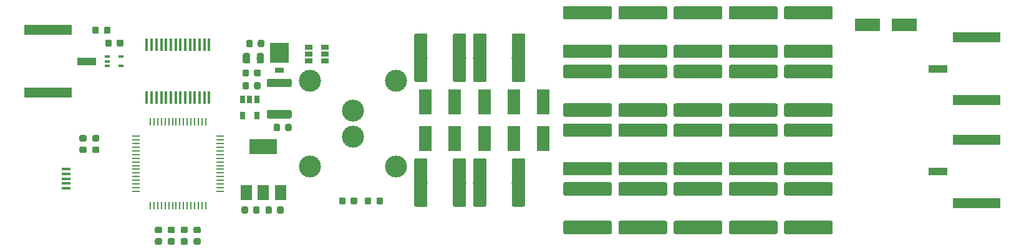
<source format=gbr>
G04 #@! TF.GenerationSoftware,KiCad,Pcbnew,5.0.2-bee76a0~70~ubuntu18.04.1*
G04 #@! TF.CreationDate,2019-10-29T17:05:40+01:00*
G04 #@! TF.ProjectId,emfi,656d6669-2e6b-4696-9361-645f70636258,0.1*
G04 #@! TF.SameCoordinates,Original*
G04 #@! TF.FileFunction,Paste,Top*
G04 #@! TF.FilePolarity,Positive*
%FSLAX46Y46*%
G04 Gerber Fmt 4.6, Leading zero omitted, Abs format (unit mm)*
G04 Created by KiCad (PCBNEW 5.0.2-bee76a0~70~ubuntu18.04.1) date mar. 29 oct. 2019 17:05:40 CET*
%MOMM*%
%LPD*%
G01*
G04 APERTURE LIST*
%ADD10R,3.800000X2.000000*%
%ADD11R,1.500000X2.000000*%
%ADD12C,0.100000*%
%ADD13C,0.875000*%
%ADD14R,0.650000X0.400000*%
%ADD15R,3.500000X1.800000*%
%ADD16R,6.400000X1.440000*%
%ADD17R,2.500000X1.000000*%
%ADD18C,1.800000*%
%ADD19R,1.800000X3.500000*%
%ADD20C,3.000000*%
%ADD21C,0.975000*%
%ADD22R,1.300000X0.450000*%
%ADD23R,1.270000X0.762000*%
%ADD24R,2.540000X2.670000*%
%ADD25C,1.125000*%
%ADD26R,0.250000X1.000000*%
%ADD27R,1.000000X0.250000*%
%ADD28R,0.450000X1.750000*%
%ADD29R,0.650000X1.060000*%
%ADD30R,1.060000X0.650000*%
G04 APERTURE END LIST*
D10*
G04 #@! TO.C,U4*
X75500000Y-50600000D03*
D11*
X75500000Y-56900000D03*
X77800000Y-56900000D03*
X73200000Y-56900000D03*
G04 #@! TD*
D12*
G04 #@! TO.C,C42*
G36*
X54702691Y-36026053D02*
X54723926Y-36029203D01*
X54744750Y-36034419D01*
X54764962Y-36041651D01*
X54784368Y-36050830D01*
X54802781Y-36061866D01*
X54820024Y-36074654D01*
X54835930Y-36089070D01*
X54850346Y-36104976D01*
X54863134Y-36122219D01*
X54874170Y-36140632D01*
X54883349Y-36160038D01*
X54890581Y-36180250D01*
X54895797Y-36201074D01*
X54898947Y-36222309D01*
X54900000Y-36243750D01*
X54900000Y-36756250D01*
X54898947Y-36777691D01*
X54895797Y-36798926D01*
X54890581Y-36819750D01*
X54883349Y-36839962D01*
X54874170Y-36859368D01*
X54863134Y-36877781D01*
X54850346Y-36895024D01*
X54835930Y-36910930D01*
X54820024Y-36925346D01*
X54802781Y-36938134D01*
X54784368Y-36949170D01*
X54764962Y-36958349D01*
X54744750Y-36965581D01*
X54723926Y-36970797D01*
X54702691Y-36973947D01*
X54681250Y-36975000D01*
X54243750Y-36975000D01*
X54222309Y-36973947D01*
X54201074Y-36970797D01*
X54180250Y-36965581D01*
X54160038Y-36958349D01*
X54140632Y-36949170D01*
X54122219Y-36938134D01*
X54104976Y-36925346D01*
X54089070Y-36910930D01*
X54074654Y-36895024D01*
X54061866Y-36877781D01*
X54050830Y-36859368D01*
X54041651Y-36839962D01*
X54034419Y-36819750D01*
X54029203Y-36798926D01*
X54026053Y-36777691D01*
X54025000Y-36756250D01*
X54025000Y-36243750D01*
X54026053Y-36222309D01*
X54029203Y-36201074D01*
X54034419Y-36180250D01*
X54041651Y-36160038D01*
X54050830Y-36140632D01*
X54061866Y-36122219D01*
X54074654Y-36104976D01*
X54089070Y-36089070D01*
X54104976Y-36074654D01*
X54122219Y-36061866D01*
X54140632Y-36050830D01*
X54160038Y-36041651D01*
X54180250Y-36034419D01*
X54201074Y-36029203D01*
X54222309Y-36026053D01*
X54243750Y-36025000D01*
X54681250Y-36025000D01*
X54702691Y-36026053D01*
X54702691Y-36026053D01*
G37*
D13*
X54462500Y-36500000D03*
D12*
G36*
X56277691Y-36026053D02*
X56298926Y-36029203D01*
X56319750Y-36034419D01*
X56339962Y-36041651D01*
X56359368Y-36050830D01*
X56377781Y-36061866D01*
X56395024Y-36074654D01*
X56410930Y-36089070D01*
X56425346Y-36104976D01*
X56438134Y-36122219D01*
X56449170Y-36140632D01*
X56458349Y-36160038D01*
X56465581Y-36180250D01*
X56470797Y-36201074D01*
X56473947Y-36222309D01*
X56475000Y-36243750D01*
X56475000Y-36756250D01*
X56473947Y-36777691D01*
X56470797Y-36798926D01*
X56465581Y-36819750D01*
X56458349Y-36839962D01*
X56449170Y-36859368D01*
X56438134Y-36877781D01*
X56425346Y-36895024D01*
X56410930Y-36910930D01*
X56395024Y-36925346D01*
X56377781Y-36938134D01*
X56359368Y-36949170D01*
X56339962Y-36958349D01*
X56319750Y-36965581D01*
X56298926Y-36970797D01*
X56277691Y-36973947D01*
X56256250Y-36975000D01*
X55818750Y-36975000D01*
X55797309Y-36973947D01*
X55776074Y-36970797D01*
X55755250Y-36965581D01*
X55735038Y-36958349D01*
X55715632Y-36949170D01*
X55697219Y-36938134D01*
X55679976Y-36925346D01*
X55664070Y-36910930D01*
X55649654Y-36895024D01*
X55636866Y-36877781D01*
X55625830Y-36859368D01*
X55616651Y-36839962D01*
X55609419Y-36819750D01*
X55604203Y-36798926D01*
X55601053Y-36777691D01*
X55600000Y-36756250D01*
X55600000Y-36243750D01*
X55601053Y-36222309D01*
X55604203Y-36201074D01*
X55609419Y-36180250D01*
X55616651Y-36160038D01*
X55625830Y-36140632D01*
X55636866Y-36122219D01*
X55649654Y-36104976D01*
X55664070Y-36089070D01*
X55679976Y-36074654D01*
X55697219Y-36061866D01*
X55715632Y-36050830D01*
X55735038Y-36041651D01*
X55755250Y-36034419D01*
X55776074Y-36029203D01*
X55797309Y-36026053D01*
X55818750Y-36025000D01*
X56256250Y-36025000D01*
X56277691Y-36026053D01*
X56277691Y-36026053D01*
G37*
D13*
X56037500Y-36500000D03*
G04 #@! TD*
D14*
G04 #@! TO.C,U8*
X54300000Y-38350000D03*
X54300000Y-39650000D03*
X54300000Y-39000000D03*
X56200000Y-39650000D03*
X56200000Y-38350000D03*
G04 #@! TD*
D15*
G04 #@! TO.C,D9*
X157500000Y-34000000D03*
X162500000Y-34000000D03*
G04 #@! TD*
D16*
G04 #@! TO.C,J6*
X172300000Y-58280000D03*
D17*
X167050000Y-54000000D03*
D16*
X172300000Y-49720000D03*
G04 #@! TD*
D12*
G04 #@! TO.C,R10*
G36*
X65027691Y-61526053D02*
X65048926Y-61529203D01*
X65069750Y-61534419D01*
X65089962Y-61541651D01*
X65109368Y-61550830D01*
X65127781Y-61561866D01*
X65145024Y-61574654D01*
X65160930Y-61589070D01*
X65175346Y-61604976D01*
X65188134Y-61622219D01*
X65199170Y-61640632D01*
X65208349Y-61660038D01*
X65215581Y-61680250D01*
X65220797Y-61701074D01*
X65223947Y-61722309D01*
X65225000Y-61743750D01*
X65225000Y-62181250D01*
X65223947Y-62202691D01*
X65220797Y-62223926D01*
X65215581Y-62244750D01*
X65208349Y-62264962D01*
X65199170Y-62284368D01*
X65188134Y-62302781D01*
X65175346Y-62320024D01*
X65160930Y-62335930D01*
X65145024Y-62350346D01*
X65127781Y-62363134D01*
X65109368Y-62374170D01*
X65089962Y-62383349D01*
X65069750Y-62390581D01*
X65048926Y-62395797D01*
X65027691Y-62398947D01*
X65006250Y-62400000D01*
X64493750Y-62400000D01*
X64472309Y-62398947D01*
X64451074Y-62395797D01*
X64430250Y-62390581D01*
X64410038Y-62383349D01*
X64390632Y-62374170D01*
X64372219Y-62363134D01*
X64354976Y-62350346D01*
X64339070Y-62335930D01*
X64324654Y-62320024D01*
X64311866Y-62302781D01*
X64300830Y-62284368D01*
X64291651Y-62264962D01*
X64284419Y-62244750D01*
X64279203Y-62223926D01*
X64276053Y-62202691D01*
X64275000Y-62181250D01*
X64275000Y-61743750D01*
X64276053Y-61722309D01*
X64279203Y-61701074D01*
X64284419Y-61680250D01*
X64291651Y-61660038D01*
X64300830Y-61640632D01*
X64311866Y-61622219D01*
X64324654Y-61604976D01*
X64339070Y-61589070D01*
X64354976Y-61574654D01*
X64372219Y-61561866D01*
X64390632Y-61550830D01*
X64410038Y-61541651D01*
X64430250Y-61534419D01*
X64451074Y-61529203D01*
X64472309Y-61526053D01*
X64493750Y-61525000D01*
X65006250Y-61525000D01*
X65027691Y-61526053D01*
X65027691Y-61526053D01*
G37*
D13*
X64750000Y-61962500D03*
D12*
G36*
X65027691Y-63101053D02*
X65048926Y-63104203D01*
X65069750Y-63109419D01*
X65089962Y-63116651D01*
X65109368Y-63125830D01*
X65127781Y-63136866D01*
X65145024Y-63149654D01*
X65160930Y-63164070D01*
X65175346Y-63179976D01*
X65188134Y-63197219D01*
X65199170Y-63215632D01*
X65208349Y-63235038D01*
X65215581Y-63255250D01*
X65220797Y-63276074D01*
X65223947Y-63297309D01*
X65225000Y-63318750D01*
X65225000Y-63756250D01*
X65223947Y-63777691D01*
X65220797Y-63798926D01*
X65215581Y-63819750D01*
X65208349Y-63839962D01*
X65199170Y-63859368D01*
X65188134Y-63877781D01*
X65175346Y-63895024D01*
X65160930Y-63910930D01*
X65145024Y-63925346D01*
X65127781Y-63938134D01*
X65109368Y-63949170D01*
X65089962Y-63958349D01*
X65069750Y-63965581D01*
X65048926Y-63970797D01*
X65027691Y-63973947D01*
X65006250Y-63975000D01*
X64493750Y-63975000D01*
X64472309Y-63973947D01*
X64451074Y-63970797D01*
X64430250Y-63965581D01*
X64410038Y-63958349D01*
X64390632Y-63949170D01*
X64372219Y-63938134D01*
X64354976Y-63925346D01*
X64339070Y-63910930D01*
X64324654Y-63895024D01*
X64311866Y-63877781D01*
X64300830Y-63859368D01*
X64291651Y-63839962D01*
X64284419Y-63819750D01*
X64279203Y-63798926D01*
X64276053Y-63777691D01*
X64275000Y-63756250D01*
X64275000Y-63318750D01*
X64276053Y-63297309D01*
X64279203Y-63276074D01*
X64284419Y-63255250D01*
X64291651Y-63235038D01*
X64300830Y-63215632D01*
X64311866Y-63197219D01*
X64324654Y-63179976D01*
X64339070Y-63164070D01*
X64354976Y-63149654D01*
X64372219Y-63136866D01*
X64390632Y-63125830D01*
X64410038Y-63116651D01*
X64430250Y-63109419D01*
X64451074Y-63104203D01*
X64472309Y-63101053D01*
X64493750Y-63100000D01*
X65006250Y-63100000D01*
X65027691Y-63101053D01*
X65027691Y-63101053D01*
G37*
D13*
X64750000Y-63537500D03*
G04 #@! TD*
D12*
G04 #@! TO.C,R8*
G36*
X61527691Y-63101053D02*
X61548926Y-63104203D01*
X61569750Y-63109419D01*
X61589962Y-63116651D01*
X61609368Y-63125830D01*
X61627781Y-63136866D01*
X61645024Y-63149654D01*
X61660930Y-63164070D01*
X61675346Y-63179976D01*
X61688134Y-63197219D01*
X61699170Y-63215632D01*
X61708349Y-63235038D01*
X61715581Y-63255250D01*
X61720797Y-63276074D01*
X61723947Y-63297309D01*
X61725000Y-63318750D01*
X61725000Y-63756250D01*
X61723947Y-63777691D01*
X61720797Y-63798926D01*
X61715581Y-63819750D01*
X61708349Y-63839962D01*
X61699170Y-63859368D01*
X61688134Y-63877781D01*
X61675346Y-63895024D01*
X61660930Y-63910930D01*
X61645024Y-63925346D01*
X61627781Y-63938134D01*
X61609368Y-63949170D01*
X61589962Y-63958349D01*
X61569750Y-63965581D01*
X61548926Y-63970797D01*
X61527691Y-63973947D01*
X61506250Y-63975000D01*
X60993750Y-63975000D01*
X60972309Y-63973947D01*
X60951074Y-63970797D01*
X60930250Y-63965581D01*
X60910038Y-63958349D01*
X60890632Y-63949170D01*
X60872219Y-63938134D01*
X60854976Y-63925346D01*
X60839070Y-63910930D01*
X60824654Y-63895024D01*
X60811866Y-63877781D01*
X60800830Y-63859368D01*
X60791651Y-63839962D01*
X60784419Y-63819750D01*
X60779203Y-63798926D01*
X60776053Y-63777691D01*
X60775000Y-63756250D01*
X60775000Y-63318750D01*
X60776053Y-63297309D01*
X60779203Y-63276074D01*
X60784419Y-63255250D01*
X60791651Y-63235038D01*
X60800830Y-63215632D01*
X60811866Y-63197219D01*
X60824654Y-63179976D01*
X60839070Y-63164070D01*
X60854976Y-63149654D01*
X60872219Y-63136866D01*
X60890632Y-63125830D01*
X60910038Y-63116651D01*
X60930250Y-63109419D01*
X60951074Y-63104203D01*
X60972309Y-63101053D01*
X60993750Y-63100000D01*
X61506250Y-63100000D01*
X61527691Y-63101053D01*
X61527691Y-63101053D01*
G37*
D13*
X61250000Y-63537500D03*
D12*
G36*
X61527691Y-61526053D02*
X61548926Y-61529203D01*
X61569750Y-61534419D01*
X61589962Y-61541651D01*
X61609368Y-61550830D01*
X61627781Y-61561866D01*
X61645024Y-61574654D01*
X61660930Y-61589070D01*
X61675346Y-61604976D01*
X61688134Y-61622219D01*
X61699170Y-61640632D01*
X61708349Y-61660038D01*
X61715581Y-61680250D01*
X61720797Y-61701074D01*
X61723947Y-61722309D01*
X61725000Y-61743750D01*
X61725000Y-62181250D01*
X61723947Y-62202691D01*
X61720797Y-62223926D01*
X61715581Y-62244750D01*
X61708349Y-62264962D01*
X61699170Y-62284368D01*
X61688134Y-62302781D01*
X61675346Y-62320024D01*
X61660930Y-62335930D01*
X61645024Y-62350346D01*
X61627781Y-62363134D01*
X61609368Y-62374170D01*
X61589962Y-62383349D01*
X61569750Y-62390581D01*
X61548926Y-62395797D01*
X61527691Y-62398947D01*
X61506250Y-62400000D01*
X60993750Y-62400000D01*
X60972309Y-62398947D01*
X60951074Y-62395797D01*
X60930250Y-62390581D01*
X60910038Y-62383349D01*
X60890632Y-62374170D01*
X60872219Y-62363134D01*
X60854976Y-62350346D01*
X60839070Y-62335930D01*
X60824654Y-62320024D01*
X60811866Y-62302781D01*
X60800830Y-62284368D01*
X60791651Y-62264962D01*
X60784419Y-62244750D01*
X60779203Y-62223926D01*
X60776053Y-62202691D01*
X60775000Y-62181250D01*
X60775000Y-61743750D01*
X60776053Y-61722309D01*
X60779203Y-61701074D01*
X60784419Y-61680250D01*
X60791651Y-61660038D01*
X60800830Y-61640632D01*
X60811866Y-61622219D01*
X60824654Y-61604976D01*
X60839070Y-61589070D01*
X60854976Y-61574654D01*
X60872219Y-61561866D01*
X60890632Y-61550830D01*
X60910038Y-61541651D01*
X60930250Y-61534419D01*
X60951074Y-61529203D01*
X60972309Y-61526053D01*
X60993750Y-61525000D01*
X61506250Y-61525000D01*
X61527691Y-61526053D01*
X61527691Y-61526053D01*
G37*
D13*
X61250000Y-61962500D03*
G04 #@! TD*
D12*
G04 #@! TO.C,D7*
G36*
X63277691Y-63101053D02*
X63298926Y-63104203D01*
X63319750Y-63109419D01*
X63339962Y-63116651D01*
X63359368Y-63125830D01*
X63377781Y-63136866D01*
X63395024Y-63149654D01*
X63410930Y-63164070D01*
X63425346Y-63179976D01*
X63438134Y-63197219D01*
X63449170Y-63215632D01*
X63458349Y-63235038D01*
X63465581Y-63255250D01*
X63470797Y-63276074D01*
X63473947Y-63297309D01*
X63475000Y-63318750D01*
X63475000Y-63756250D01*
X63473947Y-63777691D01*
X63470797Y-63798926D01*
X63465581Y-63819750D01*
X63458349Y-63839962D01*
X63449170Y-63859368D01*
X63438134Y-63877781D01*
X63425346Y-63895024D01*
X63410930Y-63910930D01*
X63395024Y-63925346D01*
X63377781Y-63938134D01*
X63359368Y-63949170D01*
X63339962Y-63958349D01*
X63319750Y-63965581D01*
X63298926Y-63970797D01*
X63277691Y-63973947D01*
X63256250Y-63975000D01*
X62743750Y-63975000D01*
X62722309Y-63973947D01*
X62701074Y-63970797D01*
X62680250Y-63965581D01*
X62660038Y-63958349D01*
X62640632Y-63949170D01*
X62622219Y-63938134D01*
X62604976Y-63925346D01*
X62589070Y-63910930D01*
X62574654Y-63895024D01*
X62561866Y-63877781D01*
X62550830Y-63859368D01*
X62541651Y-63839962D01*
X62534419Y-63819750D01*
X62529203Y-63798926D01*
X62526053Y-63777691D01*
X62525000Y-63756250D01*
X62525000Y-63318750D01*
X62526053Y-63297309D01*
X62529203Y-63276074D01*
X62534419Y-63255250D01*
X62541651Y-63235038D01*
X62550830Y-63215632D01*
X62561866Y-63197219D01*
X62574654Y-63179976D01*
X62589070Y-63164070D01*
X62604976Y-63149654D01*
X62622219Y-63136866D01*
X62640632Y-63125830D01*
X62660038Y-63116651D01*
X62680250Y-63109419D01*
X62701074Y-63104203D01*
X62722309Y-63101053D01*
X62743750Y-63100000D01*
X63256250Y-63100000D01*
X63277691Y-63101053D01*
X63277691Y-63101053D01*
G37*
D13*
X63000000Y-63537500D03*
D12*
G36*
X63277691Y-61526053D02*
X63298926Y-61529203D01*
X63319750Y-61534419D01*
X63339962Y-61541651D01*
X63359368Y-61550830D01*
X63377781Y-61561866D01*
X63395024Y-61574654D01*
X63410930Y-61589070D01*
X63425346Y-61604976D01*
X63438134Y-61622219D01*
X63449170Y-61640632D01*
X63458349Y-61660038D01*
X63465581Y-61680250D01*
X63470797Y-61701074D01*
X63473947Y-61722309D01*
X63475000Y-61743750D01*
X63475000Y-62181250D01*
X63473947Y-62202691D01*
X63470797Y-62223926D01*
X63465581Y-62244750D01*
X63458349Y-62264962D01*
X63449170Y-62284368D01*
X63438134Y-62302781D01*
X63425346Y-62320024D01*
X63410930Y-62335930D01*
X63395024Y-62350346D01*
X63377781Y-62363134D01*
X63359368Y-62374170D01*
X63339962Y-62383349D01*
X63319750Y-62390581D01*
X63298926Y-62395797D01*
X63277691Y-62398947D01*
X63256250Y-62400000D01*
X62743750Y-62400000D01*
X62722309Y-62398947D01*
X62701074Y-62395797D01*
X62680250Y-62390581D01*
X62660038Y-62383349D01*
X62640632Y-62374170D01*
X62622219Y-62363134D01*
X62604976Y-62350346D01*
X62589070Y-62335930D01*
X62574654Y-62320024D01*
X62561866Y-62302781D01*
X62550830Y-62284368D01*
X62541651Y-62264962D01*
X62534419Y-62244750D01*
X62529203Y-62223926D01*
X62526053Y-62202691D01*
X62525000Y-62181250D01*
X62525000Y-61743750D01*
X62526053Y-61722309D01*
X62529203Y-61701074D01*
X62534419Y-61680250D01*
X62541651Y-61660038D01*
X62550830Y-61640632D01*
X62561866Y-61622219D01*
X62574654Y-61604976D01*
X62589070Y-61589070D01*
X62604976Y-61574654D01*
X62622219Y-61561866D01*
X62640632Y-61550830D01*
X62660038Y-61541651D01*
X62680250Y-61534419D01*
X62701074Y-61529203D01*
X62722309Y-61526053D01*
X62743750Y-61525000D01*
X63256250Y-61525000D01*
X63277691Y-61526053D01*
X63277691Y-61526053D01*
G37*
D13*
X63000000Y-61962500D03*
G04 #@! TD*
D12*
G04 #@! TO.C,D8*
G36*
X66777691Y-61526053D02*
X66798926Y-61529203D01*
X66819750Y-61534419D01*
X66839962Y-61541651D01*
X66859368Y-61550830D01*
X66877781Y-61561866D01*
X66895024Y-61574654D01*
X66910930Y-61589070D01*
X66925346Y-61604976D01*
X66938134Y-61622219D01*
X66949170Y-61640632D01*
X66958349Y-61660038D01*
X66965581Y-61680250D01*
X66970797Y-61701074D01*
X66973947Y-61722309D01*
X66975000Y-61743750D01*
X66975000Y-62181250D01*
X66973947Y-62202691D01*
X66970797Y-62223926D01*
X66965581Y-62244750D01*
X66958349Y-62264962D01*
X66949170Y-62284368D01*
X66938134Y-62302781D01*
X66925346Y-62320024D01*
X66910930Y-62335930D01*
X66895024Y-62350346D01*
X66877781Y-62363134D01*
X66859368Y-62374170D01*
X66839962Y-62383349D01*
X66819750Y-62390581D01*
X66798926Y-62395797D01*
X66777691Y-62398947D01*
X66756250Y-62400000D01*
X66243750Y-62400000D01*
X66222309Y-62398947D01*
X66201074Y-62395797D01*
X66180250Y-62390581D01*
X66160038Y-62383349D01*
X66140632Y-62374170D01*
X66122219Y-62363134D01*
X66104976Y-62350346D01*
X66089070Y-62335930D01*
X66074654Y-62320024D01*
X66061866Y-62302781D01*
X66050830Y-62284368D01*
X66041651Y-62264962D01*
X66034419Y-62244750D01*
X66029203Y-62223926D01*
X66026053Y-62202691D01*
X66025000Y-62181250D01*
X66025000Y-61743750D01*
X66026053Y-61722309D01*
X66029203Y-61701074D01*
X66034419Y-61680250D01*
X66041651Y-61660038D01*
X66050830Y-61640632D01*
X66061866Y-61622219D01*
X66074654Y-61604976D01*
X66089070Y-61589070D01*
X66104976Y-61574654D01*
X66122219Y-61561866D01*
X66140632Y-61550830D01*
X66160038Y-61541651D01*
X66180250Y-61534419D01*
X66201074Y-61529203D01*
X66222309Y-61526053D01*
X66243750Y-61525000D01*
X66756250Y-61525000D01*
X66777691Y-61526053D01*
X66777691Y-61526053D01*
G37*
D13*
X66500000Y-61962500D03*
D12*
G36*
X66777691Y-63101053D02*
X66798926Y-63104203D01*
X66819750Y-63109419D01*
X66839962Y-63116651D01*
X66859368Y-63125830D01*
X66877781Y-63136866D01*
X66895024Y-63149654D01*
X66910930Y-63164070D01*
X66925346Y-63179976D01*
X66938134Y-63197219D01*
X66949170Y-63215632D01*
X66958349Y-63235038D01*
X66965581Y-63255250D01*
X66970797Y-63276074D01*
X66973947Y-63297309D01*
X66975000Y-63318750D01*
X66975000Y-63756250D01*
X66973947Y-63777691D01*
X66970797Y-63798926D01*
X66965581Y-63819750D01*
X66958349Y-63839962D01*
X66949170Y-63859368D01*
X66938134Y-63877781D01*
X66925346Y-63895024D01*
X66910930Y-63910930D01*
X66895024Y-63925346D01*
X66877781Y-63938134D01*
X66859368Y-63949170D01*
X66839962Y-63958349D01*
X66819750Y-63965581D01*
X66798926Y-63970797D01*
X66777691Y-63973947D01*
X66756250Y-63975000D01*
X66243750Y-63975000D01*
X66222309Y-63973947D01*
X66201074Y-63970797D01*
X66180250Y-63965581D01*
X66160038Y-63958349D01*
X66140632Y-63949170D01*
X66122219Y-63938134D01*
X66104976Y-63925346D01*
X66089070Y-63910930D01*
X66074654Y-63895024D01*
X66061866Y-63877781D01*
X66050830Y-63859368D01*
X66041651Y-63839962D01*
X66034419Y-63819750D01*
X66029203Y-63798926D01*
X66026053Y-63777691D01*
X66025000Y-63756250D01*
X66025000Y-63318750D01*
X66026053Y-63297309D01*
X66029203Y-63276074D01*
X66034419Y-63255250D01*
X66041651Y-63235038D01*
X66050830Y-63215632D01*
X66061866Y-63197219D01*
X66074654Y-63179976D01*
X66089070Y-63164070D01*
X66104976Y-63149654D01*
X66122219Y-63136866D01*
X66140632Y-63125830D01*
X66160038Y-63116651D01*
X66180250Y-63109419D01*
X66201074Y-63104203D01*
X66222309Y-63101053D01*
X66243750Y-63100000D01*
X66756250Y-63100000D01*
X66777691Y-63101053D01*
X66777691Y-63101053D01*
G37*
D13*
X66500000Y-63537500D03*
G04 #@! TD*
D12*
G04 #@! TO.C,C36*
G36*
X152574504Y-36726204D02*
X152598773Y-36729804D01*
X152622571Y-36735765D01*
X152645671Y-36744030D01*
X152667849Y-36754520D01*
X152688893Y-36767133D01*
X152708598Y-36781747D01*
X152726777Y-36798223D01*
X152743253Y-36816402D01*
X152757867Y-36836107D01*
X152770480Y-36857151D01*
X152780970Y-36879329D01*
X152789235Y-36902429D01*
X152795196Y-36926227D01*
X152798796Y-36950496D01*
X152800000Y-36975000D01*
X152800000Y-38275000D01*
X152798796Y-38299504D01*
X152795196Y-38323773D01*
X152789235Y-38347571D01*
X152780970Y-38370671D01*
X152770480Y-38392849D01*
X152757867Y-38413893D01*
X152743253Y-38433598D01*
X152726777Y-38451777D01*
X152708598Y-38468253D01*
X152688893Y-38482867D01*
X152667849Y-38495480D01*
X152645671Y-38505970D01*
X152622571Y-38514235D01*
X152598773Y-38520196D01*
X152574504Y-38523796D01*
X152550000Y-38525000D01*
X146450000Y-38525000D01*
X146425496Y-38523796D01*
X146401227Y-38520196D01*
X146377429Y-38514235D01*
X146354329Y-38505970D01*
X146332151Y-38495480D01*
X146311107Y-38482867D01*
X146291402Y-38468253D01*
X146273223Y-38451777D01*
X146256747Y-38433598D01*
X146242133Y-38413893D01*
X146229520Y-38392849D01*
X146219030Y-38370671D01*
X146210765Y-38347571D01*
X146204804Y-38323773D01*
X146201204Y-38299504D01*
X146200000Y-38275000D01*
X146200000Y-36975000D01*
X146201204Y-36950496D01*
X146204804Y-36926227D01*
X146210765Y-36902429D01*
X146219030Y-36879329D01*
X146229520Y-36857151D01*
X146242133Y-36836107D01*
X146256747Y-36816402D01*
X146273223Y-36798223D01*
X146291402Y-36781747D01*
X146311107Y-36767133D01*
X146332151Y-36754520D01*
X146354329Y-36744030D01*
X146377429Y-36735765D01*
X146401227Y-36729804D01*
X146425496Y-36726204D01*
X146450000Y-36725000D01*
X152550000Y-36725000D01*
X152574504Y-36726204D01*
X152574504Y-36726204D01*
G37*
D18*
X149500000Y-37625000D03*
D12*
G36*
X152574504Y-31476204D02*
X152598773Y-31479804D01*
X152622571Y-31485765D01*
X152645671Y-31494030D01*
X152667849Y-31504520D01*
X152688893Y-31517133D01*
X152708598Y-31531747D01*
X152726777Y-31548223D01*
X152743253Y-31566402D01*
X152757867Y-31586107D01*
X152770480Y-31607151D01*
X152780970Y-31629329D01*
X152789235Y-31652429D01*
X152795196Y-31676227D01*
X152798796Y-31700496D01*
X152800000Y-31725000D01*
X152800000Y-33025000D01*
X152798796Y-33049504D01*
X152795196Y-33073773D01*
X152789235Y-33097571D01*
X152780970Y-33120671D01*
X152770480Y-33142849D01*
X152757867Y-33163893D01*
X152743253Y-33183598D01*
X152726777Y-33201777D01*
X152708598Y-33218253D01*
X152688893Y-33232867D01*
X152667849Y-33245480D01*
X152645671Y-33255970D01*
X152622571Y-33264235D01*
X152598773Y-33270196D01*
X152574504Y-33273796D01*
X152550000Y-33275000D01*
X146450000Y-33275000D01*
X146425496Y-33273796D01*
X146401227Y-33270196D01*
X146377429Y-33264235D01*
X146354329Y-33255970D01*
X146332151Y-33245480D01*
X146311107Y-33232867D01*
X146291402Y-33218253D01*
X146273223Y-33201777D01*
X146256747Y-33183598D01*
X146242133Y-33163893D01*
X146229520Y-33142849D01*
X146219030Y-33120671D01*
X146210765Y-33097571D01*
X146204804Y-33073773D01*
X146201204Y-33049504D01*
X146200000Y-33025000D01*
X146200000Y-31725000D01*
X146201204Y-31700496D01*
X146204804Y-31676227D01*
X146210765Y-31652429D01*
X146219030Y-31629329D01*
X146229520Y-31607151D01*
X146242133Y-31586107D01*
X146256747Y-31566402D01*
X146273223Y-31548223D01*
X146291402Y-31531747D01*
X146311107Y-31517133D01*
X146332151Y-31504520D01*
X146354329Y-31494030D01*
X146377429Y-31485765D01*
X146401227Y-31479804D01*
X146425496Y-31476204D01*
X146450000Y-31475000D01*
X152550000Y-31475000D01*
X152574504Y-31476204D01*
X152574504Y-31476204D01*
G37*
D18*
X149500000Y-32375000D03*
G04 #@! TD*
D12*
G04 #@! TO.C,C39*
G36*
X130074504Y-44726204D02*
X130098773Y-44729804D01*
X130122571Y-44735765D01*
X130145671Y-44744030D01*
X130167849Y-44754520D01*
X130188893Y-44767133D01*
X130208598Y-44781747D01*
X130226777Y-44798223D01*
X130243253Y-44816402D01*
X130257867Y-44836107D01*
X130270480Y-44857151D01*
X130280970Y-44879329D01*
X130289235Y-44902429D01*
X130295196Y-44926227D01*
X130298796Y-44950496D01*
X130300000Y-44975000D01*
X130300000Y-46275000D01*
X130298796Y-46299504D01*
X130295196Y-46323773D01*
X130289235Y-46347571D01*
X130280970Y-46370671D01*
X130270480Y-46392849D01*
X130257867Y-46413893D01*
X130243253Y-46433598D01*
X130226777Y-46451777D01*
X130208598Y-46468253D01*
X130188893Y-46482867D01*
X130167849Y-46495480D01*
X130145671Y-46505970D01*
X130122571Y-46514235D01*
X130098773Y-46520196D01*
X130074504Y-46523796D01*
X130050000Y-46525000D01*
X123950000Y-46525000D01*
X123925496Y-46523796D01*
X123901227Y-46520196D01*
X123877429Y-46514235D01*
X123854329Y-46505970D01*
X123832151Y-46495480D01*
X123811107Y-46482867D01*
X123791402Y-46468253D01*
X123773223Y-46451777D01*
X123756747Y-46433598D01*
X123742133Y-46413893D01*
X123729520Y-46392849D01*
X123719030Y-46370671D01*
X123710765Y-46347571D01*
X123704804Y-46323773D01*
X123701204Y-46299504D01*
X123700000Y-46275000D01*
X123700000Y-44975000D01*
X123701204Y-44950496D01*
X123704804Y-44926227D01*
X123710765Y-44902429D01*
X123719030Y-44879329D01*
X123729520Y-44857151D01*
X123742133Y-44836107D01*
X123756747Y-44816402D01*
X123773223Y-44798223D01*
X123791402Y-44781747D01*
X123811107Y-44767133D01*
X123832151Y-44754520D01*
X123854329Y-44744030D01*
X123877429Y-44735765D01*
X123901227Y-44729804D01*
X123925496Y-44726204D01*
X123950000Y-44725000D01*
X130050000Y-44725000D01*
X130074504Y-44726204D01*
X130074504Y-44726204D01*
G37*
D18*
X127000000Y-45625000D03*
D12*
G36*
X130074504Y-39476204D02*
X130098773Y-39479804D01*
X130122571Y-39485765D01*
X130145671Y-39494030D01*
X130167849Y-39504520D01*
X130188893Y-39517133D01*
X130208598Y-39531747D01*
X130226777Y-39548223D01*
X130243253Y-39566402D01*
X130257867Y-39586107D01*
X130270480Y-39607151D01*
X130280970Y-39629329D01*
X130289235Y-39652429D01*
X130295196Y-39676227D01*
X130298796Y-39700496D01*
X130300000Y-39725000D01*
X130300000Y-41025000D01*
X130298796Y-41049504D01*
X130295196Y-41073773D01*
X130289235Y-41097571D01*
X130280970Y-41120671D01*
X130270480Y-41142849D01*
X130257867Y-41163893D01*
X130243253Y-41183598D01*
X130226777Y-41201777D01*
X130208598Y-41218253D01*
X130188893Y-41232867D01*
X130167849Y-41245480D01*
X130145671Y-41255970D01*
X130122571Y-41264235D01*
X130098773Y-41270196D01*
X130074504Y-41273796D01*
X130050000Y-41275000D01*
X123950000Y-41275000D01*
X123925496Y-41273796D01*
X123901227Y-41270196D01*
X123877429Y-41264235D01*
X123854329Y-41255970D01*
X123832151Y-41245480D01*
X123811107Y-41232867D01*
X123791402Y-41218253D01*
X123773223Y-41201777D01*
X123756747Y-41183598D01*
X123742133Y-41163893D01*
X123729520Y-41142849D01*
X123719030Y-41120671D01*
X123710765Y-41097571D01*
X123704804Y-41073773D01*
X123701204Y-41049504D01*
X123700000Y-41025000D01*
X123700000Y-39725000D01*
X123701204Y-39700496D01*
X123704804Y-39676227D01*
X123710765Y-39652429D01*
X123719030Y-39629329D01*
X123729520Y-39607151D01*
X123742133Y-39586107D01*
X123756747Y-39566402D01*
X123773223Y-39548223D01*
X123791402Y-39531747D01*
X123811107Y-39517133D01*
X123832151Y-39504520D01*
X123854329Y-39494030D01*
X123877429Y-39485765D01*
X123901227Y-39479804D01*
X123925496Y-39476204D01*
X123950000Y-39475000D01*
X130050000Y-39475000D01*
X130074504Y-39476204D01*
X130074504Y-39476204D01*
G37*
D18*
X127000000Y-40375000D03*
G04 #@! TD*
D12*
G04 #@! TO.C,C40*
G36*
X122574504Y-39476204D02*
X122598773Y-39479804D01*
X122622571Y-39485765D01*
X122645671Y-39494030D01*
X122667849Y-39504520D01*
X122688893Y-39517133D01*
X122708598Y-39531747D01*
X122726777Y-39548223D01*
X122743253Y-39566402D01*
X122757867Y-39586107D01*
X122770480Y-39607151D01*
X122780970Y-39629329D01*
X122789235Y-39652429D01*
X122795196Y-39676227D01*
X122798796Y-39700496D01*
X122800000Y-39725000D01*
X122800000Y-41025000D01*
X122798796Y-41049504D01*
X122795196Y-41073773D01*
X122789235Y-41097571D01*
X122780970Y-41120671D01*
X122770480Y-41142849D01*
X122757867Y-41163893D01*
X122743253Y-41183598D01*
X122726777Y-41201777D01*
X122708598Y-41218253D01*
X122688893Y-41232867D01*
X122667849Y-41245480D01*
X122645671Y-41255970D01*
X122622571Y-41264235D01*
X122598773Y-41270196D01*
X122574504Y-41273796D01*
X122550000Y-41275000D01*
X116450000Y-41275000D01*
X116425496Y-41273796D01*
X116401227Y-41270196D01*
X116377429Y-41264235D01*
X116354329Y-41255970D01*
X116332151Y-41245480D01*
X116311107Y-41232867D01*
X116291402Y-41218253D01*
X116273223Y-41201777D01*
X116256747Y-41183598D01*
X116242133Y-41163893D01*
X116229520Y-41142849D01*
X116219030Y-41120671D01*
X116210765Y-41097571D01*
X116204804Y-41073773D01*
X116201204Y-41049504D01*
X116200000Y-41025000D01*
X116200000Y-39725000D01*
X116201204Y-39700496D01*
X116204804Y-39676227D01*
X116210765Y-39652429D01*
X116219030Y-39629329D01*
X116229520Y-39607151D01*
X116242133Y-39586107D01*
X116256747Y-39566402D01*
X116273223Y-39548223D01*
X116291402Y-39531747D01*
X116311107Y-39517133D01*
X116332151Y-39504520D01*
X116354329Y-39494030D01*
X116377429Y-39485765D01*
X116401227Y-39479804D01*
X116425496Y-39476204D01*
X116450000Y-39475000D01*
X122550000Y-39475000D01*
X122574504Y-39476204D01*
X122574504Y-39476204D01*
G37*
D18*
X119500000Y-40375000D03*
D12*
G36*
X122574504Y-44726204D02*
X122598773Y-44729804D01*
X122622571Y-44735765D01*
X122645671Y-44744030D01*
X122667849Y-44754520D01*
X122688893Y-44767133D01*
X122708598Y-44781747D01*
X122726777Y-44798223D01*
X122743253Y-44816402D01*
X122757867Y-44836107D01*
X122770480Y-44857151D01*
X122780970Y-44879329D01*
X122789235Y-44902429D01*
X122795196Y-44926227D01*
X122798796Y-44950496D01*
X122800000Y-44975000D01*
X122800000Y-46275000D01*
X122798796Y-46299504D01*
X122795196Y-46323773D01*
X122789235Y-46347571D01*
X122780970Y-46370671D01*
X122770480Y-46392849D01*
X122757867Y-46413893D01*
X122743253Y-46433598D01*
X122726777Y-46451777D01*
X122708598Y-46468253D01*
X122688893Y-46482867D01*
X122667849Y-46495480D01*
X122645671Y-46505970D01*
X122622571Y-46514235D01*
X122598773Y-46520196D01*
X122574504Y-46523796D01*
X122550000Y-46525000D01*
X116450000Y-46525000D01*
X116425496Y-46523796D01*
X116401227Y-46520196D01*
X116377429Y-46514235D01*
X116354329Y-46505970D01*
X116332151Y-46495480D01*
X116311107Y-46482867D01*
X116291402Y-46468253D01*
X116273223Y-46451777D01*
X116256747Y-46433598D01*
X116242133Y-46413893D01*
X116229520Y-46392849D01*
X116219030Y-46370671D01*
X116210765Y-46347571D01*
X116204804Y-46323773D01*
X116201204Y-46299504D01*
X116200000Y-46275000D01*
X116200000Y-44975000D01*
X116201204Y-44950496D01*
X116204804Y-44926227D01*
X116210765Y-44902429D01*
X116219030Y-44879329D01*
X116229520Y-44857151D01*
X116242133Y-44836107D01*
X116256747Y-44816402D01*
X116273223Y-44798223D01*
X116291402Y-44781747D01*
X116311107Y-44767133D01*
X116332151Y-44754520D01*
X116354329Y-44744030D01*
X116377429Y-44735765D01*
X116401227Y-44729804D01*
X116425496Y-44726204D01*
X116450000Y-44725000D01*
X122550000Y-44725000D01*
X122574504Y-44726204D01*
X122574504Y-44726204D01*
G37*
D18*
X119500000Y-45625000D03*
G04 #@! TD*
D12*
G04 #@! TO.C,C41*
G36*
X145074504Y-31476204D02*
X145098773Y-31479804D01*
X145122571Y-31485765D01*
X145145671Y-31494030D01*
X145167849Y-31504520D01*
X145188893Y-31517133D01*
X145208598Y-31531747D01*
X145226777Y-31548223D01*
X145243253Y-31566402D01*
X145257867Y-31586107D01*
X145270480Y-31607151D01*
X145280970Y-31629329D01*
X145289235Y-31652429D01*
X145295196Y-31676227D01*
X145298796Y-31700496D01*
X145300000Y-31725000D01*
X145300000Y-33025000D01*
X145298796Y-33049504D01*
X145295196Y-33073773D01*
X145289235Y-33097571D01*
X145280970Y-33120671D01*
X145270480Y-33142849D01*
X145257867Y-33163893D01*
X145243253Y-33183598D01*
X145226777Y-33201777D01*
X145208598Y-33218253D01*
X145188893Y-33232867D01*
X145167849Y-33245480D01*
X145145671Y-33255970D01*
X145122571Y-33264235D01*
X145098773Y-33270196D01*
X145074504Y-33273796D01*
X145050000Y-33275000D01*
X138950000Y-33275000D01*
X138925496Y-33273796D01*
X138901227Y-33270196D01*
X138877429Y-33264235D01*
X138854329Y-33255970D01*
X138832151Y-33245480D01*
X138811107Y-33232867D01*
X138791402Y-33218253D01*
X138773223Y-33201777D01*
X138756747Y-33183598D01*
X138742133Y-33163893D01*
X138729520Y-33142849D01*
X138719030Y-33120671D01*
X138710765Y-33097571D01*
X138704804Y-33073773D01*
X138701204Y-33049504D01*
X138700000Y-33025000D01*
X138700000Y-31725000D01*
X138701204Y-31700496D01*
X138704804Y-31676227D01*
X138710765Y-31652429D01*
X138719030Y-31629329D01*
X138729520Y-31607151D01*
X138742133Y-31586107D01*
X138756747Y-31566402D01*
X138773223Y-31548223D01*
X138791402Y-31531747D01*
X138811107Y-31517133D01*
X138832151Y-31504520D01*
X138854329Y-31494030D01*
X138877429Y-31485765D01*
X138901227Y-31479804D01*
X138925496Y-31476204D01*
X138950000Y-31475000D01*
X145050000Y-31475000D01*
X145074504Y-31476204D01*
X145074504Y-31476204D01*
G37*
D18*
X142000000Y-32375000D03*
D12*
G36*
X145074504Y-36726204D02*
X145098773Y-36729804D01*
X145122571Y-36735765D01*
X145145671Y-36744030D01*
X145167849Y-36754520D01*
X145188893Y-36767133D01*
X145208598Y-36781747D01*
X145226777Y-36798223D01*
X145243253Y-36816402D01*
X145257867Y-36836107D01*
X145270480Y-36857151D01*
X145280970Y-36879329D01*
X145289235Y-36902429D01*
X145295196Y-36926227D01*
X145298796Y-36950496D01*
X145300000Y-36975000D01*
X145300000Y-38275000D01*
X145298796Y-38299504D01*
X145295196Y-38323773D01*
X145289235Y-38347571D01*
X145280970Y-38370671D01*
X145270480Y-38392849D01*
X145257867Y-38413893D01*
X145243253Y-38433598D01*
X145226777Y-38451777D01*
X145208598Y-38468253D01*
X145188893Y-38482867D01*
X145167849Y-38495480D01*
X145145671Y-38505970D01*
X145122571Y-38514235D01*
X145098773Y-38520196D01*
X145074504Y-38523796D01*
X145050000Y-38525000D01*
X138950000Y-38525000D01*
X138925496Y-38523796D01*
X138901227Y-38520196D01*
X138877429Y-38514235D01*
X138854329Y-38505970D01*
X138832151Y-38495480D01*
X138811107Y-38482867D01*
X138791402Y-38468253D01*
X138773223Y-38451777D01*
X138756747Y-38433598D01*
X138742133Y-38413893D01*
X138729520Y-38392849D01*
X138719030Y-38370671D01*
X138710765Y-38347571D01*
X138704804Y-38323773D01*
X138701204Y-38299504D01*
X138700000Y-38275000D01*
X138700000Y-36975000D01*
X138701204Y-36950496D01*
X138704804Y-36926227D01*
X138710765Y-36902429D01*
X138719030Y-36879329D01*
X138729520Y-36857151D01*
X138742133Y-36836107D01*
X138756747Y-36816402D01*
X138773223Y-36798223D01*
X138791402Y-36781747D01*
X138811107Y-36767133D01*
X138832151Y-36754520D01*
X138854329Y-36744030D01*
X138877429Y-36735765D01*
X138901227Y-36729804D01*
X138925496Y-36726204D01*
X138950000Y-36725000D01*
X145050000Y-36725000D01*
X145074504Y-36726204D01*
X145074504Y-36726204D01*
G37*
D18*
X142000000Y-37625000D03*
G04 #@! TD*
D12*
G04 #@! TO.C,C37*
G36*
X137574504Y-39476204D02*
X137598773Y-39479804D01*
X137622571Y-39485765D01*
X137645671Y-39494030D01*
X137667849Y-39504520D01*
X137688893Y-39517133D01*
X137708598Y-39531747D01*
X137726777Y-39548223D01*
X137743253Y-39566402D01*
X137757867Y-39586107D01*
X137770480Y-39607151D01*
X137780970Y-39629329D01*
X137789235Y-39652429D01*
X137795196Y-39676227D01*
X137798796Y-39700496D01*
X137800000Y-39725000D01*
X137800000Y-41025000D01*
X137798796Y-41049504D01*
X137795196Y-41073773D01*
X137789235Y-41097571D01*
X137780970Y-41120671D01*
X137770480Y-41142849D01*
X137757867Y-41163893D01*
X137743253Y-41183598D01*
X137726777Y-41201777D01*
X137708598Y-41218253D01*
X137688893Y-41232867D01*
X137667849Y-41245480D01*
X137645671Y-41255970D01*
X137622571Y-41264235D01*
X137598773Y-41270196D01*
X137574504Y-41273796D01*
X137550000Y-41275000D01*
X131450000Y-41275000D01*
X131425496Y-41273796D01*
X131401227Y-41270196D01*
X131377429Y-41264235D01*
X131354329Y-41255970D01*
X131332151Y-41245480D01*
X131311107Y-41232867D01*
X131291402Y-41218253D01*
X131273223Y-41201777D01*
X131256747Y-41183598D01*
X131242133Y-41163893D01*
X131229520Y-41142849D01*
X131219030Y-41120671D01*
X131210765Y-41097571D01*
X131204804Y-41073773D01*
X131201204Y-41049504D01*
X131200000Y-41025000D01*
X131200000Y-39725000D01*
X131201204Y-39700496D01*
X131204804Y-39676227D01*
X131210765Y-39652429D01*
X131219030Y-39629329D01*
X131229520Y-39607151D01*
X131242133Y-39586107D01*
X131256747Y-39566402D01*
X131273223Y-39548223D01*
X131291402Y-39531747D01*
X131311107Y-39517133D01*
X131332151Y-39504520D01*
X131354329Y-39494030D01*
X131377429Y-39485765D01*
X131401227Y-39479804D01*
X131425496Y-39476204D01*
X131450000Y-39475000D01*
X137550000Y-39475000D01*
X137574504Y-39476204D01*
X137574504Y-39476204D01*
G37*
D18*
X134500000Y-40375000D03*
D12*
G36*
X137574504Y-44726204D02*
X137598773Y-44729804D01*
X137622571Y-44735765D01*
X137645671Y-44744030D01*
X137667849Y-44754520D01*
X137688893Y-44767133D01*
X137708598Y-44781747D01*
X137726777Y-44798223D01*
X137743253Y-44816402D01*
X137757867Y-44836107D01*
X137770480Y-44857151D01*
X137780970Y-44879329D01*
X137789235Y-44902429D01*
X137795196Y-44926227D01*
X137798796Y-44950496D01*
X137800000Y-44975000D01*
X137800000Y-46275000D01*
X137798796Y-46299504D01*
X137795196Y-46323773D01*
X137789235Y-46347571D01*
X137780970Y-46370671D01*
X137770480Y-46392849D01*
X137757867Y-46413893D01*
X137743253Y-46433598D01*
X137726777Y-46451777D01*
X137708598Y-46468253D01*
X137688893Y-46482867D01*
X137667849Y-46495480D01*
X137645671Y-46505970D01*
X137622571Y-46514235D01*
X137598773Y-46520196D01*
X137574504Y-46523796D01*
X137550000Y-46525000D01*
X131450000Y-46525000D01*
X131425496Y-46523796D01*
X131401227Y-46520196D01*
X131377429Y-46514235D01*
X131354329Y-46505970D01*
X131332151Y-46495480D01*
X131311107Y-46482867D01*
X131291402Y-46468253D01*
X131273223Y-46451777D01*
X131256747Y-46433598D01*
X131242133Y-46413893D01*
X131229520Y-46392849D01*
X131219030Y-46370671D01*
X131210765Y-46347571D01*
X131204804Y-46323773D01*
X131201204Y-46299504D01*
X131200000Y-46275000D01*
X131200000Y-44975000D01*
X131201204Y-44950496D01*
X131204804Y-44926227D01*
X131210765Y-44902429D01*
X131219030Y-44879329D01*
X131229520Y-44857151D01*
X131242133Y-44836107D01*
X131256747Y-44816402D01*
X131273223Y-44798223D01*
X131291402Y-44781747D01*
X131311107Y-44767133D01*
X131332151Y-44754520D01*
X131354329Y-44744030D01*
X131377429Y-44735765D01*
X131401227Y-44729804D01*
X131425496Y-44726204D01*
X131450000Y-44725000D01*
X137550000Y-44725000D01*
X137574504Y-44726204D01*
X137574504Y-44726204D01*
G37*
D18*
X134500000Y-45625000D03*
G04 #@! TD*
D12*
G04 #@! TO.C,C32*
G36*
X130074504Y-31476204D02*
X130098773Y-31479804D01*
X130122571Y-31485765D01*
X130145671Y-31494030D01*
X130167849Y-31504520D01*
X130188893Y-31517133D01*
X130208598Y-31531747D01*
X130226777Y-31548223D01*
X130243253Y-31566402D01*
X130257867Y-31586107D01*
X130270480Y-31607151D01*
X130280970Y-31629329D01*
X130289235Y-31652429D01*
X130295196Y-31676227D01*
X130298796Y-31700496D01*
X130300000Y-31725000D01*
X130300000Y-33025000D01*
X130298796Y-33049504D01*
X130295196Y-33073773D01*
X130289235Y-33097571D01*
X130280970Y-33120671D01*
X130270480Y-33142849D01*
X130257867Y-33163893D01*
X130243253Y-33183598D01*
X130226777Y-33201777D01*
X130208598Y-33218253D01*
X130188893Y-33232867D01*
X130167849Y-33245480D01*
X130145671Y-33255970D01*
X130122571Y-33264235D01*
X130098773Y-33270196D01*
X130074504Y-33273796D01*
X130050000Y-33275000D01*
X123950000Y-33275000D01*
X123925496Y-33273796D01*
X123901227Y-33270196D01*
X123877429Y-33264235D01*
X123854329Y-33255970D01*
X123832151Y-33245480D01*
X123811107Y-33232867D01*
X123791402Y-33218253D01*
X123773223Y-33201777D01*
X123756747Y-33183598D01*
X123742133Y-33163893D01*
X123729520Y-33142849D01*
X123719030Y-33120671D01*
X123710765Y-33097571D01*
X123704804Y-33073773D01*
X123701204Y-33049504D01*
X123700000Y-33025000D01*
X123700000Y-31725000D01*
X123701204Y-31700496D01*
X123704804Y-31676227D01*
X123710765Y-31652429D01*
X123719030Y-31629329D01*
X123729520Y-31607151D01*
X123742133Y-31586107D01*
X123756747Y-31566402D01*
X123773223Y-31548223D01*
X123791402Y-31531747D01*
X123811107Y-31517133D01*
X123832151Y-31504520D01*
X123854329Y-31494030D01*
X123877429Y-31485765D01*
X123901227Y-31479804D01*
X123925496Y-31476204D01*
X123950000Y-31475000D01*
X130050000Y-31475000D01*
X130074504Y-31476204D01*
X130074504Y-31476204D01*
G37*
D18*
X127000000Y-32375000D03*
D12*
G36*
X130074504Y-36726204D02*
X130098773Y-36729804D01*
X130122571Y-36735765D01*
X130145671Y-36744030D01*
X130167849Y-36754520D01*
X130188893Y-36767133D01*
X130208598Y-36781747D01*
X130226777Y-36798223D01*
X130243253Y-36816402D01*
X130257867Y-36836107D01*
X130270480Y-36857151D01*
X130280970Y-36879329D01*
X130289235Y-36902429D01*
X130295196Y-36926227D01*
X130298796Y-36950496D01*
X130300000Y-36975000D01*
X130300000Y-38275000D01*
X130298796Y-38299504D01*
X130295196Y-38323773D01*
X130289235Y-38347571D01*
X130280970Y-38370671D01*
X130270480Y-38392849D01*
X130257867Y-38413893D01*
X130243253Y-38433598D01*
X130226777Y-38451777D01*
X130208598Y-38468253D01*
X130188893Y-38482867D01*
X130167849Y-38495480D01*
X130145671Y-38505970D01*
X130122571Y-38514235D01*
X130098773Y-38520196D01*
X130074504Y-38523796D01*
X130050000Y-38525000D01*
X123950000Y-38525000D01*
X123925496Y-38523796D01*
X123901227Y-38520196D01*
X123877429Y-38514235D01*
X123854329Y-38505970D01*
X123832151Y-38495480D01*
X123811107Y-38482867D01*
X123791402Y-38468253D01*
X123773223Y-38451777D01*
X123756747Y-38433598D01*
X123742133Y-38413893D01*
X123729520Y-38392849D01*
X123719030Y-38370671D01*
X123710765Y-38347571D01*
X123704804Y-38323773D01*
X123701204Y-38299504D01*
X123700000Y-38275000D01*
X123700000Y-36975000D01*
X123701204Y-36950496D01*
X123704804Y-36926227D01*
X123710765Y-36902429D01*
X123719030Y-36879329D01*
X123729520Y-36857151D01*
X123742133Y-36836107D01*
X123756747Y-36816402D01*
X123773223Y-36798223D01*
X123791402Y-36781747D01*
X123811107Y-36767133D01*
X123832151Y-36754520D01*
X123854329Y-36744030D01*
X123877429Y-36735765D01*
X123901227Y-36729804D01*
X123925496Y-36726204D01*
X123950000Y-36725000D01*
X130050000Y-36725000D01*
X130074504Y-36726204D01*
X130074504Y-36726204D01*
G37*
D18*
X127000000Y-37625000D03*
G04 #@! TD*
D12*
G04 #@! TO.C,C38*
G36*
X137574504Y-36726204D02*
X137598773Y-36729804D01*
X137622571Y-36735765D01*
X137645671Y-36744030D01*
X137667849Y-36754520D01*
X137688893Y-36767133D01*
X137708598Y-36781747D01*
X137726777Y-36798223D01*
X137743253Y-36816402D01*
X137757867Y-36836107D01*
X137770480Y-36857151D01*
X137780970Y-36879329D01*
X137789235Y-36902429D01*
X137795196Y-36926227D01*
X137798796Y-36950496D01*
X137800000Y-36975000D01*
X137800000Y-38275000D01*
X137798796Y-38299504D01*
X137795196Y-38323773D01*
X137789235Y-38347571D01*
X137780970Y-38370671D01*
X137770480Y-38392849D01*
X137757867Y-38413893D01*
X137743253Y-38433598D01*
X137726777Y-38451777D01*
X137708598Y-38468253D01*
X137688893Y-38482867D01*
X137667849Y-38495480D01*
X137645671Y-38505970D01*
X137622571Y-38514235D01*
X137598773Y-38520196D01*
X137574504Y-38523796D01*
X137550000Y-38525000D01*
X131450000Y-38525000D01*
X131425496Y-38523796D01*
X131401227Y-38520196D01*
X131377429Y-38514235D01*
X131354329Y-38505970D01*
X131332151Y-38495480D01*
X131311107Y-38482867D01*
X131291402Y-38468253D01*
X131273223Y-38451777D01*
X131256747Y-38433598D01*
X131242133Y-38413893D01*
X131229520Y-38392849D01*
X131219030Y-38370671D01*
X131210765Y-38347571D01*
X131204804Y-38323773D01*
X131201204Y-38299504D01*
X131200000Y-38275000D01*
X131200000Y-36975000D01*
X131201204Y-36950496D01*
X131204804Y-36926227D01*
X131210765Y-36902429D01*
X131219030Y-36879329D01*
X131229520Y-36857151D01*
X131242133Y-36836107D01*
X131256747Y-36816402D01*
X131273223Y-36798223D01*
X131291402Y-36781747D01*
X131311107Y-36767133D01*
X131332151Y-36754520D01*
X131354329Y-36744030D01*
X131377429Y-36735765D01*
X131401227Y-36729804D01*
X131425496Y-36726204D01*
X131450000Y-36725000D01*
X137550000Y-36725000D01*
X137574504Y-36726204D01*
X137574504Y-36726204D01*
G37*
D18*
X134500000Y-37625000D03*
D12*
G36*
X137574504Y-31476204D02*
X137598773Y-31479804D01*
X137622571Y-31485765D01*
X137645671Y-31494030D01*
X137667849Y-31504520D01*
X137688893Y-31517133D01*
X137708598Y-31531747D01*
X137726777Y-31548223D01*
X137743253Y-31566402D01*
X137757867Y-31586107D01*
X137770480Y-31607151D01*
X137780970Y-31629329D01*
X137789235Y-31652429D01*
X137795196Y-31676227D01*
X137798796Y-31700496D01*
X137800000Y-31725000D01*
X137800000Y-33025000D01*
X137798796Y-33049504D01*
X137795196Y-33073773D01*
X137789235Y-33097571D01*
X137780970Y-33120671D01*
X137770480Y-33142849D01*
X137757867Y-33163893D01*
X137743253Y-33183598D01*
X137726777Y-33201777D01*
X137708598Y-33218253D01*
X137688893Y-33232867D01*
X137667849Y-33245480D01*
X137645671Y-33255970D01*
X137622571Y-33264235D01*
X137598773Y-33270196D01*
X137574504Y-33273796D01*
X137550000Y-33275000D01*
X131450000Y-33275000D01*
X131425496Y-33273796D01*
X131401227Y-33270196D01*
X131377429Y-33264235D01*
X131354329Y-33255970D01*
X131332151Y-33245480D01*
X131311107Y-33232867D01*
X131291402Y-33218253D01*
X131273223Y-33201777D01*
X131256747Y-33183598D01*
X131242133Y-33163893D01*
X131229520Y-33142849D01*
X131219030Y-33120671D01*
X131210765Y-33097571D01*
X131204804Y-33073773D01*
X131201204Y-33049504D01*
X131200000Y-33025000D01*
X131200000Y-31725000D01*
X131201204Y-31700496D01*
X131204804Y-31676227D01*
X131210765Y-31652429D01*
X131219030Y-31629329D01*
X131229520Y-31607151D01*
X131242133Y-31586107D01*
X131256747Y-31566402D01*
X131273223Y-31548223D01*
X131291402Y-31531747D01*
X131311107Y-31517133D01*
X131332151Y-31504520D01*
X131354329Y-31494030D01*
X131377429Y-31485765D01*
X131401227Y-31479804D01*
X131425496Y-31476204D01*
X131450000Y-31475000D01*
X137550000Y-31475000D01*
X137574504Y-31476204D01*
X137574504Y-31476204D01*
G37*
D18*
X134500000Y-32375000D03*
G04 #@! TD*
D12*
G04 #@! TO.C,C33*
G36*
X145074504Y-44726204D02*
X145098773Y-44729804D01*
X145122571Y-44735765D01*
X145145671Y-44744030D01*
X145167849Y-44754520D01*
X145188893Y-44767133D01*
X145208598Y-44781747D01*
X145226777Y-44798223D01*
X145243253Y-44816402D01*
X145257867Y-44836107D01*
X145270480Y-44857151D01*
X145280970Y-44879329D01*
X145289235Y-44902429D01*
X145295196Y-44926227D01*
X145298796Y-44950496D01*
X145300000Y-44975000D01*
X145300000Y-46275000D01*
X145298796Y-46299504D01*
X145295196Y-46323773D01*
X145289235Y-46347571D01*
X145280970Y-46370671D01*
X145270480Y-46392849D01*
X145257867Y-46413893D01*
X145243253Y-46433598D01*
X145226777Y-46451777D01*
X145208598Y-46468253D01*
X145188893Y-46482867D01*
X145167849Y-46495480D01*
X145145671Y-46505970D01*
X145122571Y-46514235D01*
X145098773Y-46520196D01*
X145074504Y-46523796D01*
X145050000Y-46525000D01*
X138950000Y-46525000D01*
X138925496Y-46523796D01*
X138901227Y-46520196D01*
X138877429Y-46514235D01*
X138854329Y-46505970D01*
X138832151Y-46495480D01*
X138811107Y-46482867D01*
X138791402Y-46468253D01*
X138773223Y-46451777D01*
X138756747Y-46433598D01*
X138742133Y-46413893D01*
X138729520Y-46392849D01*
X138719030Y-46370671D01*
X138710765Y-46347571D01*
X138704804Y-46323773D01*
X138701204Y-46299504D01*
X138700000Y-46275000D01*
X138700000Y-44975000D01*
X138701204Y-44950496D01*
X138704804Y-44926227D01*
X138710765Y-44902429D01*
X138719030Y-44879329D01*
X138729520Y-44857151D01*
X138742133Y-44836107D01*
X138756747Y-44816402D01*
X138773223Y-44798223D01*
X138791402Y-44781747D01*
X138811107Y-44767133D01*
X138832151Y-44754520D01*
X138854329Y-44744030D01*
X138877429Y-44735765D01*
X138901227Y-44729804D01*
X138925496Y-44726204D01*
X138950000Y-44725000D01*
X145050000Y-44725000D01*
X145074504Y-44726204D01*
X145074504Y-44726204D01*
G37*
D18*
X142000000Y-45625000D03*
D12*
G36*
X145074504Y-39476204D02*
X145098773Y-39479804D01*
X145122571Y-39485765D01*
X145145671Y-39494030D01*
X145167849Y-39504520D01*
X145188893Y-39517133D01*
X145208598Y-39531747D01*
X145226777Y-39548223D01*
X145243253Y-39566402D01*
X145257867Y-39586107D01*
X145270480Y-39607151D01*
X145280970Y-39629329D01*
X145289235Y-39652429D01*
X145295196Y-39676227D01*
X145298796Y-39700496D01*
X145300000Y-39725000D01*
X145300000Y-41025000D01*
X145298796Y-41049504D01*
X145295196Y-41073773D01*
X145289235Y-41097571D01*
X145280970Y-41120671D01*
X145270480Y-41142849D01*
X145257867Y-41163893D01*
X145243253Y-41183598D01*
X145226777Y-41201777D01*
X145208598Y-41218253D01*
X145188893Y-41232867D01*
X145167849Y-41245480D01*
X145145671Y-41255970D01*
X145122571Y-41264235D01*
X145098773Y-41270196D01*
X145074504Y-41273796D01*
X145050000Y-41275000D01*
X138950000Y-41275000D01*
X138925496Y-41273796D01*
X138901227Y-41270196D01*
X138877429Y-41264235D01*
X138854329Y-41255970D01*
X138832151Y-41245480D01*
X138811107Y-41232867D01*
X138791402Y-41218253D01*
X138773223Y-41201777D01*
X138756747Y-41183598D01*
X138742133Y-41163893D01*
X138729520Y-41142849D01*
X138719030Y-41120671D01*
X138710765Y-41097571D01*
X138704804Y-41073773D01*
X138701204Y-41049504D01*
X138700000Y-41025000D01*
X138700000Y-39725000D01*
X138701204Y-39700496D01*
X138704804Y-39676227D01*
X138710765Y-39652429D01*
X138719030Y-39629329D01*
X138729520Y-39607151D01*
X138742133Y-39586107D01*
X138756747Y-39566402D01*
X138773223Y-39548223D01*
X138791402Y-39531747D01*
X138811107Y-39517133D01*
X138832151Y-39504520D01*
X138854329Y-39494030D01*
X138877429Y-39485765D01*
X138901227Y-39479804D01*
X138925496Y-39476204D01*
X138950000Y-39475000D01*
X145050000Y-39475000D01*
X145074504Y-39476204D01*
X145074504Y-39476204D01*
G37*
D18*
X142000000Y-40375000D03*
G04 #@! TD*
D12*
G04 #@! TO.C,C34*
G36*
X122574504Y-36726204D02*
X122598773Y-36729804D01*
X122622571Y-36735765D01*
X122645671Y-36744030D01*
X122667849Y-36754520D01*
X122688893Y-36767133D01*
X122708598Y-36781747D01*
X122726777Y-36798223D01*
X122743253Y-36816402D01*
X122757867Y-36836107D01*
X122770480Y-36857151D01*
X122780970Y-36879329D01*
X122789235Y-36902429D01*
X122795196Y-36926227D01*
X122798796Y-36950496D01*
X122800000Y-36975000D01*
X122800000Y-38275000D01*
X122798796Y-38299504D01*
X122795196Y-38323773D01*
X122789235Y-38347571D01*
X122780970Y-38370671D01*
X122770480Y-38392849D01*
X122757867Y-38413893D01*
X122743253Y-38433598D01*
X122726777Y-38451777D01*
X122708598Y-38468253D01*
X122688893Y-38482867D01*
X122667849Y-38495480D01*
X122645671Y-38505970D01*
X122622571Y-38514235D01*
X122598773Y-38520196D01*
X122574504Y-38523796D01*
X122550000Y-38525000D01*
X116450000Y-38525000D01*
X116425496Y-38523796D01*
X116401227Y-38520196D01*
X116377429Y-38514235D01*
X116354329Y-38505970D01*
X116332151Y-38495480D01*
X116311107Y-38482867D01*
X116291402Y-38468253D01*
X116273223Y-38451777D01*
X116256747Y-38433598D01*
X116242133Y-38413893D01*
X116229520Y-38392849D01*
X116219030Y-38370671D01*
X116210765Y-38347571D01*
X116204804Y-38323773D01*
X116201204Y-38299504D01*
X116200000Y-38275000D01*
X116200000Y-36975000D01*
X116201204Y-36950496D01*
X116204804Y-36926227D01*
X116210765Y-36902429D01*
X116219030Y-36879329D01*
X116229520Y-36857151D01*
X116242133Y-36836107D01*
X116256747Y-36816402D01*
X116273223Y-36798223D01*
X116291402Y-36781747D01*
X116311107Y-36767133D01*
X116332151Y-36754520D01*
X116354329Y-36744030D01*
X116377429Y-36735765D01*
X116401227Y-36729804D01*
X116425496Y-36726204D01*
X116450000Y-36725000D01*
X122550000Y-36725000D01*
X122574504Y-36726204D01*
X122574504Y-36726204D01*
G37*
D18*
X119500000Y-37625000D03*
D12*
G36*
X122574504Y-31476204D02*
X122598773Y-31479804D01*
X122622571Y-31485765D01*
X122645671Y-31494030D01*
X122667849Y-31504520D01*
X122688893Y-31517133D01*
X122708598Y-31531747D01*
X122726777Y-31548223D01*
X122743253Y-31566402D01*
X122757867Y-31586107D01*
X122770480Y-31607151D01*
X122780970Y-31629329D01*
X122789235Y-31652429D01*
X122795196Y-31676227D01*
X122798796Y-31700496D01*
X122800000Y-31725000D01*
X122800000Y-33025000D01*
X122798796Y-33049504D01*
X122795196Y-33073773D01*
X122789235Y-33097571D01*
X122780970Y-33120671D01*
X122770480Y-33142849D01*
X122757867Y-33163893D01*
X122743253Y-33183598D01*
X122726777Y-33201777D01*
X122708598Y-33218253D01*
X122688893Y-33232867D01*
X122667849Y-33245480D01*
X122645671Y-33255970D01*
X122622571Y-33264235D01*
X122598773Y-33270196D01*
X122574504Y-33273796D01*
X122550000Y-33275000D01*
X116450000Y-33275000D01*
X116425496Y-33273796D01*
X116401227Y-33270196D01*
X116377429Y-33264235D01*
X116354329Y-33255970D01*
X116332151Y-33245480D01*
X116311107Y-33232867D01*
X116291402Y-33218253D01*
X116273223Y-33201777D01*
X116256747Y-33183598D01*
X116242133Y-33163893D01*
X116229520Y-33142849D01*
X116219030Y-33120671D01*
X116210765Y-33097571D01*
X116204804Y-33073773D01*
X116201204Y-33049504D01*
X116200000Y-33025000D01*
X116200000Y-31725000D01*
X116201204Y-31700496D01*
X116204804Y-31676227D01*
X116210765Y-31652429D01*
X116219030Y-31629329D01*
X116229520Y-31607151D01*
X116242133Y-31586107D01*
X116256747Y-31566402D01*
X116273223Y-31548223D01*
X116291402Y-31531747D01*
X116311107Y-31517133D01*
X116332151Y-31504520D01*
X116354329Y-31494030D01*
X116377429Y-31485765D01*
X116401227Y-31479804D01*
X116425496Y-31476204D01*
X116450000Y-31475000D01*
X122550000Y-31475000D01*
X122574504Y-31476204D01*
X122574504Y-31476204D01*
G37*
D18*
X119500000Y-32375000D03*
G04 #@! TD*
D12*
G04 #@! TO.C,C35*
G36*
X152574504Y-44726204D02*
X152598773Y-44729804D01*
X152622571Y-44735765D01*
X152645671Y-44744030D01*
X152667849Y-44754520D01*
X152688893Y-44767133D01*
X152708598Y-44781747D01*
X152726777Y-44798223D01*
X152743253Y-44816402D01*
X152757867Y-44836107D01*
X152770480Y-44857151D01*
X152780970Y-44879329D01*
X152789235Y-44902429D01*
X152795196Y-44926227D01*
X152798796Y-44950496D01*
X152800000Y-44975000D01*
X152800000Y-46275000D01*
X152798796Y-46299504D01*
X152795196Y-46323773D01*
X152789235Y-46347571D01*
X152780970Y-46370671D01*
X152770480Y-46392849D01*
X152757867Y-46413893D01*
X152743253Y-46433598D01*
X152726777Y-46451777D01*
X152708598Y-46468253D01*
X152688893Y-46482867D01*
X152667849Y-46495480D01*
X152645671Y-46505970D01*
X152622571Y-46514235D01*
X152598773Y-46520196D01*
X152574504Y-46523796D01*
X152550000Y-46525000D01*
X146450000Y-46525000D01*
X146425496Y-46523796D01*
X146401227Y-46520196D01*
X146377429Y-46514235D01*
X146354329Y-46505970D01*
X146332151Y-46495480D01*
X146311107Y-46482867D01*
X146291402Y-46468253D01*
X146273223Y-46451777D01*
X146256747Y-46433598D01*
X146242133Y-46413893D01*
X146229520Y-46392849D01*
X146219030Y-46370671D01*
X146210765Y-46347571D01*
X146204804Y-46323773D01*
X146201204Y-46299504D01*
X146200000Y-46275000D01*
X146200000Y-44975000D01*
X146201204Y-44950496D01*
X146204804Y-44926227D01*
X146210765Y-44902429D01*
X146219030Y-44879329D01*
X146229520Y-44857151D01*
X146242133Y-44836107D01*
X146256747Y-44816402D01*
X146273223Y-44798223D01*
X146291402Y-44781747D01*
X146311107Y-44767133D01*
X146332151Y-44754520D01*
X146354329Y-44744030D01*
X146377429Y-44735765D01*
X146401227Y-44729804D01*
X146425496Y-44726204D01*
X146450000Y-44725000D01*
X152550000Y-44725000D01*
X152574504Y-44726204D01*
X152574504Y-44726204D01*
G37*
D18*
X149500000Y-45625000D03*
D12*
G36*
X152574504Y-39476204D02*
X152598773Y-39479804D01*
X152622571Y-39485765D01*
X152645671Y-39494030D01*
X152667849Y-39504520D01*
X152688893Y-39517133D01*
X152708598Y-39531747D01*
X152726777Y-39548223D01*
X152743253Y-39566402D01*
X152757867Y-39586107D01*
X152770480Y-39607151D01*
X152780970Y-39629329D01*
X152789235Y-39652429D01*
X152795196Y-39676227D01*
X152798796Y-39700496D01*
X152800000Y-39725000D01*
X152800000Y-41025000D01*
X152798796Y-41049504D01*
X152795196Y-41073773D01*
X152789235Y-41097571D01*
X152780970Y-41120671D01*
X152770480Y-41142849D01*
X152757867Y-41163893D01*
X152743253Y-41183598D01*
X152726777Y-41201777D01*
X152708598Y-41218253D01*
X152688893Y-41232867D01*
X152667849Y-41245480D01*
X152645671Y-41255970D01*
X152622571Y-41264235D01*
X152598773Y-41270196D01*
X152574504Y-41273796D01*
X152550000Y-41275000D01*
X146450000Y-41275000D01*
X146425496Y-41273796D01*
X146401227Y-41270196D01*
X146377429Y-41264235D01*
X146354329Y-41255970D01*
X146332151Y-41245480D01*
X146311107Y-41232867D01*
X146291402Y-41218253D01*
X146273223Y-41201777D01*
X146256747Y-41183598D01*
X146242133Y-41163893D01*
X146229520Y-41142849D01*
X146219030Y-41120671D01*
X146210765Y-41097571D01*
X146204804Y-41073773D01*
X146201204Y-41049504D01*
X146200000Y-41025000D01*
X146200000Y-39725000D01*
X146201204Y-39700496D01*
X146204804Y-39676227D01*
X146210765Y-39652429D01*
X146219030Y-39629329D01*
X146229520Y-39607151D01*
X146242133Y-39586107D01*
X146256747Y-39566402D01*
X146273223Y-39548223D01*
X146291402Y-39531747D01*
X146311107Y-39517133D01*
X146332151Y-39504520D01*
X146354329Y-39494030D01*
X146377429Y-39485765D01*
X146401227Y-39479804D01*
X146425496Y-39476204D01*
X146450000Y-39475000D01*
X152550000Y-39475000D01*
X152574504Y-39476204D01*
X152574504Y-39476204D01*
G37*
D18*
X149500000Y-40375000D03*
G04 #@! TD*
D12*
G04 #@! TO.C,C26*
G36*
X122574504Y-55476204D02*
X122598773Y-55479804D01*
X122622571Y-55485765D01*
X122645671Y-55494030D01*
X122667849Y-55504520D01*
X122688893Y-55517133D01*
X122708598Y-55531747D01*
X122726777Y-55548223D01*
X122743253Y-55566402D01*
X122757867Y-55586107D01*
X122770480Y-55607151D01*
X122780970Y-55629329D01*
X122789235Y-55652429D01*
X122795196Y-55676227D01*
X122798796Y-55700496D01*
X122800000Y-55725000D01*
X122800000Y-57025000D01*
X122798796Y-57049504D01*
X122795196Y-57073773D01*
X122789235Y-57097571D01*
X122780970Y-57120671D01*
X122770480Y-57142849D01*
X122757867Y-57163893D01*
X122743253Y-57183598D01*
X122726777Y-57201777D01*
X122708598Y-57218253D01*
X122688893Y-57232867D01*
X122667849Y-57245480D01*
X122645671Y-57255970D01*
X122622571Y-57264235D01*
X122598773Y-57270196D01*
X122574504Y-57273796D01*
X122550000Y-57275000D01*
X116450000Y-57275000D01*
X116425496Y-57273796D01*
X116401227Y-57270196D01*
X116377429Y-57264235D01*
X116354329Y-57255970D01*
X116332151Y-57245480D01*
X116311107Y-57232867D01*
X116291402Y-57218253D01*
X116273223Y-57201777D01*
X116256747Y-57183598D01*
X116242133Y-57163893D01*
X116229520Y-57142849D01*
X116219030Y-57120671D01*
X116210765Y-57097571D01*
X116204804Y-57073773D01*
X116201204Y-57049504D01*
X116200000Y-57025000D01*
X116200000Y-55725000D01*
X116201204Y-55700496D01*
X116204804Y-55676227D01*
X116210765Y-55652429D01*
X116219030Y-55629329D01*
X116229520Y-55607151D01*
X116242133Y-55586107D01*
X116256747Y-55566402D01*
X116273223Y-55548223D01*
X116291402Y-55531747D01*
X116311107Y-55517133D01*
X116332151Y-55504520D01*
X116354329Y-55494030D01*
X116377429Y-55485765D01*
X116401227Y-55479804D01*
X116425496Y-55476204D01*
X116450000Y-55475000D01*
X122550000Y-55475000D01*
X122574504Y-55476204D01*
X122574504Y-55476204D01*
G37*
D18*
X119500000Y-56375000D03*
D12*
G36*
X122574504Y-60726204D02*
X122598773Y-60729804D01*
X122622571Y-60735765D01*
X122645671Y-60744030D01*
X122667849Y-60754520D01*
X122688893Y-60767133D01*
X122708598Y-60781747D01*
X122726777Y-60798223D01*
X122743253Y-60816402D01*
X122757867Y-60836107D01*
X122770480Y-60857151D01*
X122780970Y-60879329D01*
X122789235Y-60902429D01*
X122795196Y-60926227D01*
X122798796Y-60950496D01*
X122800000Y-60975000D01*
X122800000Y-62275000D01*
X122798796Y-62299504D01*
X122795196Y-62323773D01*
X122789235Y-62347571D01*
X122780970Y-62370671D01*
X122770480Y-62392849D01*
X122757867Y-62413893D01*
X122743253Y-62433598D01*
X122726777Y-62451777D01*
X122708598Y-62468253D01*
X122688893Y-62482867D01*
X122667849Y-62495480D01*
X122645671Y-62505970D01*
X122622571Y-62514235D01*
X122598773Y-62520196D01*
X122574504Y-62523796D01*
X122550000Y-62525000D01*
X116450000Y-62525000D01*
X116425496Y-62523796D01*
X116401227Y-62520196D01*
X116377429Y-62514235D01*
X116354329Y-62505970D01*
X116332151Y-62495480D01*
X116311107Y-62482867D01*
X116291402Y-62468253D01*
X116273223Y-62451777D01*
X116256747Y-62433598D01*
X116242133Y-62413893D01*
X116229520Y-62392849D01*
X116219030Y-62370671D01*
X116210765Y-62347571D01*
X116204804Y-62323773D01*
X116201204Y-62299504D01*
X116200000Y-62275000D01*
X116200000Y-60975000D01*
X116201204Y-60950496D01*
X116204804Y-60926227D01*
X116210765Y-60902429D01*
X116219030Y-60879329D01*
X116229520Y-60857151D01*
X116242133Y-60836107D01*
X116256747Y-60816402D01*
X116273223Y-60798223D01*
X116291402Y-60781747D01*
X116311107Y-60767133D01*
X116332151Y-60754520D01*
X116354329Y-60744030D01*
X116377429Y-60735765D01*
X116401227Y-60729804D01*
X116425496Y-60726204D01*
X116450000Y-60725000D01*
X122550000Y-60725000D01*
X122574504Y-60726204D01*
X122574504Y-60726204D01*
G37*
D18*
X119500000Y-61625000D03*
G04 #@! TD*
D12*
G04 #@! TO.C,C27*
G36*
X152574504Y-60726204D02*
X152598773Y-60729804D01*
X152622571Y-60735765D01*
X152645671Y-60744030D01*
X152667849Y-60754520D01*
X152688893Y-60767133D01*
X152708598Y-60781747D01*
X152726777Y-60798223D01*
X152743253Y-60816402D01*
X152757867Y-60836107D01*
X152770480Y-60857151D01*
X152780970Y-60879329D01*
X152789235Y-60902429D01*
X152795196Y-60926227D01*
X152798796Y-60950496D01*
X152800000Y-60975000D01*
X152800000Y-62275000D01*
X152798796Y-62299504D01*
X152795196Y-62323773D01*
X152789235Y-62347571D01*
X152780970Y-62370671D01*
X152770480Y-62392849D01*
X152757867Y-62413893D01*
X152743253Y-62433598D01*
X152726777Y-62451777D01*
X152708598Y-62468253D01*
X152688893Y-62482867D01*
X152667849Y-62495480D01*
X152645671Y-62505970D01*
X152622571Y-62514235D01*
X152598773Y-62520196D01*
X152574504Y-62523796D01*
X152550000Y-62525000D01*
X146450000Y-62525000D01*
X146425496Y-62523796D01*
X146401227Y-62520196D01*
X146377429Y-62514235D01*
X146354329Y-62505970D01*
X146332151Y-62495480D01*
X146311107Y-62482867D01*
X146291402Y-62468253D01*
X146273223Y-62451777D01*
X146256747Y-62433598D01*
X146242133Y-62413893D01*
X146229520Y-62392849D01*
X146219030Y-62370671D01*
X146210765Y-62347571D01*
X146204804Y-62323773D01*
X146201204Y-62299504D01*
X146200000Y-62275000D01*
X146200000Y-60975000D01*
X146201204Y-60950496D01*
X146204804Y-60926227D01*
X146210765Y-60902429D01*
X146219030Y-60879329D01*
X146229520Y-60857151D01*
X146242133Y-60836107D01*
X146256747Y-60816402D01*
X146273223Y-60798223D01*
X146291402Y-60781747D01*
X146311107Y-60767133D01*
X146332151Y-60754520D01*
X146354329Y-60744030D01*
X146377429Y-60735765D01*
X146401227Y-60729804D01*
X146425496Y-60726204D01*
X146450000Y-60725000D01*
X152550000Y-60725000D01*
X152574504Y-60726204D01*
X152574504Y-60726204D01*
G37*
D18*
X149500000Y-61625000D03*
D12*
G36*
X152574504Y-55476204D02*
X152598773Y-55479804D01*
X152622571Y-55485765D01*
X152645671Y-55494030D01*
X152667849Y-55504520D01*
X152688893Y-55517133D01*
X152708598Y-55531747D01*
X152726777Y-55548223D01*
X152743253Y-55566402D01*
X152757867Y-55586107D01*
X152770480Y-55607151D01*
X152780970Y-55629329D01*
X152789235Y-55652429D01*
X152795196Y-55676227D01*
X152798796Y-55700496D01*
X152800000Y-55725000D01*
X152800000Y-57025000D01*
X152798796Y-57049504D01*
X152795196Y-57073773D01*
X152789235Y-57097571D01*
X152780970Y-57120671D01*
X152770480Y-57142849D01*
X152757867Y-57163893D01*
X152743253Y-57183598D01*
X152726777Y-57201777D01*
X152708598Y-57218253D01*
X152688893Y-57232867D01*
X152667849Y-57245480D01*
X152645671Y-57255970D01*
X152622571Y-57264235D01*
X152598773Y-57270196D01*
X152574504Y-57273796D01*
X152550000Y-57275000D01*
X146450000Y-57275000D01*
X146425496Y-57273796D01*
X146401227Y-57270196D01*
X146377429Y-57264235D01*
X146354329Y-57255970D01*
X146332151Y-57245480D01*
X146311107Y-57232867D01*
X146291402Y-57218253D01*
X146273223Y-57201777D01*
X146256747Y-57183598D01*
X146242133Y-57163893D01*
X146229520Y-57142849D01*
X146219030Y-57120671D01*
X146210765Y-57097571D01*
X146204804Y-57073773D01*
X146201204Y-57049504D01*
X146200000Y-57025000D01*
X146200000Y-55725000D01*
X146201204Y-55700496D01*
X146204804Y-55676227D01*
X146210765Y-55652429D01*
X146219030Y-55629329D01*
X146229520Y-55607151D01*
X146242133Y-55586107D01*
X146256747Y-55566402D01*
X146273223Y-55548223D01*
X146291402Y-55531747D01*
X146311107Y-55517133D01*
X146332151Y-55504520D01*
X146354329Y-55494030D01*
X146377429Y-55485765D01*
X146401227Y-55479804D01*
X146425496Y-55476204D01*
X146450000Y-55475000D01*
X152550000Y-55475000D01*
X152574504Y-55476204D01*
X152574504Y-55476204D01*
G37*
D18*
X149500000Y-56375000D03*
G04 #@! TD*
D12*
G04 #@! TO.C,C31*
G36*
X152574504Y-52726204D02*
X152598773Y-52729804D01*
X152622571Y-52735765D01*
X152645671Y-52744030D01*
X152667849Y-52754520D01*
X152688893Y-52767133D01*
X152708598Y-52781747D01*
X152726777Y-52798223D01*
X152743253Y-52816402D01*
X152757867Y-52836107D01*
X152770480Y-52857151D01*
X152780970Y-52879329D01*
X152789235Y-52902429D01*
X152795196Y-52926227D01*
X152798796Y-52950496D01*
X152800000Y-52975000D01*
X152800000Y-54275000D01*
X152798796Y-54299504D01*
X152795196Y-54323773D01*
X152789235Y-54347571D01*
X152780970Y-54370671D01*
X152770480Y-54392849D01*
X152757867Y-54413893D01*
X152743253Y-54433598D01*
X152726777Y-54451777D01*
X152708598Y-54468253D01*
X152688893Y-54482867D01*
X152667849Y-54495480D01*
X152645671Y-54505970D01*
X152622571Y-54514235D01*
X152598773Y-54520196D01*
X152574504Y-54523796D01*
X152550000Y-54525000D01*
X146450000Y-54525000D01*
X146425496Y-54523796D01*
X146401227Y-54520196D01*
X146377429Y-54514235D01*
X146354329Y-54505970D01*
X146332151Y-54495480D01*
X146311107Y-54482867D01*
X146291402Y-54468253D01*
X146273223Y-54451777D01*
X146256747Y-54433598D01*
X146242133Y-54413893D01*
X146229520Y-54392849D01*
X146219030Y-54370671D01*
X146210765Y-54347571D01*
X146204804Y-54323773D01*
X146201204Y-54299504D01*
X146200000Y-54275000D01*
X146200000Y-52975000D01*
X146201204Y-52950496D01*
X146204804Y-52926227D01*
X146210765Y-52902429D01*
X146219030Y-52879329D01*
X146229520Y-52857151D01*
X146242133Y-52836107D01*
X146256747Y-52816402D01*
X146273223Y-52798223D01*
X146291402Y-52781747D01*
X146311107Y-52767133D01*
X146332151Y-52754520D01*
X146354329Y-52744030D01*
X146377429Y-52735765D01*
X146401227Y-52729804D01*
X146425496Y-52726204D01*
X146450000Y-52725000D01*
X152550000Y-52725000D01*
X152574504Y-52726204D01*
X152574504Y-52726204D01*
G37*
D18*
X149500000Y-53625000D03*
D12*
G36*
X152574504Y-47476204D02*
X152598773Y-47479804D01*
X152622571Y-47485765D01*
X152645671Y-47494030D01*
X152667849Y-47504520D01*
X152688893Y-47517133D01*
X152708598Y-47531747D01*
X152726777Y-47548223D01*
X152743253Y-47566402D01*
X152757867Y-47586107D01*
X152770480Y-47607151D01*
X152780970Y-47629329D01*
X152789235Y-47652429D01*
X152795196Y-47676227D01*
X152798796Y-47700496D01*
X152800000Y-47725000D01*
X152800000Y-49025000D01*
X152798796Y-49049504D01*
X152795196Y-49073773D01*
X152789235Y-49097571D01*
X152780970Y-49120671D01*
X152770480Y-49142849D01*
X152757867Y-49163893D01*
X152743253Y-49183598D01*
X152726777Y-49201777D01*
X152708598Y-49218253D01*
X152688893Y-49232867D01*
X152667849Y-49245480D01*
X152645671Y-49255970D01*
X152622571Y-49264235D01*
X152598773Y-49270196D01*
X152574504Y-49273796D01*
X152550000Y-49275000D01*
X146450000Y-49275000D01*
X146425496Y-49273796D01*
X146401227Y-49270196D01*
X146377429Y-49264235D01*
X146354329Y-49255970D01*
X146332151Y-49245480D01*
X146311107Y-49232867D01*
X146291402Y-49218253D01*
X146273223Y-49201777D01*
X146256747Y-49183598D01*
X146242133Y-49163893D01*
X146229520Y-49142849D01*
X146219030Y-49120671D01*
X146210765Y-49097571D01*
X146204804Y-49073773D01*
X146201204Y-49049504D01*
X146200000Y-49025000D01*
X146200000Y-47725000D01*
X146201204Y-47700496D01*
X146204804Y-47676227D01*
X146210765Y-47652429D01*
X146219030Y-47629329D01*
X146229520Y-47607151D01*
X146242133Y-47586107D01*
X146256747Y-47566402D01*
X146273223Y-47548223D01*
X146291402Y-47531747D01*
X146311107Y-47517133D01*
X146332151Y-47504520D01*
X146354329Y-47494030D01*
X146377429Y-47485765D01*
X146401227Y-47479804D01*
X146425496Y-47476204D01*
X146450000Y-47475000D01*
X152550000Y-47475000D01*
X152574504Y-47476204D01*
X152574504Y-47476204D01*
G37*
D18*
X149500000Y-48375000D03*
G04 #@! TD*
D12*
G04 #@! TO.C,C30*
G36*
X130074504Y-60726204D02*
X130098773Y-60729804D01*
X130122571Y-60735765D01*
X130145671Y-60744030D01*
X130167849Y-60754520D01*
X130188893Y-60767133D01*
X130208598Y-60781747D01*
X130226777Y-60798223D01*
X130243253Y-60816402D01*
X130257867Y-60836107D01*
X130270480Y-60857151D01*
X130280970Y-60879329D01*
X130289235Y-60902429D01*
X130295196Y-60926227D01*
X130298796Y-60950496D01*
X130300000Y-60975000D01*
X130300000Y-62275000D01*
X130298796Y-62299504D01*
X130295196Y-62323773D01*
X130289235Y-62347571D01*
X130280970Y-62370671D01*
X130270480Y-62392849D01*
X130257867Y-62413893D01*
X130243253Y-62433598D01*
X130226777Y-62451777D01*
X130208598Y-62468253D01*
X130188893Y-62482867D01*
X130167849Y-62495480D01*
X130145671Y-62505970D01*
X130122571Y-62514235D01*
X130098773Y-62520196D01*
X130074504Y-62523796D01*
X130050000Y-62525000D01*
X123950000Y-62525000D01*
X123925496Y-62523796D01*
X123901227Y-62520196D01*
X123877429Y-62514235D01*
X123854329Y-62505970D01*
X123832151Y-62495480D01*
X123811107Y-62482867D01*
X123791402Y-62468253D01*
X123773223Y-62451777D01*
X123756747Y-62433598D01*
X123742133Y-62413893D01*
X123729520Y-62392849D01*
X123719030Y-62370671D01*
X123710765Y-62347571D01*
X123704804Y-62323773D01*
X123701204Y-62299504D01*
X123700000Y-62275000D01*
X123700000Y-60975000D01*
X123701204Y-60950496D01*
X123704804Y-60926227D01*
X123710765Y-60902429D01*
X123719030Y-60879329D01*
X123729520Y-60857151D01*
X123742133Y-60836107D01*
X123756747Y-60816402D01*
X123773223Y-60798223D01*
X123791402Y-60781747D01*
X123811107Y-60767133D01*
X123832151Y-60754520D01*
X123854329Y-60744030D01*
X123877429Y-60735765D01*
X123901227Y-60729804D01*
X123925496Y-60726204D01*
X123950000Y-60725000D01*
X130050000Y-60725000D01*
X130074504Y-60726204D01*
X130074504Y-60726204D01*
G37*
D18*
X127000000Y-61625000D03*
D12*
G36*
X130074504Y-55476204D02*
X130098773Y-55479804D01*
X130122571Y-55485765D01*
X130145671Y-55494030D01*
X130167849Y-55504520D01*
X130188893Y-55517133D01*
X130208598Y-55531747D01*
X130226777Y-55548223D01*
X130243253Y-55566402D01*
X130257867Y-55586107D01*
X130270480Y-55607151D01*
X130280970Y-55629329D01*
X130289235Y-55652429D01*
X130295196Y-55676227D01*
X130298796Y-55700496D01*
X130300000Y-55725000D01*
X130300000Y-57025000D01*
X130298796Y-57049504D01*
X130295196Y-57073773D01*
X130289235Y-57097571D01*
X130280970Y-57120671D01*
X130270480Y-57142849D01*
X130257867Y-57163893D01*
X130243253Y-57183598D01*
X130226777Y-57201777D01*
X130208598Y-57218253D01*
X130188893Y-57232867D01*
X130167849Y-57245480D01*
X130145671Y-57255970D01*
X130122571Y-57264235D01*
X130098773Y-57270196D01*
X130074504Y-57273796D01*
X130050000Y-57275000D01*
X123950000Y-57275000D01*
X123925496Y-57273796D01*
X123901227Y-57270196D01*
X123877429Y-57264235D01*
X123854329Y-57255970D01*
X123832151Y-57245480D01*
X123811107Y-57232867D01*
X123791402Y-57218253D01*
X123773223Y-57201777D01*
X123756747Y-57183598D01*
X123742133Y-57163893D01*
X123729520Y-57142849D01*
X123719030Y-57120671D01*
X123710765Y-57097571D01*
X123704804Y-57073773D01*
X123701204Y-57049504D01*
X123700000Y-57025000D01*
X123700000Y-55725000D01*
X123701204Y-55700496D01*
X123704804Y-55676227D01*
X123710765Y-55652429D01*
X123719030Y-55629329D01*
X123729520Y-55607151D01*
X123742133Y-55586107D01*
X123756747Y-55566402D01*
X123773223Y-55548223D01*
X123791402Y-55531747D01*
X123811107Y-55517133D01*
X123832151Y-55504520D01*
X123854329Y-55494030D01*
X123877429Y-55485765D01*
X123901227Y-55479804D01*
X123925496Y-55476204D01*
X123950000Y-55475000D01*
X130050000Y-55475000D01*
X130074504Y-55476204D01*
X130074504Y-55476204D01*
G37*
D18*
X127000000Y-56375000D03*
G04 #@! TD*
D12*
G04 #@! TO.C,C28*
G36*
X145074504Y-55476204D02*
X145098773Y-55479804D01*
X145122571Y-55485765D01*
X145145671Y-55494030D01*
X145167849Y-55504520D01*
X145188893Y-55517133D01*
X145208598Y-55531747D01*
X145226777Y-55548223D01*
X145243253Y-55566402D01*
X145257867Y-55586107D01*
X145270480Y-55607151D01*
X145280970Y-55629329D01*
X145289235Y-55652429D01*
X145295196Y-55676227D01*
X145298796Y-55700496D01*
X145300000Y-55725000D01*
X145300000Y-57025000D01*
X145298796Y-57049504D01*
X145295196Y-57073773D01*
X145289235Y-57097571D01*
X145280970Y-57120671D01*
X145270480Y-57142849D01*
X145257867Y-57163893D01*
X145243253Y-57183598D01*
X145226777Y-57201777D01*
X145208598Y-57218253D01*
X145188893Y-57232867D01*
X145167849Y-57245480D01*
X145145671Y-57255970D01*
X145122571Y-57264235D01*
X145098773Y-57270196D01*
X145074504Y-57273796D01*
X145050000Y-57275000D01*
X138950000Y-57275000D01*
X138925496Y-57273796D01*
X138901227Y-57270196D01*
X138877429Y-57264235D01*
X138854329Y-57255970D01*
X138832151Y-57245480D01*
X138811107Y-57232867D01*
X138791402Y-57218253D01*
X138773223Y-57201777D01*
X138756747Y-57183598D01*
X138742133Y-57163893D01*
X138729520Y-57142849D01*
X138719030Y-57120671D01*
X138710765Y-57097571D01*
X138704804Y-57073773D01*
X138701204Y-57049504D01*
X138700000Y-57025000D01*
X138700000Y-55725000D01*
X138701204Y-55700496D01*
X138704804Y-55676227D01*
X138710765Y-55652429D01*
X138719030Y-55629329D01*
X138729520Y-55607151D01*
X138742133Y-55586107D01*
X138756747Y-55566402D01*
X138773223Y-55548223D01*
X138791402Y-55531747D01*
X138811107Y-55517133D01*
X138832151Y-55504520D01*
X138854329Y-55494030D01*
X138877429Y-55485765D01*
X138901227Y-55479804D01*
X138925496Y-55476204D01*
X138950000Y-55475000D01*
X145050000Y-55475000D01*
X145074504Y-55476204D01*
X145074504Y-55476204D01*
G37*
D18*
X142000000Y-56375000D03*
D12*
G36*
X145074504Y-60726204D02*
X145098773Y-60729804D01*
X145122571Y-60735765D01*
X145145671Y-60744030D01*
X145167849Y-60754520D01*
X145188893Y-60767133D01*
X145208598Y-60781747D01*
X145226777Y-60798223D01*
X145243253Y-60816402D01*
X145257867Y-60836107D01*
X145270480Y-60857151D01*
X145280970Y-60879329D01*
X145289235Y-60902429D01*
X145295196Y-60926227D01*
X145298796Y-60950496D01*
X145300000Y-60975000D01*
X145300000Y-62275000D01*
X145298796Y-62299504D01*
X145295196Y-62323773D01*
X145289235Y-62347571D01*
X145280970Y-62370671D01*
X145270480Y-62392849D01*
X145257867Y-62413893D01*
X145243253Y-62433598D01*
X145226777Y-62451777D01*
X145208598Y-62468253D01*
X145188893Y-62482867D01*
X145167849Y-62495480D01*
X145145671Y-62505970D01*
X145122571Y-62514235D01*
X145098773Y-62520196D01*
X145074504Y-62523796D01*
X145050000Y-62525000D01*
X138950000Y-62525000D01*
X138925496Y-62523796D01*
X138901227Y-62520196D01*
X138877429Y-62514235D01*
X138854329Y-62505970D01*
X138832151Y-62495480D01*
X138811107Y-62482867D01*
X138791402Y-62468253D01*
X138773223Y-62451777D01*
X138756747Y-62433598D01*
X138742133Y-62413893D01*
X138729520Y-62392849D01*
X138719030Y-62370671D01*
X138710765Y-62347571D01*
X138704804Y-62323773D01*
X138701204Y-62299504D01*
X138700000Y-62275000D01*
X138700000Y-60975000D01*
X138701204Y-60950496D01*
X138704804Y-60926227D01*
X138710765Y-60902429D01*
X138719030Y-60879329D01*
X138729520Y-60857151D01*
X138742133Y-60836107D01*
X138756747Y-60816402D01*
X138773223Y-60798223D01*
X138791402Y-60781747D01*
X138811107Y-60767133D01*
X138832151Y-60754520D01*
X138854329Y-60744030D01*
X138877429Y-60735765D01*
X138901227Y-60729804D01*
X138925496Y-60726204D01*
X138950000Y-60725000D01*
X145050000Y-60725000D01*
X145074504Y-60726204D01*
X145074504Y-60726204D01*
G37*
D18*
X142000000Y-61625000D03*
G04 #@! TD*
D12*
G04 #@! TO.C,C29*
G36*
X137574504Y-60726204D02*
X137598773Y-60729804D01*
X137622571Y-60735765D01*
X137645671Y-60744030D01*
X137667849Y-60754520D01*
X137688893Y-60767133D01*
X137708598Y-60781747D01*
X137726777Y-60798223D01*
X137743253Y-60816402D01*
X137757867Y-60836107D01*
X137770480Y-60857151D01*
X137780970Y-60879329D01*
X137789235Y-60902429D01*
X137795196Y-60926227D01*
X137798796Y-60950496D01*
X137800000Y-60975000D01*
X137800000Y-62275000D01*
X137798796Y-62299504D01*
X137795196Y-62323773D01*
X137789235Y-62347571D01*
X137780970Y-62370671D01*
X137770480Y-62392849D01*
X137757867Y-62413893D01*
X137743253Y-62433598D01*
X137726777Y-62451777D01*
X137708598Y-62468253D01*
X137688893Y-62482867D01*
X137667849Y-62495480D01*
X137645671Y-62505970D01*
X137622571Y-62514235D01*
X137598773Y-62520196D01*
X137574504Y-62523796D01*
X137550000Y-62525000D01*
X131450000Y-62525000D01*
X131425496Y-62523796D01*
X131401227Y-62520196D01*
X131377429Y-62514235D01*
X131354329Y-62505970D01*
X131332151Y-62495480D01*
X131311107Y-62482867D01*
X131291402Y-62468253D01*
X131273223Y-62451777D01*
X131256747Y-62433598D01*
X131242133Y-62413893D01*
X131229520Y-62392849D01*
X131219030Y-62370671D01*
X131210765Y-62347571D01*
X131204804Y-62323773D01*
X131201204Y-62299504D01*
X131200000Y-62275000D01*
X131200000Y-60975000D01*
X131201204Y-60950496D01*
X131204804Y-60926227D01*
X131210765Y-60902429D01*
X131219030Y-60879329D01*
X131229520Y-60857151D01*
X131242133Y-60836107D01*
X131256747Y-60816402D01*
X131273223Y-60798223D01*
X131291402Y-60781747D01*
X131311107Y-60767133D01*
X131332151Y-60754520D01*
X131354329Y-60744030D01*
X131377429Y-60735765D01*
X131401227Y-60729804D01*
X131425496Y-60726204D01*
X131450000Y-60725000D01*
X137550000Y-60725000D01*
X137574504Y-60726204D01*
X137574504Y-60726204D01*
G37*
D18*
X134500000Y-61625000D03*
D12*
G36*
X137574504Y-55476204D02*
X137598773Y-55479804D01*
X137622571Y-55485765D01*
X137645671Y-55494030D01*
X137667849Y-55504520D01*
X137688893Y-55517133D01*
X137708598Y-55531747D01*
X137726777Y-55548223D01*
X137743253Y-55566402D01*
X137757867Y-55586107D01*
X137770480Y-55607151D01*
X137780970Y-55629329D01*
X137789235Y-55652429D01*
X137795196Y-55676227D01*
X137798796Y-55700496D01*
X137800000Y-55725000D01*
X137800000Y-57025000D01*
X137798796Y-57049504D01*
X137795196Y-57073773D01*
X137789235Y-57097571D01*
X137780970Y-57120671D01*
X137770480Y-57142849D01*
X137757867Y-57163893D01*
X137743253Y-57183598D01*
X137726777Y-57201777D01*
X137708598Y-57218253D01*
X137688893Y-57232867D01*
X137667849Y-57245480D01*
X137645671Y-57255970D01*
X137622571Y-57264235D01*
X137598773Y-57270196D01*
X137574504Y-57273796D01*
X137550000Y-57275000D01*
X131450000Y-57275000D01*
X131425496Y-57273796D01*
X131401227Y-57270196D01*
X131377429Y-57264235D01*
X131354329Y-57255970D01*
X131332151Y-57245480D01*
X131311107Y-57232867D01*
X131291402Y-57218253D01*
X131273223Y-57201777D01*
X131256747Y-57183598D01*
X131242133Y-57163893D01*
X131229520Y-57142849D01*
X131219030Y-57120671D01*
X131210765Y-57097571D01*
X131204804Y-57073773D01*
X131201204Y-57049504D01*
X131200000Y-57025000D01*
X131200000Y-55725000D01*
X131201204Y-55700496D01*
X131204804Y-55676227D01*
X131210765Y-55652429D01*
X131219030Y-55629329D01*
X131229520Y-55607151D01*
X131242133Y-55586107D01*
X131256747Y-55566402D01*
X131273223Y-55548223D01*
X131291402Y-55531747D01*
X131311107Y-55517133D01*
X131332151Y-55504520D01*
X131354329Y-55494030D01*
X131377429Y-55485765D01*
X131401227Y-55479804D01*
X131425496Y-55476204D01*
X131450000Y-55475000D01*
X137550000Y-55475000D01*
X137574504Y-55476204D01*
X137574504Y-55476204D01*
G37*
D18*
X134500000Y-56375000D03*
G04 #@! TD*
D19*
G04 #@! TO.C,D6*
X113500000Y-44500000D03*
X113500000Y-49500000D03*
G04 #@! TD*
D20*
G04 #@! TO.C,U7*
X81795000Y-53325000D03*
X93465000Y-53325000D03*
X93465000Y-41655000D03*
X81795000Y-41655000D03*
X87630000Y-45685000D03*
X87630000Y-49295000D03*
G04 #@! TD*
D12*
G04 #@! TO.C,R5*
G36*
X73341691Y-40091660D02*
X73362926Y-40094810D01*
X73383750Y-40100026D01*
X73403962Y-40107258D01*
X73423368Y-40116437D01*
X73441781Y-40127473D01*
X73459024Y-40140261D01*
X73474930Y-40154677D01*
X73489346Y-40170583D01*
X73502134Y-40187826D01*
X73513170Y-40206239D01*
X73522349Y-40225645D01*
X73529581Y-40245857D01*
X73534797Y-40266681D01*
X73537947Y-40287916D01*
X73539000Y-40309357D01*
X73539000Y-40821857D01*
X73537947Y-40843298D01*
X73534797Y-40864533D01*
X73529581Y-40885357D01*
X73522349Y-40905569D01*
X73513170Y-40924975D01*
X73502134Y-40943388D01*
X73489346Y-40960631D01*
X73474930Y-40976537D01*
X73459024Y-40990953D01*
X73441781Y-41003741D01*
X73423368Y-41014777D01*
X73403962Y-41023956D01*
X73383750Y-41031188D01*
X73362926Y-41036404D01*
X73341691Y-41039554D01*
X73320250Y-41040607D01*
X72882750Y-41040607D01*
X72861309Y-41039554D01*
X72840074Y-41036404D01*
X72819250Y-41031188D01*
X72799038Y-41023956D01*
X72779632Y-41014777D01*
X72761219Y-41003741D01*
X72743976Y-40990953D01*
X72728070Y-40976537D01*
X72713654Y-40960631D01*
X72700866Y-40943388D01*
X72689830Y-40924975D01*
X72680651Y-40905569D01*
X72673419Y-40885357D01*
X72668203Y-40864533D01*
X72665053Y-40843298D01*
X72664000Y-40821857D01*
X72664000Y-40309357D01*
X72665053Y-40287916D01*
X72668203Y-40266681D01*
X72673419Y-40245857D01*
X72680651Y-40225645D01*
X72689830Y-40206239D01*
X72700866Y-40187826D01*
X72713654Y-40170583D01*
X72728070Y-40154677D01*
X72743976Y-40140261D01*
X72761219Y-40127473D01*
X72779632Y-40116437D01*
X72799038Y-40107258D01*
X72819250Y-40100026D01*
X72840074Y-40094810D01*
X72861309Y-40091660D01*
X72882750Y-40090607D01*
X73320250Y-40090607D01*
X73341691Y-40091660D01*
X73341691Y-40091660D01*
G37*
D13*
X73101500Y-40565607D03*
D12*
G36*
X74916691Y-40091660D02*
X74937926Y-40094810D01*
X74958750Y-40100026D01*
X74978962Y-40107258D01*
X74998368Y-40116437D01*
X75016781Y-40127473D01*
X75034024Y-40140261D01*
X75049930Y-40154677D01*
X75064346Y-40170583D01*
X75077134Y-40187826D01*
X75088170Y-40206239D01*
X75097349Y-40225645D01*
X75104581Y-40245857D01*
X75109797Y-40266681D01*
X75112947Y-40287916D01*
X75114000Y-40309357D01*
X75114000Y-40821857D01*
X75112947Y-40843298D01*
X75109797Y-40864533D01*
X75104581Y-40885357D01*
X75097349Y-40905569D01*
X75088170Y-40924975D01*
X75077134Y-40943388D01*
X75064346Y-40960631D01*
X75049930Y-40976537D01*
X75034024Y-40990953D01*
X75016781Y-41003741D01*
X74998368Y-41014777D01*
X74978962Y-41023956D01*
X74958750Y-41031188D01*
X74937926Y-41036404D01*
X74916691Y-41039554D01*
X74895250Y-41040607D01*
X74457750Y-41040607D01*
X74436309Y-41039554D01*
X74415074Y-41036404D01*
X74394250Y-41031188D01*
X74374038Y-41023956D01*
X74354632Y-41014777D01*
X74336219Y-41003741D01*
X74318976Y-40990953D01*
X74303070Y-40976537D01*
X74288654Y-40960631D01*
X74275866Y-40943388D01*
X74264830Y-40924975D01*
X74255651Y-40905569D01*
X74248419Y-40885357D01*
X74243203Y-40864533D01*
X74240053Y-40843298D01*
X74239000Y-40821857D01*
X74239000Y-40309357D01*
X74240053Y-40287916D01*
X74243203Y-40266681D01*
X74248419Y-40245857D01*
X74255651Y-40225645D01*
X74264830Y-40206239D01*
X74275866Y-40187826D01*
X74288654Y-40170583D01*
X74303070Y-40154677D01*
X74318976Y-40140261D01*
X74336219Y-40127473D01*
X74354632Y-40116437D01*
X74374038Y-40107258D01*
X74394250Y-40100026D01*
X74415074Y-40094810D01*
X74436309Y-40091660D01*
X74457750Y-40090607D01*
X74895250Y-40090607D01*
X74916691Y-40091660D01*
X74916691Y-40091660D01*
G37*
D13*
X74676500Y-40565607D03*
G04 #@! TD*
D12*
G04 #@! TO.C,R6*
G36*
X73341691Y-41841660D02*
X73362926Y-41844810D01*
X73383750Y-41850026D01*
X73403962Y-41857258D01*
X73423368Y-41866437D01*
X73441781Y-41877473D01*
X73459024Y-41890261D01*
X73474930Y-41904677D01*
X73489346Y-41920583D01*
X73502134Y-41937826D01*
X73513170Y-41956239D01*
X73522349Y-41975645D01*
X73529581Y-41995857D01*
X73534797Y-42016681D01*
X73537947Y-42037916D01*
X73539000Y-42059357D01*
X73539000Y-42571857D01*
X73537947Y-42593298D01*
X73534797Y-42614533D01*
X73529581Y-42635357D01*
X73522349Y-42655569D01*
X73513170Y-42674975D01*
X73502134Y-42693388D01*
X73489346Y-42710631D01*
X73474930Y-42726537D01*
X73459024Y-42740953D01*
X73441781Y-42753741D01*
X73423368Y-42764777D01*
X73403962Y-42773956D01*
X73383750Y-42781188D01*
X73362926Y-42786404D01*
X73341691Y-42789554D01*
X73320250Y-42790607D01*
X72882750Y-42790607D01*
X72861309Y-42789554D01*
X72840074Y-42786404D01*
X72819250Y-42781188D01*
X72799038Y-42773956D01*
X72779632Y-42764777D01*
X72761219Y-42753741D01*
X72743976Y-42740953D01*
X72728070Y-42726537D01*
X72713654Y-42710631D01*
X72700866Y-42693388D01*
X72689830Y-42674975D01*
X72680651Y-42655569D01*
X72673419Y-42635357D01*
X72668203Y-42614533D01*
X72665053Y-42593298D01*
X72664000Y-42571857D01*
X72664000Y-42059357D01*
X72665053Y-42037916D01*
X72668203Y-42016681D01*
X72673419Y-41995857D01*
X72680651Y-41975645D01*
X72689830Y-41956239D01*
X72700866Y-41937826D01*
X72713654Y-41920583D01*
X72728070Y-41904677D01*
X72743976Y-41890261D01*
X72761219Y-41877473D01*
X72779632Y-41866437D01*
X72799038Y-41857258D01*
X72819250Y-41850026D01*
X72840074Y-41844810D01*
X72861309Y-41841660D01*
X72882750Y-41840607D01*
X73320250Y-41840607D01*
X73341691Y-41841660D01*
X73341691Y-41841660D01*
G37*
D13*
X73101500Y-42315607D03*
D12*
G36*
X74916691Y-41841660D02*
X74937926Y-41844810D01*
X74958750Y-41850026D01*
X74978962Y-41857258D01*
X74998368Y-41866437D01*
X75016781Y-41877473D01*
X75034024Y-41890261D01*
X75049930Y-41904677D01*
X75064346Y-41920583D01*
X75077134Y-41937826D01*
X75088170Y-41956239D01*
X75097349Y-41975645D01*
X75104581Y-41995857D01*
X75109797Y-42016681D01*
X75112947Y-42037916D01*
X75114000Y-42059357D01*
X75114000Y-42571857D01*
X75112947Y-42593298D01*
X75109797Y-42614533D01*
X75104581Y-42635357D01*
X75097349Y-42655569D01*
X75088170Y-42674975D01*
X75077134Y-42693388D01*
X75064346Y-42710631D01*
X75049930Y-42726537D01*
X75034024Y-42740953D01*
X75016781Y-42753741D01*
X74998368Y-42764777D01*
X74978962Y-42773956D01*
X74958750Y-42781188D01*
X74937926Y-42786404D01*
X74916691Y-42789554D01*
X74895250Y-42790607D01*
X74457750Y-42790607D01*
X74436309Y-42789554D01*
X74415074Y-42786404D01*
X74394250Y-42781188D01*
X74374038Y-42773956D01*
X74354632Y-42764777D01*
X74336219Y-42753741D01*
X74318976Y-42740953D01*
X74303070Y-42726537D01*
X74288654Y-42710631D01*
X74275866Y-42693388D01*
X74264830Y-42674975D01*
X74255651Y-42655569D01*
X74248419Y-42635357D01*
X74243203Y-42614533D01*
X74240053Y-42593298D01*
X74239000Y-42571857D01*
X74239000Y-42059357D01*
X74240053Y-42037916D01*
X74243203Y-42016681D01*
X74248419Y-41995857D01*
X74255651Y-41975645D01*
X74264830Y-41956239D01*
X74275866Y-41937826D01*
X74288654Y-41920583D01*
X74303070Y-41904677D01*
X74318976Y-41890261D01*
X74336219Y-41877473D01*
X74354632Y-41866437D01*
X74374038Y-41857258D01*
X74394250Y-41850026D01*
X74415074Y-41844810D01*
X74436309Y-41841660D01*
X74457750Y-41840607D01*
X74895250Y-41840607D01*
X74916691Y-41841660D01*
X74916691Y-41841660D01*
G37*
D13*
X74676500Y-42315607D03*
G04 #@! TD*
D12*
G04 #@! TO.C,C10*
G36*
X79127691Y-47526053D02*
X79148926Y-47529203D01*
X79169750Y-47534419D01*
X79189962Y-47541651D01*
X79209368Y-47550830D01*
X79227781Y-47561866D01*
X79245024Y-47574654D01*
X79260930Y-47589070D01*
X79275346Y-47604976D01*
X79288134Y-47622219D01*
X79299170Y-47640632D01*
X79308349Y-47660038D01*
X79315581Y-47680250D01*
X79320797Y-47701074D01*
X79323947Y-47722309D01*
X79325000Y-47743750D01*
X79325000Y-48256250D01*
X79323947Y-48277691D01*
X79320797Y-48298926D01*
X79315581Y-48319750D01*
X79308349Y-48339962D01*
X79299170Y-48359368D01*
X79288134Y-48377781D01*
X79275346Y-48395024D01*
X79260930Y-48410930D01*
X79245024Y-48425346D01*
X79227781Y-48438134D01*
X79209368Y-48449170D01*
X79189962Y-48458349D01*
X79169750Y-48465581D01*
X79148926Y-48470797D01*
X79127691Y-48473947D01*
X79106250Y-48475000D01*
X78668750Y-48475000D01*
X78647309Y-48473947D01*
X78626074Y-48470797D01*
X78605250Y-48465581D01*
X78585038Y-48458349D01*
X78565632Y-48449170D01*
X78547219Y-48438134D01*
X78529976Y-48425346D01*
X78514070Y-48410930D01*
X78499654Y-48395024D01*
X78486866Y-48377781D01*
X78475830Y-48359368D01*
X78466651Y-48339962D01*
X78459419Y-48319750D01*
X78454203Y-48298926D01*
X78451053Y-48277691D01*
X78450000Y-48256250D01*
X78450000Y-47743750D01*
X78451053Y-47722309D01*
X78454203Y-47701074D01*
X78459419Y-47680250D01*
X78466651Y-47660038D01*
X78475830Y-47640632D01*
X78486866Y-47622219D01*
X78499654Y-47604976D01*
X78514070Y-47589070D01*
X78529976Y-47574654D01*
X78547219Y-47561866D01*
X78565632Y-47550830D01*
X78585038Y-47541651D01*
X78605250Y-47534419D01*
X78626074Y-47529203D01*
X78647309Y-47526053D01*
X78668750Y-47525000D01*
X79106250Y-47525000D01*
X79127691Y-47526053D01*
X79127691Y-47526053D01*
G37*
D13*
X78887500Y-48000000D03*
D12*
G36*
X77552691Y-47526053D02*
X77573926Y-47529203D01*
X77594750Y-47534419D01*
X77614962Y-47541651D01*
X77634368Y-47550830D01*
X77652781Y-47561866D01*
X77670024Y-47574654D01*
X77685930Y-47589070D01*
X77700346Y-47604976D01*
X77713134Y-47622219D01*
X77724170Y-47640632D01*
X77733349Y-47660038D01*
X77740581Y-47680250D01*
X77745797Y-47701074D01*
X77748947Y-47722309D01*
X77750000Y-47743750D01*
X77750000Y-48256250D01*
X77748947Y-48277691D01*
X77745797Y-48298926D01*
X77740581Y-48319750D01*
X77733349Y-48339962D01*
X77724170Y-48359368D01*
X77713134Y-48377781D01*
X77700346Y-48395024D01*
X77685930Y-48410930D01*
X77670024Y-48425346D01*
X77652781Y-48438134D01*
X77634368Y-48449170D01*
X77614962Y-48458349D01*
X77594750Y-48465581D01*
X77573926Y-48470797D01*
X77552691Y-48473947D01*
X77531250Y-48475000D01*
X77093750Y-48475000D01*
X77072309Y-48473947D01*
X77051074Y-48470797D01*
X77030250Y-48465581D01*
X77010038Y-48458349D01*
X76990632Y-48449170D01*
X76972219Y-48438134D01*
X76954976Y-48425346D01*
X76939070Y-48410930D01*
X76924654Y-48395024D01*
X76911866Y-48377781D01*
X76900830Y-48359368D01*
X76891651Y-48339962D01*
X76884419Y-48319750D01*
X76879203Y-48298926D01*
X76876053Y-48277691D01*
X76875000Y-48256250D01*
X76875000Y-47743750D01*
X76876053Y-47722309D01*
X76879203Y-47701074D01*
X76884419Y-47680250D01*
X76891651Y-47660038D01*
X76900830Y-47640632D01*
X76911866Y-47622219D01*
X76924654Y-47604976D01*
X76939070Y-47589070D01*
X76954976Y-47574654D01*
X76972219Y-47561866D01*
X76990632Y-47550830D01*
X77010038Y-47541651D01*
X77030250Y-47534419D01*
X77051074Y-47529203D01*
X77072309Y-47526053D01*
X77093750Y-47525000D01*
X77531250Y-47525000D01*
X77552691Y-47526053D01*
X77552691Y-47526053D01*
G37*
D13*
X77312500Y-48000000D03*
G04 #@! TD*
D12*
G04 #@! TO.C,C11*
G36*
X76452691Y-58776053D02*
X76473926Y-58779203D01*
X76494750Y-58784419D01*
X76514962Y-58791651D01*
X76534368Y-58800830D01*
X76552781Y-58811866D01*
X76570024Y-58824654D01*
X76585930Y-58839070D01*
X76600346Y-58854976D01*
X76613134Y-58872219D01*
X76624170Y-58890632D01*
X76633349Y-58910038D01*
X76640581Y-58930250D01*
X76645797Y-58951074D01*
X76648947Y-58972309D01*
X76650000Y-58993750D01*
X76650000Y-59506250D01*
X76648947Y-59527691D01*
X76645797Y-59548926D01*
X76640581Y-59569750D01*
X76633349Y-59589962D01*
X76624170Y-59609368D01*
X76613134Y-59627781D01*
X76600346Y-59645024D01*
X76585930Y-59660930D01*
X76570024Y-59675346D01*
X76552781Y-59688134D01*
X76534368Y-59699170D01*
X76514962Y-59708349D01*
X76494750Y-59715581D01*
X76473926Y-59720797D01*
X76452691Y-59723947D01*
X76431250Y-59725000D01*
X75993750Y-59725000D01*
X75972309Y-59723947D01*
X75951074Y-59720797D01*
X75930250Y-59715581D01*
X75910038Y-59708349D01*
X75890632Y-59699170D01*
X75872219Y-59688134D01*
X75854976Y-59675346D01*
X75839070Y-59660930D01*
X75824654Y-59645024D01*
X75811866Y-59627781D01*
X75800830Y-59609368D01*
X75791651Y-59589962D01*
X75784419Y-59569750D01*
X75779203Y-59548926D01*
X75776053Y-59527691D01*
X75775000Y-59506250D01*
X75775000Y-58993750D01*
X75776053Y-58972309D01*
X75779203Y-58951074D01*
X75784419Y-58930250D01*
X75791651Y-58910038D01*
X75800830Y-58890632D01*
X75811866Y-58872219D01*
X75824654Y-58854976D01*
X75839070Y-58839070D01*
X75854976Y-58824654D01*
X75872219Y-58811866D01*
X75890632Y-58800830D01*
X75910038Y-58791651D01*
X75930250Y-58784419D01*
X75951074Y-58779203D01*
X75972309Y-58776053D01*
X75993750Y-58775000D01*
X76431250Y-58775000D01*
X76452691Y-58776053D01*
X76452691Y-58776053D01*
G37*
D13*
X76212500Y-59250000D03*
D12*
G36*
X78027691Y-58776053D02*
X78048926Y-58779203D01*
X78069750Y-58784419D01*
X78089962Y-58791651D01*
X78109368Y-58800830D01*
X78127781Y-58811866D01*
X78145024Y-58824654D01*
X78160930Y-58839070D01*
X78175346Y-58854976D01*
X78188134Y-58872219D01*
X78199170Y-58890632D01*
X78208349Y-58910038D01*
X78215581Y-58930250D01*
X78220797Y-58951074D01*
X78223947Y-58972309D01*
X78225000Y-58993750D01*
X78225000Y-59506250D01*
X78223947Y-59527691D01*
X78220797Y-59548926D01*
X78215581Y-59569750D01*
X78208349Y-59589962D01*
X78199170Y-59609368D01*
X78188134Y-59627781D01*
X78175346Y-59645024D01*
X78160930Y-59660930D01*
X78145024Y-59675346D01*
X78127781Y-59688134D01*
X78109368Y-59699170D01*
X78089962Y-59708349D01*
X78069750Y-59715581D01*
X78048926Y-59720797D01*
X78027691Y-59723947D01*
X78006250Y-59725000D01*
X77568750Y-59725000D01*
X77547309Y-59723947D01*
X77526074Y-59720797D01*
X77505250Y-59715581D01*
X77485038Y-59708349D01*
X77465632Y-59699170D01*
X77447219Y-59688134D01*
X77429976Y-59675346D01*
X77414070Y-59660930D01*
X77399654Y-59645024D01*
X77386866Y-59627781D01*
X77375830Y-59609368D01*
X77366651Y-59589962D01*
X77359419Y-59569750D01*
X77354203Y-59548926D01*
X77351053Y-59527691D01*
X77350000Y-59506250D01*
X77350000Y-58993750D01*
X77351053Y-58972309D01*
X77354203Y-58951074D01*
X77359419Y-58930250D01*
X77366651Y-58910038D01*
X77375830Y-58890632D01*
X77386866Y-58872219D01*
X77399654Y-58854976D01*
X77414070Y-58839070D01*
X77429976Y-58824654D01*
X77447219Y-58811866D01*
X77465632Y-58800830D01*
X77485038Y-58791651D01*
X77505250Y-58784419D01*
X77526074Y-58779203D01*
X77547309Y-58776053D01*
X77568750Y-58775000D01*
X78006250Y-58775000D01*
X78027691Y-58776053D01*
X78027691Y-58776053D01*
G37*
D13*
X77787500Y-59250000D03*
G04 #@! TD*
D12*
G04 #@! TO.C,C13*
G36*
X73202691Y-58776053D02*
X73223926Y-58779203D01*
X73244750Y-58784419D01*
X73264962Y-58791651D01*
X73284368Y-58800830D01*
X73302781Y-58811866D01*
X73320024Y-58824654D01*
X73335930Y-58839070D01*
X73350346Y-58854976D01*
X73363134Y-58872219D01*
X73374170Y-58890632D01*
X73383349Y-58910038D01*
X73390581Y-58930250D01*
X73395797Y-58951074D01*
X73398947Y-58972309D01*
X73400000Y-58993750D01*
X73400000Y-59506250D01*
X73398947Y-59527691D01*
X73395797Y-59548926D01*
X73390581Y-59569750D01*
X73383349Y-59589962D01*
X73374170Y-59609368D01*
X73363134Y-59627781D01*
X73350346Y-59645024D01*
X73335930Y-59660930D01*
X73320024Y-59675346D01*
X73302781Y-59688134D01*
X73284368Y-59699170D01*
X73264962Y-59708349D01*
X73244750Y-59715581D01*
X73223926Y-59720797D01*
X73202691Y-59723947D01*
X73181250Y-59725000D01*
X72743750Y-59725000D01*
X72722309Y-59723947D01*
X72701074Y-59720797D01*
X72680250Y-59715581D01*
X72660038Y-59708349D01*
X72640632Y-59699170D01*
X72622219Y-59688134D01*
X72604976Y-59675346D01*
X72589070Y-59660930D01*
X72574654Y-59645024D01*
X72561866Y-59627781D01*
X72550830Y-59609368D01*
X72541651Y-59589962D01*
X72534419Y-59569750D01*
X72529203Y-59548926D01*
X72526053Y-59527691D01*
X72525000Y-59506250D01*
X72525000Y-58993750D01*
X72526053Y-58972309D01*
X72529203Y-58951074D01*
X72534419Y-58930250D01*
X72541651Y-58910038D01*
X72550830Y-58890632D01*
X72561866Y-58872219D01*
X72574654Y-58854976D01*
X72589070Y-58839070D01*
X72604976Y-58824654D01*
X72622219Y-58811866D01*
X72640632Y-58800830D01*
X72660038Y-58791651D01*
X72680250Y-58784419D01*
X72701074Y-58779203D01*
X72722309Y-58776053D01*
X72743750Y-58775000D01*
X73181250Y-58775000D01*
X73202691Y-58776053D01*
X73202691Y-58776053D01*
G37*
D13*
X72962500Y-59250000D03*
D12*
G36*
X74777691Y-58776053D02*
X74798926Y-58779203D01*
X74819750Y-58784419D01*
X74839962Y-58791651D01*
X74859368Y-58800830D01*
X74877781Y-58811866D01*
X74895024Y-58824654D01*
X74910930Y-58839070D01*
X74925346Y-58854976D01*
X74938134Y-58872219D01*
X74949170Y-58890632D01*
X74958349Y-58910038D01*
X74965581Y-58930250D01*
X74970797Y-58951074D01*
X74973947Y-58972309D01*
X74975000Y-58993750D01*
X74975000Y-59506250D01*
X74973947Y-59527691D01*
X74970797Y-59548926D01*
X74965581Y-59569750D01*
X74958349Y-59589962D01*
X74949170Y-59609368D01*
X74938134Y-59627781D01*
X74925346Y-59645024D01*
X74910930Y-59660930D01*
X74895024Y-59675346D01*
X74877781Y-59688134D01*
X74859368Y-59699170D01*
X74839962Y-59708349D01*
X74819750Y-59715581D01*
X74798926Y-59720797D01*
X74777691Y-59723947D01*
X74756250Y-59725000D01*
X74318750Y-59725000D01*
X74297309Y-59723947D01*
X74276074Y-59720797D01*
X74255250Y-59715581D01*
X74235038Y-59708349D01*
X74215632Y-59699170D01*
X74197219Y-59688134D01*
X74179976Y-59675346D01*
X74164070Y-59660930D01*
X74149654Y-59645024D01*
X74136866Y-59627781D01*
X74125830Y-59609368D01*
X74116651Y-59589962D01*
X74109419Y-59569750D01*
X74104203Y-59548926D01*
X74101053Y-59527691D01*
X74100000Y-59506250D01*
X74100000Y-58993750D01*
X74101053Y-58972309D01*
X74104203Y-58951074D01*
X74109419Y-58930250D01*
X74116651Y-58910038D01*
X74125830Y-58890632D01*
X74136866Y-58872219D01*
X74149654Y-58854976D01*
X74164070Y-58839070D01*
X74179976Y-58824654D01*
X74197219Y-58811866D01*
X74215632Y-58800830D01*
X74235038Y-58791651D01*
X74255250Y-58784419D01*
X74276074Y-58779203D01*
X74297309Y-58776053D01*
X74318750Y-58775000D01*
X74756250Y-58775000D01*
X74777691Y-58776053D01*
X74777691Y-58776053D01*
G37*
D13*
X74537500Y-59250000D03*
G04 #@! TD*
D12*
G04 #@! TO.C,C15*
G36*
X75344142Y-37866781D02*
X75367803Y-37870291D01*
X75391007Y-37876103D01*
X75413529Y-37884161D01*
X75435153Y-37894389D01*
X75455670Y-37906686D01*
X75474883Y-37920936D01*
X75492607Y-37937000D01*
X75508671Y-37954724D01*
X75522921Y-37973937D01*
X75535218Y-37994454D01*
X75545446Y-38016078D01*
X75553504Y-38038600D01*
X75559316Y-38061804D01*
X75562826Y-38085465D01*
X75564000Y-38109357D01*
X75564000Y-39021857D01*
X75562826Y-39045749D01*
X75559316Y-39069410D01*
X75553504Y-39092614D01*
X75545446Y-39115136D01*
X75535218Y-39136760D01*
X75522921Y-39157277D01*
X75508671Y-39176490D01*
X75492607Y-39194214D01*
X75474883Y-39210278D01*
X75455670Y-39224528D01*
X75435153Y-39236825D01*
X75413529Y-39247053D01*
X75391007Y-39255111D01*
X75367803Y-39260923D01*
X75344142Y-39264433D01*
X75320250Y-39265607D01*
X74832750Y-39265607D01*
X74808858Y-39264433D01*
X74785197Y-39260923D01*
X74761993Y-39255111D01*
X74739471Y-39247053D01*
X74717847Y-39236825D01*
X74697330Y-39224528D01*
X74678117Y-39210278D01*
X74660393Y-39194214D01*
X74644329Y-39176490D01*
X74630079Y-39157277D01*
X74617782Y-39136760D01*
X74607554Y-39115136D01*
X74599496Y-39092614D01*
X74593684Y-39069410D01*
X74590174Y-39045749D01*
X74589000Y-39021857D01*
X74589000Y-38109357D01*
X74590174Y-38085465D01*
X74593684Y-38061804D01*
X74599496Y-38038600D01*
X74607554Y-38016078D01*
X74617782Y-37994454D01*
X74630079Y-37973937D01*
X74644329Y-37954724D01*
X74660393Y-37937000D01*
X74678117Y-37920936D01*
X74697330Y-37906686D01*
X74717847Y-37894389D01*
X74739471Y-37884161D01*
X74761993Y-37876103D01*
X74785197Y-37870291D01*
X74808858Y-37866781D01*
X74832750Y-37865607D01*
X75320250Y-37865607D01*
X75344142Y-37866781D01*
X75344142Y-37866781D01*
G37*
D21*
X75076500Y-38565607D03*
D12*
G36*
X73469142Y-37866781D02*
X73492803Y-37870291D01*
X73516007Y-37876103D01*
X73538529Y-37884161D01*
X73560153Y-37894389D01*
X73580670Y-37906686D01*
X73599883Y-37920936D01*
X73617607Y-37937000D01*
X73633671Y-37954724D01*
X73647921Y-37973937D01*
X73660218Y-37994454D01*
X73670446Y-38016078D01*
X73678504Y-38038600D01*
X73684316Y-38061804D01*
X73687826Y-38085465D01*
X73689000Y-38109357D01*
X73689000Y-39021857D01*
X73687826Y-39045749D01*
X73684316Y-39069410D01*
X73678504Y-39092614D01*
X73670446Y-39115136D01*
X73660218Y-39136760D01*
X73647921Y-39157277D01*
X73633671Y-39176490D01*
X73617607Y-39194214D01*
X73599883Y-39210278D01*
X73580670Y-39224528D01*
X73560153Y-39236825D01*
X73538529Y-39247053D01*
X73516007Y-39255111D01*
X73492803Y-39260923D01*
X73469142Y-39264433D01*
X73445250Y-39265607D01*
X72957750Y-39265607D01*
X72933858Y-39264433D01*
X72910197Y-39260923D01*
X72886993Y-39255111D01*
X72864471Y-39247053D01*
X72842847Y-39236825D01*
X72822330Y-39224528D01*
X72803117Y-39210278D01*
X72785393Y-39194214D01*
X72769329Y-39176490D01*
X72755079Y-39157277D01*
X72742782Y-39136760D01*
X72732554Y-39115136D01*
X72724496Y-39092614D01*
X72718684Y-39069410D01*
X72715174Y-39045749D01*
X72714000Y-39021857D01*
X72714000Y-38109357D01*
X72715174Y-38085465D01*
X72718684Y-38061804D01*
X72724496Y-38038600D01*
X72732554Y-38016078D01*
X72742782Y-37994454D01*
X72755079Y-37973937D01*
X72769329Y-37954724D01*
X72785393Y-37937000D01*
X72803117Y-37920936D01*
X72822330Y-37906686D01*
X72842847Y-37894389D01*
X72864471Y-37884161D01*
X72886993Y-37876103D01*
X72910197Y-37870291D01*
X72933858Y-37866781D01*
X72957750Y-37865607D01*
X73445250Y-37865607D01*
X73469142Y-37866781D01*
X73469142Y-37866781D01*
G37*
D21*
X73201500Y-38565607D03*
G04 #@! TD*
D12*
G04 #@! TO.C,C21*
G36*
X105549504Y-52201204D02*
X105573773Y-52204804D01*
X105597571Y-52210765D01*
X105620671Y-52219030D01*
X105642849Y-52229520D01*
X105663893Y-52242133D01*
X105683598Y-52256747D01*
X105701777Y-52273223D01*
X105718253Y-52291402D01*
X105732867Y-52311107D01*
X105745480Y-52332151D01*
X105755970Y-52354329D01*
X105764235Y-52377429D01*
X105770196Y-52401227D01*
X105773796Y-52425496D01*
X105775000Y-52450000D01*
X105775000Y-58550000D01*
X105773796Y-58574504D01*
X105770196Y-58598773D01*
X105764235Y-58622571D01*
X105755970Y-58645671D01*
X105745480Y-58667849D01*
X105732867Y-58688893D01*
X105718253Y-58708598D01*
X105701777Y-58726777D01*
X105683598Y-58743253D01*
X105663893Y-58757867D01*
X105642849Y-58770480D01*
X105620671Y-58780970D01*
X105597571Y-58789235D01*
X105573773Y-58795196D01*
X105549504Y-58798796D01*
X105525000Y-58800000D01*
X104225000Y-58800000D01*
X104200496Y-58798796D01*
X104176227Y-58795196D01*
X104152429Y-58789235D01*
X104129329Y-58780970D01*
X104107151Y-58770480D01*
X104086107Y-58757867D01*
X104066402Y-58743253D01*
X104048223Y-58726777D01*
X104031747Y-58708598D01*
X104017133Y-58688893D01*
X104004520Y-58667849D01*
X103994030Y-58645671D01*
X103985765Y-58622571D01*
X103979804Y-58598773D01*
X103976204Y-58574504D01*
X103975000Y-58550000D01*
X103975000Y-52450000D01*
X103976204Y-52425496D01*
X103979804Y-52401227D01*
X103985765Y-52377429D01*
X103994030Y-52354329D01*
X104004520Y-52332151D01*
X104017133Y-52311107D01*
X104031747Y-52291402D01*
X104048223Y-52273223D01*
X104066402Y-52256747D01*
X104086107Y-52242133D01*
X104107151Y-52229520D01*
X104129329Y-52219030D01*
X104152429Y-52210765D01*
X104176227Y-52204804D01*
X104200496Y-52201204D01*
X104225000Y-52200000D01*
X105525000Y-52200000D01*
X105549504Y-52201204D01*
X105549504Y-52201204D01*
G37*
D18*
X104875000Y-55500000D03*
D12*
G36*
X110799504Y-52201204D02*
X110823773Y-52204804D01*
X110847571Y-52210765D01*
X110870671Y-52219030D01*
X110892849Y-52229520D01*
X110913893Y-52242133D01*
X110933598Y-52256747D01*
X110951777Y-52273223D01*
X110968253Y-52291402D01*
X110982867Y-52311107D01*
X110995480Y-52332151D01*
X111005970Y-52354329D01*
X111014235Y-52377429D01*
X111020196Y-52401227D01*
X111023796Y-52425496D01*
X111025000Y-52450000D01*
X111025000Y-58550000D01*
X111023796Y-58574504D01*
X111020196Y-58598773D01*
X111014235Y-58622571D01*
X111005970Y-58645671D01*
X110995480Y-58667849D01*
X110982867Y-58688893D01*
X110968253Y-58708598D01*
X110951777Y-58726777D01*
X110933598Y-58743253D01*
X110913893Y-58757867D01*
X110892849Y-58770480D01*
X110870671Y-58780970D01*
X110847571Y-58789235D01*
X110823773Y-58795196D01*
X110799504Y-58798796D01*
X110775000Y-58800000D01*
X109475000Y-58800000D01*
X109450496Y-58798796D01*
X109426227Y-58795196D01*
X109402429Y-58789235D01*
X109379329Y-58780970D01*
X109357151Y-58770480D01*
X109336107Y-58757867D01*
X109316402Y-58743253D01*
X109298223Y-58726777D01*
X109281747Y-58708598D01*
X109267133Y-58688893D01*
X109254520Y-58667849D01*
X109244030Y-58645671D01*
X109235765Y-58622571D01*
X109229804Y-58598773D01*
X109226204Y-58574504D01*
X109225000Y-58550000D01*
X109225000Y-52450000D01*
X109226204Y-52425496D01*
X109229804Y-52401227D01*
X109235765Y-52377429D01*
X109244030Y-52354329D01*
X109254520Y-52332151D01*
X109267133Y-52311107D01*
X109281747Y-52291402D01*
X109298223Y-52273223D01*
X109316402Y-52256747D01*
X109336107Y-52242133D01*
X109357151Y-52229520D01*
X109379329Y-52219030D01*
X109402429Y-52210765D01*
X109426227Y-52204804D01*
X109450496Y-52201204D01*
X109475000Y-52200000D01*
X110775000Y-52200000D01*
X110799504Y-52201204D01*
X110799504Y-52201204D01*
G37*
D18*
X110125000Y-55500000D03*
G04 #@! TD*
D12*
G04 #@! TO.C,C25*
G36*
X122574504Y-52726204D02*
X122598773Y-52729804D01*
X122622571Y-52735765D01*
X122645671Y-52744030D01*
X122667849Y-52754520D01*
X122688893Y-52767133D01*
X122708598Y-52781747D01*
X122726777Y-52798223D01*
X122743253Y-52816402D01*
X122757867Y-52836107D01*
X122770480Y-52857151D01*
X122780970Y-52879329D01*
X122789235Y-52902429D01*
X122795196Y-52926227D01*
X122798796Y-52950496D01*
X122800000Y-52975000D01*
X122800000Y-54275000D01*
X122798796Y-54299504D01*
X122795196Y-54323773D01*
X122789235Y-54347571D01*
X122780970Y-54370671D01*
X122770480Y-54392849D01*
X122757867Y-54413893D01*
X122743253Y-54433598D01*
X122726777Y-54451777D01*
X122708598Y-54468253D01*
X122688893Y-54482867D01*
X122667849Y-54495480D01*
X122645671Y-54505970D01*
X122622571Y-54514235D01*
X122598773Y-54520196D01*
X122574504Y-54523796D01*
X122550000Y-54525000D01*
X116450000Y-54525000D01*
X116425496Y-54523796D01*
X116401227Y-54520196D01*
X116377429Y-54514235D01*
X116354329Y-54505970D01*
X116332151Y-54495480D01*
X116311107Y-54482867D01*
X116291402Y-54468253D01*
X116273223Y-54451777D01*
X116256747Y-54433598D01*
X116242133Y-54413893D01*
X116229520Y-54392849D01*
X116219030Y-54370671D01*
X116210765Y-54347571D01*
X116204804Y-54323773D01*
X116201204Y-54299504D01*
X116200000Y-54275000D01*
X116200000Y-52975000D01*
X116201204Y-52950496D01*
X116204804Y-52926227D01*
X116210765Y-52902429D01*
X116219030Y-52879329D01*
X116229520Y-52857151D01*
X116242133Y-52836107D01*
X116256747Y-52816402D01*
X116273223Y-52798223D01*
X116291402Y-52781747D01*
X116311107Y-52767133D01*
X116332151Y-52754520D01*
X116354329Y-52744030D01*
X116377429Y-52735765D01*
X116401227Y-52729804D01*
X116425496Y-52726204D01*
X116450000Y-52725000D01*
X122550000Y-52725000D01*
X122574504Y-52726204D01*
X122574504Y-52726204D01*
G37*
D18*
X119500000Y-53625000D03*
D12*
G36*
X122574504Y-47476204D02*
X122598773Y-47479804D01*
X122622571Y-47485765D01*
X122645671Y-47494030D01*
X122667849Y-47504520D01*
X122688893Y-47517133D01*
X122708598Y-47531747D01*
X122726777Y-47548223D01*
X122743253Y-47566402D01*
X122757867Y-47586107D01*
X122770480Y-47607151D01*
X122780970Y-47629329D01*
X122789235Y-47652429D01*
X122795196Y-47676227D01*
X122798796Y-47700496D01*
X122800000Y-47725000D01*
X122800000Y-49025000D01*
X122798796Y-49049504D01*
X122795196Y-49073773D01*
X122789235Y-49097571D01*
X122780970Y-49120671D01*
X122770480Y-49142849D01*
X122757867Y-49163893D01*
X122743253Y-49183598D01*
X122726777Y-49201777D01*
X122708598Y-49218253D01*
X122688893Y-49232867D01*
X122667849Y-49245480D01*
X122645671Y-49255970D01*
X122622571Y-49264235D01*
X122598773Y-49270196D01*
X122574504Y-49273796D01*
X122550000Y-49275000D01*
X116450000Y-49275000D01*
X116425496Y-49273796D01*
X116401227Y-49270196D01*
X116377429Y-49264235D01*
X116354329Y-49255970D01*
X116332151Y-49245480D01*
X116311107Y-49232867D01*
X116291402Y-49218253D01*
X116273223Y-49201777D01*
X116256747Y-49183598D01*
X116242133Y-49163893D01*
X116229520Y-49142849D01*
X116219030Y-49120671D01*
X116210765Y-49097571D01*
X116204804Y-49073773D01*
X116201204Y-49049504D01*
X116200000Y-49025000D01*
X116200000Y-47725000D01*
X116201204Y-47700496D01*
X116204804Y-47676227D01*
X116210765Y-47652429D01*
X116219030Y-47629329D01*
X116229520Y-47607151D01*
X116242133Y-47586107D01*
X116256747Y-47566402D01*
X116273223Y-47548223D01*
X116291402Y-47531747D01*
X116311107Y-47517133D01*
X116332151Y-47504520D01*
X116354329Y-47494030D01*
X116377429Y-47485765D01*
X116401227Y-47479804D01*
X116425496Y-47476204D01*
X116450000Y-47475000D01*
X122550000Y-47475000D01*
X122574504Y-47476204D01*
X122574504Y-47476204D01*
G37*
D18*
X119500000Y-48375000D03*
G04 #@! TD*
D12*
G04 #@! TO.C,C19*
G36*
X102799504Y-52201204D02*
X102823773Y-52204804D01*
X102847571Y-52210765D01*
X102870671Y-52219030D01*
X102892849Y-52229520D01*
X102913893Y-52242133D01*
X102933598Y-52256747D01*
X102951777Y-52273223D01*
X102968253Y-52291402D01*
X102982867Y-52311107D01*
X102995480Y-52332151D01*
X103005970Y-52354329D01*
X103014235Y-52377429D01*
X103020196Y-52401227D01*
X103023796Y-52425496D01*
X103025000Y-52450000D01*
X103025000Y-58550000D01*
X103023796Y-58574504D01*
X103020196Y-58598773D01*
X103014235Y-58622571D01*
X103005970Y-58645671D01*
X102995480Y-58667849D01*
X102982867Y-58688893D01*
X102968253Y-58708598D01*
X102951777Y-58726777D01*
X102933598Y-58743253D01*
X102913893Y-58757867D01*
X102892849Y-58770480D01*
X102870671Y-58780970D01*
X102847571Y-58789235D01*
X102823773Y-58795196D01*
X102799504Y-58798796D01*
X102775000Y-58800000D01*
X101475000Y-58800000D01*
X101450496Y-58798796D01*
X101426227Y-58795196D01*
X101402429Y-58789235D01*
X101379329Y-58780970D01*
X101357151Y-58770480D01*
X101336107Y-58757867D01*
X101316402Y-58743253D01*
X101298223Y-58726777D01*
X101281747Y-58708598D01*
X101267133Y-58688893D01*
X101254520Y-58667849D01*
X101244030Y-58645671D01*
X101235765Y-58622571D01*
X101229804Y-58598773D01*
X101226204Y-58574504D01*
X101225000Y-58550000D01*
X101225000Y-52450000D01*
X101226204Y-52425496D01*
X101229804Y-52401227D01*
X101235765Y-52377429D01*
X101244030Y-52354329D01*
X101254520Y-52332151D01*
X101267133Y-52311107D01*
X101281747Y-52291402D01*
X101298223Y-52273223D01*
X101316402Y-52256747D01*
X101336107Y-52242133D01*
X101357151Y-52229520D01*
X101379329Y-52219030D01*
X101402429Y-52210765D01*
X101426227Y-52204804D01*
X101450496Y-52201204D01*
X101475000Y-52200000D01*
X102775000Y-52200000D01*
X102799504Y-52201204D01*
X102799504Y-52201204D01*
G37*
D18*
X102125000Y-55500000D03*
D12*
G36*
X97549504Y-52201204D02*
X97573773Y-52204804D01*
X97597571Y-52210765D01*
X97620671Y-52219030D01*
X97642849Y-52229520D01*
X97663893Y-52242133D01*
X97683598Y-52256747D01*
X97701777Y-52273223D01*
X97718253Y-52291402D01*
X97732867Y-52311107D01*
X97745480Y-52332151D01*
X97755970Y-52354329D01*
X97764235Y-52377429D01*
X97770196Y-52401227D01*
X97773796Y-52425496D01*
X97775000Y-52450000D01*
X97775000Y-58550000D01*
X97773796Y-58574504D01*
X97770196Y-58598773D01*
X97764235Y-58622571D01*
X97755970Y-58645671D01*
X97745480Y-58667849D01*
X97732867Y-58688893D01*
X97718253Y-58708598D01*
X97701777Y-58726777D01*
X97683598Y-58743253D01*
X97663893Y-58757867D01*
X97642849Y-58770480D01*
X97620671Y-58780970D01*
X97597571Y-58789235D01*
X97573773Y-58795196D01*
X97549504Y-58798796D01*
X97525000Y-58800000D01*
X96225000Y-58800000D01*
X96200496Y-58798796D01*
X96176227Y-58795196D01*
X96152429Y-58789235D01*
X96129329Y-58780970D01*
X96107151Y-58770480D01*
X96086107Y-58757867D01*
X96066402Y-58743253D01*
X96048223Y-58726777D01*
X96031747Y-58708598D01*
X96017133Y-58688893D01*
X96004520Y-58667849D01*
X95994030Y-58645671D01*
X95985765Y-58622571D01*
X95979804Y-58598773D01*
X95976204Y-58574504D01*
X95975000Y-58550000D01*
X95975000Y-52450000D01*
X95976204Y-52425496D01*
X95979804Y-52401227D01*
X95985765Y-52377429D01*
X95994030Y-52354329D01*
X96004520Y-52332151D01*
X96017133Y-52311107D01*
X96031747Y-52291402D01*
X96048223Y-52273223D01*
X96066402Y-52256747D01*
X96086107Y-52242133D01*
X96107151Y-52229520D01*
X96129329Y-52219030D01*
X96152429Y-52210765D01*
X96176227Y-52204804D01*
X96200496Y-52201204D01*
X96225000Y-52200000D01*
X97525000Y-52200000D01*
X97549504Y-52201204D01*
X97549504Y-52201204D01*
G37*
D18*
X96875000Y-55500000D03*
G04 #@! TD*
D12*
G04 #@! TO.C,C20*
G36*
X110799504Y-35201204D02*
X110823773Y-35204804D01*
X110847571Y-35210765D01*
X110870671Y-35219030D01*
X110892849Y-35229520D01*
X110913893Y-35242133D01*
X110933598Y-35256747D01*
X110951777Y-35273223D01*
X110968253Y-35291402D01*
X110982867Y-35311107D01*
X110995480Y-35332151D01*
X111005970Y-35354329D01*
X111014235Y-35377429D01*
X111020196Y-35401227D01*
X111023796Y-35425496D01*
X111025000Y-35450000D01*
X111025000Y-41550000D01*
X111023796Y-41574504D01*
X111020196Y-41598773D01*
X111014235Y-41622571D01*
X111005970Y-41645671D01*
X110995480Y-41667849D01*
X110982867Y-41688893D01*
X110968253Y-41708598D01*
X110951777Y-41726777D01*
X110933598Y-41743253D01*
X110913893Y-41757867D01*
X110892849Y-41770480D01*
X110870671Y-41780970D01*
X110847571Y-41789235D01*
X110823773Y-41795196D01*
X110799504Y-41798796D01*
X110775000Y-41800000D01*
X109475000Y-41800000D01*
X109450496Y-41798796D01*
X109426227Y-41795196D01*
X109402429Y-41789235D01*
X109379329Y-41780970D01*
X109357151Y-41770480D01*
X109336107Y-41757867D01*
X109316402Y-41743253D01*
X109298223Y-41726777D01*
X109281747Y-41708598D01*
X109267133Y-41688893D01*
X109254520Y-41667849D01*
X109244030Y-41645671D01*
X109235765Y-41622571D01*
X109229804Y-41598773D01*
X109226204Y-41574504D01*
X109225000Y-41550000D01*
X109225000Y-35450000D01*
X109226204Y-35425496D01*
X109229804Y-35401227D01*
X109235765Y-35377429D01*
X109244030Y-35354329D01*
X109254520Y-35332151D01*
X109267133Y-35311107D01*
X109281747Y-35291402D01*
X109298223Y-35273223D01*
X109316402Y-35256747D01*
X109336107Y-35242133D01*
X109357151Y-35229520D01*
X109379329Y-35219030D01*
X109402429Y-35210765D01*
X109426227Y-35204804D01*
X109450496Y-35201204D01*
X109475000Y-35200000D01*
X110775000Y-35200000D01*
X110799504Y-35201204D01*
X110799504Y-35201204D01*
G37*
D18*
X110125000Y-38500000D03*
D12*
G36*
X105549504Y-35201204D02*
X105573773Y-35204804D01*
X105597571Y-35210765D01*
X105620671Y-35219030D01*
X105642849Y-35229520D01*
X105663893Y-35242133D01*
X105683598Y-35256747D01*
X105701777Y-35273223D01*
X105718253Y-35291402D01*
X105732867Y-35311107D01*
X105745480Y-35332151D01*
X105755970Y-35354329D01*
X105764235Y-35377429D01*
X105770196Y-35401227D01*
X105773796Y-35425496D01*
X105775000Y-35450000D01*
X105775000Y-41550000D01*
X105773796Y-41574504D01*
X105770196Y-41598773D01*
X105764235Y-41622571D01*
X105755970Y-41645671D01*
X105745480Y-41667849D01*
X105732867Y-41688893D01*
X105718253Y-41708598D01*
X105701777Y-41726777D01*
X105683598Y-41743253D01*
X105663893Y-41757867D01*
X105642849Y-41770480D01*
X105620671Y-41780970D01*
X105597571Y-41789235D01*
X105573773Y-41795196D01*
X105549504Y-41798796D01*
X105525000Y-41800000D01*
X104225000Y-41800000D01*
X104200496Y-41798796D01*
X104176227Y-41795196D01*
X104152429Y-41789235D01*
X104129329Y-41780970D01*
X104107151Y-41770480D01*
X104086107Y-41757867D01*
X104066402Y-41743253D01*
X104048223Y-41726777D01*
X104031747Y-41708598D01*
X104017133Y-41688893D01*
X104004520Y-41667849D01*
X103994030Y-41645671D01*
X103985765Y-41622571D01*
X103979804Y-41598773D01*
X103976204Y-41574504D01*
X103975000Y-41550000D01*
X103975000Y-35450000D01*
X103976204Y-35425496D01*
X103979804Y-35401227D01*
X103985765Y-35377429D01*
X103994030Y-35354329D01*
X104004520Y-35332151D01*
X104017133Y-35311107D01*
X104031747Y-35291402D01*
X104048223Y-35273223D01*
X104066402Y-35256747D01*
X104086107Y-35242133D01*
X104107151Y-35229520D01*
X104129329Y-35219030D01*
X104152429Y-35210765D01*
X104176227Y-35204804D01*
X104200496Y-35201204D01*
X104225000Y-35200000D01*
X105525000Y-35200000D01*
X105549504Y-35201204D01*
X105549504Y-35201204D01*
G37*
D18*
X104875000Y-38500000D03*
G04 #@! TD*
D12*
G04 #@! TO.C,C24*
G36*
X130074504Y-52726204D02*
X130098773Y-52729804D01*
X130122571Y-52735765D01*
X130145671Y-52744030D01*
X130167849Y-52754520D01*
X130188893Y-52767133D01*
X130208598Y-52781747D01*
X130226777Y-52798223D01*
X130243253Y-52816402D01*
X130257867Y-52836107D01*
X130270480Y-52857151D01*
X130280970Y-52879329D01*
X130289235Y-52902429D01*
X130295196Y-52926227D01*
X130298796Y-52950496D01*
X130300000Y-52975000D01*
X130300000Y-54275000D01*
X130298796Y-54299504D01*
X130295196Y-54323773D01*
X130289235Y-54347571D01*
X130280970Y-54370671D01*
X130270480Y-54392849D01*
X130257867Y-54413893D01*
X130243253Y-54433598D01*
X130226777Y-54451777D01*
X130208598Y-54468253D01*
X130188893Y-54482867D01*
X130167849Y-54495480D01*
X130145671Y-54505970D01*
X130122571Y-54514235D01*
X130098773Y-54520196D01*
X130074504Y-54523796D01*
X130050000Y-54525000D01*
X123950000Y-54525000D01*
X123925496Y-54523796D01*
X123901227Y-54520196D01*
X123877429Y-54514235D01*
X123854329Y-54505970D01*
X123832151Y-54495480D01*
X123811107Y-54482867D01*
X123791402Y-54468253D01*
X123773223Y-54451777D01*
X123756747Y-54433598D01*
X123742133Y-54413893D01*
X123729520Y-54392849D01*
X123719030Y-54370671D01*
X123710765Y-54347571D01*
X123704804Y-54323773D01*
X123701204Y-54299504D01*
X123700000Y-54275000D01*
X123700000Y-52975000D01*
X123701204Y-52950496D01*
X123704804Y-52926227D01*
X123710765Y-52902429D01*
X123719030Y-52879329D01*
X123729520Y-52857151D01*
X123742133Y-52836107D01*
X123756747Y-52816402D01*
X123773223Y-52798223D01*
X123791402Y-52781747D01*
X123811107Y-52767133D01*
X123832151Y-52754520D01*
X123854329Y-52744030D01*
X123877429Y-52735765D01*
X123901227Y-52729804D01*
X123925496Y-52726204D01*
X123950000Y-52725000D01*
X130050000Y-52725000D01*
X130074504Y-52726204D01*
X130074504Y-52726204D01*
G37*
D18*
X127000000Y-53625000D03*
D12*
G36*
X130074504Y-47476204D02*
X130098773Y-47479804D01*
X130122571Y-47485765D01*
X130145671Y-47494030D01*
X130167849Y-47504520D01*
X130188893Y-47517133D01*
X130208598Y-47531747D01*
X130226777Y-47548223D01*
X130243253Y-47566402D01*
X130257867Y-47586107D01*
X130270480Y-47607151D01*
X130280970Y-47629329D01*
X130289235Y-47652429D01*
X130295196Y-47676227D01*
X130298796Y-47700496D01*
X130300000Y-47725000D01*
X130300000Y-49025000D01*
X130298796Y-49049504D01*
X130295196Y-49073773D01*
X130289235Y-49097571D01*
X130280970Y-49120671D01*
X130270480Y-49142849D01*
X130257867Y-49163893D01*
X130243253Y-49183598D01*
X130226777Y-49201777D01*
X130208598Y-49218253D01*
X130188893Y-49232867D01*
X130167849Y-49245480D01*
X130145671Y-49255970D01*
X130122571Y-49264235D01*
X130098773Y-49270196D01*
X130074504Y-49273796D01*
X130050000Y-49275000D01*
X123950000Y-49275000D01*
X123925496Y-49273796D01*
X123901227Y-49270196D01*
X123877429Y-49264235D01*
X123854329Y-49255970D01*
X123832151Y-49245480D01*
X123811107Y-49232867D01*
X123791402Y-49218253D01*
X123773223Y-49201777D01*
X123756747Y-49183598D01*
X123742133Y-49163893D01*
X123729520Y-49142849D01*
X123719030Y-49120671D01*
X123710765Y-49097571D01*
X123704804Y-49073773D01*
X123701204Y-49049504D01*
X123700000Y-49025000D01*
X123700000Y-47725000D01*
X123701204Y-47700496D01*
X123704804Y-47676227D01*
X123710765Y-47652429D01*
X123719030Y-47629329D01*
X123729520Y-47607151D01*
X123742133Y-47586107D01*
X123756747Y-47566402D01*
X123773223Y-47548223D01*
X123791402Y-47531747D01*
X123811107Y-47517133D01*
X123832151Y-47504520D01*
X123854329Y-47494030D01*
X123877429Y-47485765D01*
X123901227Y-47479804D01*
X123925496Y-47476204D01*
X123950000Y-47475000D01*
X130050000Y-47475000D01*
X130074504Y-47476204D01*
X130074504Y-47476204D01*
G37*
D18*
X127000000Y-48375000D03*
G04 #@! TD*
D12*
G04 #@! TO.C,C22*
G36*
X145074504Y-47476204D02*
X145098773Y-47479804D01*
X145122571Y-47485765D01*
X145145671Y-47494030D01*
X145167849Y-47504520D01*
X145188893Y-47517133D01*
X145208598Y-47531747D01*
X145226777Y-47548223D01*
X145243253Y-47566402D01*
X145257867Y-47586107D01*
X145270480Y-47607151D01*
X145280970Y-47629329D01*
X145289235Y-47652429D01*
X145295196Y-47676227D01*
X145298796Y-47700496D01*
X145300000Y-47725000D01*
X145300000Y-49025000D01*
X145298796Y-49049504D01*
X145295196Y-49073773D01*
X145289235Y-49097571D01*
X145280970Y-49120671D01*
X145270480Y-49142849D01*
X145257867Y-49163893D01*
X145243253Y-49183598D01*
X145226777Y-49201777D01*
X145208598Y-49218253D01*
X145188893Y-49232867D01*
X145167849Y-49245480D01*
X145145671Y-49255970D01*
X145122571Y-49264235D01*
X145098773Y-49270196D01*
X145074504Y-49273796D01*
X145050000Y-49275000D01*
X138950000Y-49275000D01*
X138925496Y-49273796D01*
X138901227Y-49270196D01*
X138877429Y-49264235D01*
X138854329Y-49255970D01*
X138832151Y-49245480D01*
X138811107Y-49232867D01*
X138791402Y-49218253D01*
X138773223Y-49201777D01*
X138756747Y-49183598D01*
X138742133Y-49163893D01*
X138729520Y-49142849D01*
X138719030Y-49120671D01*
X138710765Y-49097571D01*
X138704804Y-49073773D01*
X138701204Y-49049504D01*
X138700000Y-49025000D01*
X138700000Y-47725000D01*
X138701204Y-47700496D01*
X138704804Y-47676227D01*
X138710765Y-47652429D01*
X138719030Y-47629329D01*
X138729520Y-47607151D01*
X138742133Y-47586107D01*
X138756747Y-47566402D01*
X138773223Y-47548223D01*
X138791402Y-47531747D01*
X138811107Y-47517133D01*
X138832151Y-47504520D01*
X138854329Y-47494030D01*
X138877429Y-47485765D01*
X138901227Y-47479804D01*
X138925496Y-47476204D01*
X138950000Y-47475000D01*
X145050000Y-47475000D01*
X145074504Y-47476204D01*
X145074504Y-47476204D01*
G37*
D18*
X142000000Y-48375000D03*
D12*
G36*
X145074504Y-52726204D02*
X145098773Y-52729804D01*
X145122571Y-52735765D01*
X145145671Y-52744030D01*
X145167849Y-52754520D01*
X145188893Y-52767133D01*
X145208598Y-52781747D01*
X145226777Y-52798223D01*
X145243253Y-52816402D01*
X145257867Y-52836107D01*
X145270480Y-52857151D01*
X145280970Y-52879329D01*
X145289235Y-52902429D01*
X145295196Y-52926227D01*
X145298796Y-52950496D01*
X145300000Y-52975000D01*
X145300000Y-54275000D01*
X145298796Y-54299504D01*
X145295196Y-54323773D01*
X145289235Y-54347571D01*
X145280970Y-54370671D01*
X145270480Y-54392849D01*
X145257867Y-54413893D01*
X145243253Y-54433598D01*
X145226777Y-54451777D01*
X145208598Y-54468253D01*
X145188893Y-54482867D01*
X145167849Y-54495480D01*
X145145671Y-54505970D01*
X145122571Y-54514235D01*
X145098773Y-54520196D01*
X145074504Y-54523796D01*
X145050000Y-54525000D01*
X138950000Y-54525000D01*
X138925496Y-54523796D01*
X138901227Y-54520196D01*
X138877429Y-54514235D01*
X138854329Y-54505970D01*
X138832151Y-54495480D01*
X138811107Y-54482867D01*
X138791402Y-54468253D01*
X138773223Y-54451777D01*
X138756747Y-54433598D01*
X138742133Y-54413893D01*
X138729520Y-54392849D01*
X138719030Y-54370671D01*
X138710765Y-54347571D01*
X138704804Y-54323773D01*
X138701204Y-54299504D01*
X138700000Y-54275000D01*
X138700000Y-52975000D01*
X138701204Y-52950496D01*
X138704804Y-52926227D01*
X138710765Y-52902429D01*
X138719030Y-52879329D01*
X138729520Y-52857151D01*
X138742133Y-52836107D01*
X138756747Y-52816402D01*
X138773223Y-52798223D01*
X138791402Y-52781747D01*
X138811107Y-52767133D01*
X138832151Y-52754520D01*
X138854329Y-52744030D01*
X138877429Y-52735765D01*
X138901227Y-52729804D01*
X138925496Y-52726204D01*
X138950000Y-52725000D01*
X145050000Y-52725000D01*
X145074504Y-52726204D01*
X145074504Y-52726204D01*
G37*
D18*
X142000000Y-53625000D03*
G04 #@! TD*
D12*
G04 #@! TO.C,C18*
G36*
X97549504Y-35201204D02*
X97573773Y-35204804D01*
X97597571Y-35210765D01*
X97620671Y-35219030D01*
X97642849Y-35229520D01*
X97663893Y-35242133D01*
X97683598Y-35256747D01*
X97701777Y-35273223D01*
X97718253Y-35291402D01*
X97732867Y-35311107D01*
X97745480Y-35332151D01*
X97755970Y-35354329D01*
X97764235Y-35377429D01*
X97770196Y-35401227D01*
X97773796Y-35425496D01*
X97775000Y-35450000D01*
X97775000Y-41550000D01*
X97773796Y-41574504D01*
X97770196Y-41598773D01*
X97764235Y-41622571D01*
X97755970Y-41645671D01*
X97745480Y-41667849D01*
X97732867Y-41688893D01*
X97718253Y-41708598D01*
X97701777Y-41726777D01*
X97683598Y-41743253D01*
X97663893Y-41757867D01*
X97642849Y-41770480D01*
X97620671Y-41780970D01*
X97597571Y-41789235D01*
X97573773Y-41795196D01*
X97549504Y-41798796D01*
X97525000Y-41800000D01*
X96225000Y-41800000D01*
X96200496Y-41798796D01*
X96176227Y-41795196D01*
X96152429Y-41789235D01*
X96129329Y-41780970D01*
X96107151Y-41770480D01*
X96086107Y-41757867D01*
X96066402Y-41743253D01*
X96048223Y-41726777D01*
X96031747Y-41708598D01*
X96017133Y-41688893D01*
X96004520Y-41667849D01*
X95994030Y-41645671D01*
X95985765Y-41622571D01*
X95979804Y-41598773D01*
X95976204Y-41574504D01*
X95975000Y-41550000D01*
X95975000Y-35450000D01*
X95976204Y-35425496D01*
X95979804Y-35401227D01*
X95985765Y-35377429D01*
X95994030Y-35354329D01*
X96004520Y-35332151D01*
X96017133Y-35311107D01*
X96031747Y-35291402D01*
X96048223Y-35273223D01*
X96066402Y-35256747D01*
X96086107Y-35242133D01*
X96107151Y-35229520D01*
X96129329Y-35219030D01*
X96152429Y-35210765D01*
X96176227Y-35204804D01*
X96200496Y-35201204D01*
X96225000Y-35200000D01*
X97525000Y-35200000D01*
X97549504Y-35201204D01*
X97549504Y-35201204D01*
G37*
D18*
X96875000Y-38500000D03*
D12*
G36*
X102799504Y-35201204D02*
X102823773Y-35204804D01*
X102847571Y-35210765D01*
X102870671Y-35219030D01*
X102892849Y-35229520D01*
X102913893Y-35242133D01*
X102933598Y-35256747D01*
X102951777Y-35273223D01*
X102968253Y-35291402D01*
X102982867Y-35311107D01*
X102995480Y-35332151D01*
X103005970Y-35354329D01*
X103014235Y-35377429D01*
X103020196Y-35401227D01*
X103023796Y-35425496D01*
X103025000Y-35450000D01*
X103025000Y-41550000D01*
X103023796Y-41574504D01*
X103020196Y-41598773D01*
X103014235Y-41622571D01*
X103005970Y-41645671D01*
X102995480Y-41667849D01*
X102982867Y-41688893D01*
X102968253Y-41708598D01*
X102951777Y-41726777D01*
X102933598Y-41743253D01*
X102913893Y-41757867D01*
X102892849Y-41770480D01*
X102870671Y-41780970D01*
X102847571Y-41789235D01*
X102823773Y-41795196D01*
X102799504Y-41798796D01*
X102775000Y-41800000D01*
X101475000Y-41800000D01*
X101450496Y-41798796D01*
X101426227Y-41795196D01*
X101402429Y-41789235D01*
X101379329Y-41780970D01*
X101357151Y-41770480D01*
X101336107Y-41757867D01*
X101316402Y-41743253D01*
X101298223Y-41726777D01*
X101281747Y-41708598D01*
X101267133Y-41688893D01*
X101254520Y-41667849D01*
X101244030Y-41645671D01*
X101235765Y-41622571D01*
X101229804Y-41598773D01*
X101226204Y-41574504D01*
X101225000Y-41550000D01*
X101225000Y-35450000D01*
X101226204Y-35425496D01*
X101229804Y-35401227D01*
X101235765Y-35377429D01*
X101244030Y-35354329D01*
X101254520Y-35332151D01*
X101267133Y-35311107D01*
X101281747Y-35291402D01*
X101298223Y-35273223D01*
X101316402Y-35256747D01*
X101336107Y-35242133D01*
X101357151Y-35229520D01*
X101379329Y-35219030D01*
X101402429Y-35210765D01*
X101426227Y-35204804D01*
X101450496Y-35201204D01*
X101475000Y-35200000D01*
X102775000Y-35200000D01*
X102799504Y-35201204D01*
X102799504Y-35201204D01*
G37*
D18*
X102125000Y-38500000D03*
G04 #@! TD*
D12*
G04 #@! TO.C,C23*
G36*
X137574504Y-47476204D02*
X137598773Y-47479804D01*
X137622571Y-47485765D01*
X137645671Y-47494030D01*
X137667849Y-47504520D01*
X137688893Y-47517133D01*
X137708598Y-47531747D01*
X137726777Y-47548223D01*
X137743253Y-47566402D01*
X137757867Y-47586107D01*
X137770480Y-47607151D01*
X137780970Y-47629329D01*
X137789235Y-47652429D01*
X137795196Y-47676227D01*
X137798796Y-47700496D01*
X137800000Y-47725000D01*
X137800000Y-49025000D01*
X137798796Y-49049504D01*
X137795196Y-49073773D01*
X137789235Y-49097571D01*
X137780970Y-49120671D01*
X137770480Y-49142849D01*
X137757867Y-49163893D01*
X137743253Y-49183598D01*
X137726777Y-49201777D01*
X137708598Y-49218253D01*
X137688893Y-49232867D01*
X137667849Y-49245480D01*
X137645671Y-49255970D01*
X137622571Y-49264235D01*
X137598773Y-49270196D01*
X137574504Y-49273796D01*
X137550000Y-49275000D01*
X131450000Y-49275000D01*
X131425496Y-49273796D01*
X131401227Y-49270196D01*
X131377429Y-49264235D01*
X131354329Y-49255970D01*
X131332151Y-49245480D01*
X131311107Y-49232867D01*
X131291402Y-49218253D01*
X131273223Y-49201777D01*
X131256747Y-49183598D01*
X131242133Y-49163893D01*
X131229520Y-49142849D01*
X131219030Y-49120671D01*
X131210765Y-49097571D01*
X131204804Y-49073773D01*
X131201204Y-49049504D01*
X131200000Y-49025000D01*
X131200000Y-47725000D01*
X131201204Y-47700496D01*
X131204804Y-47676227D01*
X131210765Y-47652429D01*
X131219030Y-47629329D01*
X131229520Y-47607151D01*
X131242133Y-47586107D01*
X131256747Y-47566402D01*
X131273223Y-47548223D01*
X131291402Y-47531747D01*
X131311107Y-47517133D01*
X131332151Y-47504520D01*
X131354329Y-47494030D01*
X131377429Y-47485765D01*
X131401227Y-47479804D01*
X131425496Y-47476204D01*
X131450000Y-47475000D01*
X137550000Y-47475000D01*
X137574504Y-47476204D01*
X137574504Y-47476204D01*
G37*
D18*
X134500000Y-48375000D03*
D12*
G36*
X137574504Y-52726204D02*
X137598773Y-52729804D01*
X137622571Y-52735765D01*
X137645671Y-52744030D01*
X137667849Y-52754520D01*
X137688893Y-52767133D01*
X137708598Y-52781747D01*
X137726777Y-52798223D01*
X137743253Y-52816402D01*
X137757867Y-52836107D01*
X137770480Y-52857151D01*
X137780970Y-52879329D01*
X137789235Y-52902429D01*
X137795196Y-52926227D01*
X137798796Y-52950496D01*
X137800000Y-52975000D01*
X137800000Y-54275000D01*
X137798796Y-54299504D01*
X137795196Y-54323773D01*
X137789235Y-54347571D01*
X137780970Y-54370671D01*
X137770480Y-54392849D01*
X137757867Y-54413893D01*
X137743253Y-54433598D01*
X137726777Y-54451777D01*
X137708598Y-54468253D01*
X137688893Y-54482867D01*
X137667849Y-54495480D01*
X137645671Y-54505970D01*
X137622571Y-54514235D01*
X137598773Y-54520196D01*
X137574504Y-54523796D01*
X137550000Y-54525000D01*
X131450000Y-54525000D01*
X131425496Y-54523796D01*
X131401227Y-54520196D01*
X131377429Y-54514235D01*
X131354329Y-54505970D01*
X131332151Y-54495480D01*
X131311107Y-54482867D01*
X131291402Y-54468253D01*
X131273223Y-54451777D01*
X131256747Y-54433598D01*
X131242133Y-54413893D01*
X131229520Y-54392849D01*
X131219030Y-54370671D01*
X131210765Y-54347571D01*
X131204804Y-54323773D01*
X131201204Y-54299504D01*
X131200000Y-54275000D01*
X131200000Y-52975000D01*
X131201204Y-52950496D01*
X131204804Y-52926227D01*
X131210765Y-52902429D01*
X131219030Y-52879329D01*
X131229520Y-52857151D01*
X131242133Y-52836107D01*
X131256747Y-52816402D01*
X131273223Y-52798223D01*
X131291402Y-52781747D01*
X131311107Y-52767133D01*
X131332151Y-52754520D01*
X131354329Y-52744030D01*
X131377429Y-52735765D01*
X131401227Y-52729804D01*
X131425496Y-52726204D01*
X131450000Y-52725000D01*
X137550000Y-52725000D01*
X137574504Y-52726204D01*
X137574504Y-52726204D01*
G37*
D18*
X134500000Y-53625000D03*
G04 #@! TD*
D16*
G04 #@! TO.C,J3*
X172300000Y-35720000D03*
D17*
X167050000Y-40000000D03*
D16*
X172300000Y-44280000D03*
G04 #@! TD*
G04 #@! TO.C,J2*
X46250000Y-34720000D03*
D17*
X51500000Y-39000000D03*
D16*
X46250000Y-43280000D03*
G04 #@! TD*
D12*
G04 #@! TO.C,C16*
G36*
X75416691Y-36091660D02*
X75437926Y-36094810D01*
X75458750Y-36100026D01*
X75478962Y-36107258D01*
X75498368Y-36116437D01*
X75516781Y-36127473D01*
X75534024Y-36140261D01*
X75549930Y-36154677D01*
X75564346Y-36170583D01*
X75577134Y-36187826D01*
X75588170Y-36206239D01*
X75597349Y-36225645D01*
X75604581Y-36245857D01*
X75609797Y-36266681D01*
X75612947Y-36287916D01*
X75614000Y-36309357D01*
X75614000Y-36821857D01*
X75612947Y-36843298D01*
X75609797Y-36864533D01*
X75604581Y-36885357D01*
X75597349Y-36905569D01*
X75588170Y-36924975D01*
X75577134Y-36943388D01*
X75564346Y-36960631D01*
X75549930Y-36976537D01*
X75534024Y-36990953D01*
X75516781Y-37003741D01*
X75498368Y-37014777D01*
X75478962Y-37023956D01*
X75458750Y-37031188D01*
X75437926Y-37036404D01*
X75416691Y-37039554D01*
X75395250Y-37040607D01*
X74957750Y-37040607D01*
X74936309Y-37039554D01*
X74915074Y-37036404D01*
X74894250Y-37031188D01*
X74874038Y-37023956D01*
X74854632Y-37014777D01*
X74836219Y-37003741D01*
X74818976Y-36990953D01*
X74803070Y-36976537D01*
X74788654Y-36960631D01*
X74775866Y-36943388D01*
X74764830Y-36924975D01*
X74755651Y-36905569D01*
X74748419Y-36885357D01*
X74743203Y-36864533D01*
X74740053Y-36843298D01*
X74739000Y-36821857D01*
X74739000Y-36309357D01*
X74740053Y-36287916D01*
X74743203Y-36266681D01*
X74748419Y-36245857D01*
X74755651Y-36225645D01*
X74764830Y-36206239D01*
X74775866Y-36187826D01*
X74788654Y-36170583D01*
X74803070Y-36154677D01*
X74818976Y-36140261D01*
X74836219Y-36127473D01*
X74854632Y-36116437D01*
X74874038Y-36107258D01*
X74894250Y-36100026D01*
X74915074Y-36094810D01*
X74936309Y-36091660D01*
X74957750Y-36090607D01*
X75395250Y-36090607D01*
X75416691Y-36091660D01*
X75416691Y-36091660D01*
G37*
D13*
X75176500Y-36565607D03*
D12*
G36*
X73841691Y-36091660D02*
X73862926Y-36094810D01*
X73883750Y-36100026D01*
X73903962Y-36107258D01*
X73923368Y-36116437D01*
X73941781Y-36127473D01*
X73959024Y-36140261D01*
X73974930Y-36154677D01*
X73989346Y-36170583D01*
X74002134Y-36187826D01*
X74013170Y-36206239D01*
X74022349Y-36225645D01*
X74029581Y-36245857D01*
X74034797Y-36266681D01*
X74037947Y-36287916D01*
X74039000Y-36309357D01*
X74039000Y-36821857D01*
X74037947Y-36843298D01*
X74034797Y-36864533D01*
X74029581Y-36885357D01*
X74022349Y-36905569D01*
X74013170Y-36924975D01*
X74002134Y-36943388D01*
X73989346Y-36960631D01*
X73974930Y-36976537D01*
X73959024Y-36990953D01*
X73941781Y-37003741D01*
X73923368Y-37014777D01*
X73903962Y-37023956D01*
X73883750Y-37031188D01*
X73862926Y-37036404D01*
X73841691Y-37039554D01*
X73820250Y-37040607D01*
X73382750Y-37040607D01*
X73361309Y-37039554D01*
X73340074Y-37036404D01*
X73319250Y-37031188D01*
X73299038Y-37023956D01*
X73279632Y-37014777D01*
X73261219Y-37003741D01*
X73243976Y-36990953D01*
X73228070Y-36976537D01*
X73213654Y-36960631D01*
X73200866Y-36943388D01*
X73189830Y-36924975D01*
X73180651Y-36905569D01*
X73173419Y-36885357D01*
X73168203Y-36864533D01*
X73165053Y-36843298D01*
X73164000Y-36821857D01*
X73164000Y-36309357D01*
X73165053Y-36287916D01*
X73168203Y-36266681D01*
X73173419Y-36245857D01*
X73180651Y-36225645D01*
X73189830Y-36206239D01*
X73200866Y-36187826D01*
X73213654Y-36170583D01*
X73228070Y-36154677D01*
X73243976Y-36140261D01*
X73261219Y-36127473D01*
X73279632Y-36116437D01*
X73299038Y-36107258D01*
X73319250Y-36100026D01*
X73340074Y-36094810D01*
X73361309Y-36091660D01*
X73382750Y-36090607D01*
X73820250Y-36090607D01*
X73841691Y-36091660D01*
X73841691Y-36091660D01*
G37*
D13*
X73601500Y-36565607D03*
G04 #@! TD*
D12*
G04 #@! TO.C,C1*
G36*
X53027691Y-50601053D02*
X53048926Y-50604203D01*
X53069750Y-50609419D01*
X53089962Y-50616651D01*
X53109368Y-50625830D01*
X53127781Y-50636866D01*
X53145024Y-50649654D01*
X53160930Y-50664070D01*
X53175346Y-50679976D01*
X53188134Y-50697219D01*
X53199170Y-50715632D01*
X53208349Y-50735038D01*
X53215581Y-50755250D01*
X53220797Y-50776074D01*
X53223947Y-50797309D01*
X53225000Y-50818750D01*
X53225000Y-51256250D01*
X53223947Y-51277691D01*
X53220797Y-51298926D01*
X53215581Y-51319750D01*
X53208349Y-51339962D01*
X53199170Y-51359368D01*
X53188134Y-51377781D01*
X53175346Y-51395024D01*
X53160930Y-51410930D01*
X53145024Y-51425346D01*
X53127781Y-51438134D01*
X53109368Y-51449170D01*
X53089962Y-51458349D01*
X53069750Y-51465581D01*
X53048926Y-51470797D01*
X53027691Y-51473947D01*
X53006250Y-51475000D01*
X52493750Y-51475000D01*
X52472309Y-51473947D01*
X52451074Y-51470797D01*
X52430250Y-51465581D01*
X52410038Y-51458349D01*
X52390632Y-51449170D01*
X52372219Y-51438134D01*
X52354976Y-51425346D01*
X52339070Y-51410930D01*
X52324654Y-51395024D01*
X52311866Y-51377781D01*
X52300830Y-51359368D01*
X52291651Y-51339962D01*
X52284419Y-51319750D01*
X52279203Y-51298926D01*
X52276053Y-51277691D01*
X52275000Y-51256250D01*
X52275000Y-50818750D01*
X52276053Y-50797309D01*
X52279203Y-50776074D01*
X52284419Y-50755250D01*
X52291651Y-50735038D01*
X52300830Y-50715632D01*
X52311866Y-50697219D01*
X52324654Y-50679976D01*
X52339070Y-50664070D01*
X52354976Y-50649654D01*
X52372219Y-50636866D01*
X52390632Y-50625830D01*
X52410038Y-50616651D01*
X52430250Y-50609419D01*
X52451074Y-50604203D01*
X52472309Y-50601053D01*
X52493750Y-50600000D01*
X53006250Y-50600000D01*
X53027691Y-50601053D01*
X53027691Y-50601053D01*
G37*
D13*
X52750000Y-51037500D03*
D12*
G36*
X53027691Y-49026053D02*
X53048926Y-49029203D01*
X53069750Y-49034419D01*
X53089962Y-49041651D01*
X53109368Y-49050830D01*
X53127781Y-49061866D01*
X53145024Y-49074654D01*
X53160930Y-49089070D01*
X53175346Y-49104976D01*
X53188134Y-49122219D01*
X53199170Y-49140632D01*
X53208349Y-49160038D01*
X53215581Y-49180250D01*
X53220797Y-49201074D01*
X53223947Y-49222309D01*
X53225000Y-49243750D01*
X53225000Y-49681250D01*
X53223947Y-49702691D01*
X53220797Y-49723926D01*
X53215581Y-49744750D01*
X53208349Y-49764962D01*
X53199170Y-49784368D01*
X53188134Y-49802781D01*
X53175346Y-49820024D01*
X53160930Y-49835930D01*
X53145024Y-49850346D01*
X53127781Y-49863134D01*
X53109368Y-49874170D01*
X53089962Y-49883349D01*
X53069750Y-49890581D01*
X53048926Y-49895797D01*
X53027691Y-49898947D01*
X53006250Y-49900000D01*
X52493750Y-49900000D01*
X52472309Y-49898947D01*
X52451074Y-49895797D01*
X52430250Y-49890581D01*
X52410038Y-49883349D01*
X52390632Y-49874170D01*
X52372219Y-49863134D01*
X52354976Y-49850346D01*
X52339070Y-49835930D01*
X52324654Y-49820024D01*
X52311866Y-49802781D01*
X52300830Y-49784368D01*
X52291651Y-49764962D01*
X52284419Y-49744750D01*
X52279203Y-49723926D01*
X52276053Y-49702691D01*
X52275000Y-49681250D01*
X52275000Y-49243750D01*
X52276053Y-49222309D01*
X52279203Y-49201074D01*
X52284419Y-49180250D01*
X52291651Y-49160038D01*
X52300830Y-49140632D01*
X52311866Y-49122219D01*
X52324654Y-49104976D01*
X52339070Y-49089070D01*
X52354976Y-49074654D01*
X52372219Y-49061866D01*
X52390632Y-49050830D01*
X52410038Y-49041651D01*
X52430250Y-49034419D01*
X52451074Y-49029203D01*
X52472309Y-49026053D01*
X52493750Y-49025000D01*
X53006250Y-49025000D01*
X53027691Y-49026053D01*
X53027691Y-49026053D01*
G37*
D13*
X52750000Y-49462500D03*
G04 #@! TD*
D22*
G04 #@! TO.C,J1*
X48700000Y-53700000D03*
X48700000Y-54350000D03*
X48700000Y-55000000D03*
X48700000Y-55650000D03*
X48700000Y-56300000D03*
G04 #@! TD*
D23*
G04 #@! TO.C,D5*
X77639000Y-40218107D03*
D24*
X77639000Y-37867107D03*
G04 #@! TD*
D19*
G04 #@! TO.C,D3*
X105500000Y-49500000D03*
X105500000Y-44500000D03*
G04 #@! TD*
G04 #@! TO.C,D2*
X101500000Y-49500000D03*
X101500000Y-44500000D03*
G04 #@! TD*
G04 #@! TO.C,D1*
X97500000Y-49500000D03*
X97500000Y-44500000D03*
G04 #@! TD*
G04 #@! TO.C,D4*
X109500000Y-49500000D03*
X109500000Y-44500000D03*
G04 #@! TD*
D12*
G04 #@! TO.C,L1*
G36*
X51277691Y-50601053D02*
X51298926Y-50604203D01*
X51319750Y-50609419D01*
X51339962Y-50616651D01*
X51359368Y-50625830D01*
X51377781Y-50636866D01*
X51395024Y-50649654D01*
X51410930Y-50664070D01*
X51425346Y-50679976D01*
X51438134Y-50697219D01*
X51449170Y-50715632D01*
X51458349Y-50735038D01*
X51465581Y-50755250D01*
X51470797Y-50776074D01*
X51473947Y-50797309D01*
X51475000Y-50818750D01*
X51475000Y-51256250D01*
X51473947Y-51277691D01*
X51470797Y-51298926D01*
X51465581Y-51319750D01*
X51458349Y-51339962D01*
X51449170Y-51359368D01*
X51438134Y-51377781D01*
X51425346Y-51395024D01*
X51410930Y-51410930D01*
X51395024Y-51425346D01*
X51377781Y-51438134D01*
X51359368Y-51449170D01*
X51339962Y-51458349D01*
X51319750Y-51465581D01*
X51298926Y-51470797D01*
X51277691Y-51473947D01*
X51256250Y-51475000D01*
X50743750Y-51475000D01*
X50722309Y-51473947D01*
X50701074Y-51470797D01*
X50680250Y-51465581D01*
X50660038Y-51458349D01*
X50640632Y-51449170D01*
X50622219Y-51438134D01*
X50604976Y-51425346D01*
X50589070Y-51410930D01*
X50574654Y-51395024D01*
X50561866Y-51377781D01*
X50550830Y-51359368D01*
X50541651Y-51339962D01*
X50534419Y-51319750D01*
X50529203Y-51298926D01*
X50526053Y-51277691D01*
X50525000Y-51256250D01*
X50525000Y-50818750D01*
X50526053Y-50797309D01*
X50529203Y-50776074D01*
X50534419Y-50755250D01*
X50541651Y-50735038D01*
X50550830Y-50715632D01*
X50561866Y-50697219D01*
X50574654Y-50679976D01*
X50589070Y-50664070D01*
X50604976Y-50649654D01*
X50622219Y-50636866D01*
X50640632Y-50625830D01*
X50660038Y-50616651D01*
X50680250Y-50609419D01*
X50701074Y-50604203D01*
X50722309Y-50601053D01*
X50743750Y-50600000D01*
X51256250Y-50600000D01*
X51277691Y-50601053D01*
X51277691Y-50601053D01*
G37*
D13*
X51000000Y-51037500D03*
D12*
G36*
X51277691Y-49026053D02*
X51298926Y-49029203D01*
X51319750Y-49034419D01*
X51339962Y-49041651D01*
X51359368Y-49050830D01*
X51377781Y-49061866D01*
X51395024Y-49074654D01*
X51410930Y-49089070D01*
X51425346Y-49104976D01*
X51438134Y-49122219D01*
X51449170Y-49140632D01*
X51458349Y-49160038D01*
X51465581Y-49180250D01*
X51470797Y-49201074D01*
X51473947Y-49222309D01*
X51475000Y-49243750D01*
X51475000Y-49681250D01*
X51473947Y-49702691D01*
X51470797Y-49723926D01*
X51465581Y-49744750D01*
X51458349Y-49764962D01*
X51449170Y-49784368D01*
X51438134Y-49802781D01*
X51425346Y-49820024D01*
X51410930Y-49835930D01*
X51395024Y-49850346D01*
X51377781Y-49863134D01*
X51359368Y-49874170D01*
X51339962Y-49883349D01*
X51319750Y-49890581D01*
X51298926Y-49895797D01*
X51277691Y-49898947D01*
X51256250Y-49900000D01*
X50743750Y-49900000D01*
X50722309Y-49898947D01*
X50701074Y-49895797D01*
X50680250Y-49890581D01*
X50660038Y-49883349D01*
X50640632Y-49874170D01*
X50622219Y-49863134D01*
X50604976Y-49850346D01*
X50589070Y-49835930D01*
X50574654Y-49820024D01*
X50561866Y-49802781D01*
X50550830Y-49784368D01*
X50541651Y-49764962D01*
X50534419Y-49744750D01*
X50529203Y-49723926D01*
X50526053Y-49702691D01*
X50525000Y-49681250D01*
X50525000Y-49243750D01*
X50526053Y-49222309D01*
X50529203Y-49201074D01*
X50534419Y-49180250D01*
X50541651Y-49160038D01*
X50550830Y-49140632D01*
X50561866Y-49122219D01*
X50574654Y-49104976D01*
X50589070Y-49089070D01*
X50604976Y-49074654D01*
X50622219Y-49061866D01*
X50640632Y-49050830D01*
X50660038Y-49041651D01*
X50680250Y-49034419D01*
X50701074Y-49029203D01*
X50722309Y-49026053D01*
X50743750Y-49025000D01*
X51256250Y-49025000D01*
X51277691Y-49026053D01*
X51277691Y-49026053D01*
G37*
D13*
X51000000Y-49462500D03*
G04 #@! TD*
D12*
G04 #@! TO.C,L2*
G36*
X79113505Y-45641811D02*
X79137773Y-45645411D01*
X79161572Y-45651372D01*
X79184671Y-45659637D01*
X79206850Y-45670127D01*
X79227893Y-45682739D01*
X79247599Y-45697354D01*
X79265777Y-45713830D01*
X79282253Y-45732008D01*
X79296868Y-45751714D01*
X79309480Y-45772757D01*
X79319970Y-45794936D01*
X79328235Y-45818035D01*
X79334196Y-45841834D01*
X79337796Y-45866102D01*
X79339000Y-45890606D01*
X79339000Y-46515608D01*
X79337796Y-46540112D01*
X79334196Y-46564380D01*
X79328235Y-46588179D01*
X79319970Y-46611278D01*
X79309480Y-46633457D01*
X79296868Y-46654500D01*
X79282253Y-46674206D01*
X79265777Y-46692384D01*
X79247599Y-46708860D01*
X79227893Y-46723475D01*
X79206850Y-46736087D01*
X79184671Y-46746577D01*
X79161572Y-46754842D01*
X79137773Y-46760803D01*
X79113505Y-46764403D01*
X79089001Y-46765607D01*
X76188999Y-46765607D01*
X76164495Y-46764403D01*
X76140227Y-46760803D01*
X76116428Y-46754842D01*
X76093329Y-46746577D01*
X76071150Y-46736087D01*
X76050107Y-46723475D01*
X76030401Y-46708860D01*
X76012223Y-46692384D01*
X75995747Y-46674206D01*
X75981132Y-46654500D01*
X75968520Y-46633457D01*
X75958030Y-46611278D01*
X75949765Y-46588179D01*
X75943804Y-46564380D01*
X75940204Y-46540112D01*
X75939000Y-46515608D01*
X75939000Y-45890606D01*
X75940204Y-45866102D01*
X75943804Y-45841834D01*
X75949765Y-45818035D01*
X75958030Y-45794936D01*
X75968520Y-45772757D01*
X75981132Y-45751714D01*
X75995747Y-45732008D01*
X76012223Y-45713830D01*
X76030401Y-45697354D01*
X76050107Y-45682739D01*
X76071150Y-45670127D01*
X76093329Y-45659637D01*
X76116428Y-45651372D01*
X76140227Y-45645411D01*
X76164495Y-45641811D01*
X76188999Y-45640607D01*
X79089001Y-45640607D01*
X79113505Y-45641811D01*
X79113505Y-45641811D01*
G37*
D25*
X77639000Y-46203107D03*
D12*
G36*
X79113505Y-41366811D02*
X79137773Y-41370411D01*
X79161572Y-41376372D01*
X79184671Y-41384637D01*
X79206850Y-41395127D01*
X79227893Y-41407739D01*
X79247599Y-41422354D01*
X79265777Y-41438830D01*
X79282253Y-41457008D01*
X79296868Y-41476714D01*
X79309480Y-41497757D01*
X79319970Y-41519936D01*
X79328235Y-41543035D01*
X79334196Y-41566834D01*
X79337796Y-41591102D01*
X79339000Y-41615606D01*
X79339000Y-42240608D01*
X79337796Y-42265112D01*
X79334196Y-42289380D01*
X79328235Y-42313179D01*
X79319970Y-42336278D01*
X79309480Y-42358457D01*
X79296868Y-42379500D01*
X79282253Y-42399206D01*
X79265777Y-42417384D01*
X79247599Y-42433860D01*
X79227893Y-42448475D01*
X79206850Y-42461087D01*
X79184671Y-42471577D01*
X79161572Y-42479842D01*
X79137773Y-42485803D01*
X79113505Y-42489403D01*
X79089001Y-42490607D01*
X76188999Y-42490607D01*
X76164495Y-42489403D01*
X76140227Y-42485803D01*
X76116428Y-42479842D01*
X76093329Y-42471577D01*
X76071150Y-42461087D01*
X76050107Y-42448475D01*
X76030401Y-42433860D01*
X76012223Y-42417384D01*
X75995747Y-42399206D01*
X75981132Y-42379500D01*
X75968520Y-42358457D01*
X75958030Y-42336278D01*
X75949765Y-42313179D01*
X75943804Y-42289380D01*
X75940204Y-42265112D01*
X75939000Y-42240608D01*
X75939000Y-41615606D01*
X75940204Y-41591102D01*
X75943804Y-41566834D01*
X75949765Y-41543035D01*
X75958030Y-41519936D01*
X75968520Y-41497757D01*
X75981132Y-41476714D01*
X75995747Y-41457008D01*
X76012223Y-41438830D01*
X76030401Y-41422354D01*
X76050107Y-41407739D01*
X76071150Y-41395127D01*
X76093329Y-41384637D01*
X76116428Y-41376372D01*
X76140227Y-41370411D01*
X76164495Y-41366811D01*
X76188999Y-41365607D01*
X79089001Y-41365607D01*
X79113505Y-41366811D01*
X79113505Y-41366811D01*
G37*
D25*
X77639000Y-41928107D03*
G04 #@! TD*
D26*
G04 #@! TO.C,U1*
X60150000Y-58650000D03*
X60650000Y-58650000D03*
X61150000Y-58650000D03*
X61650000Y-58650000D03*
X62150000Y-58650000D03*
X62650000Y-58650000D03*
X63150000Y-58650000D03*
X63650000Y-58650000D03*
X64150000Y-58650000D03*
X64650000Y-58650000D03*
X65150000Y-58650000D03*
X65650000Y-58650000D03*
X66150000Y-58650000D03*
X66650000Y-58650000D03*
X67150000Y-58650000D03*
X67650000Y-58650000D03*
D27*
X69600000Y-56700000D03*
X69600000Y-56200000D03*
X69600000Y-55700000D03*
X69600000Y-55200000D03*
X69600000Y-54700000D03*
X69600000Y-54200000D03*
X69600000Y-53700000D03*
X69600000Y-53200000D03*
X69600000Y-52700000D03*
X69600000Y-52200000D03*
X69600000Y-51700000D03*
X69600000Y-51200000D03*
X69600000Y-50700000D03*
X69600000Y-50200000D03*
X69600000Y-49700000D03*
X69600000Y-49200000D03*
D26*
X67650000Y-47250000D03*
X67150000Y-47250000D03*
X66650000Y-47250000D03*
X66150000Y-47250000D03*
X65650000Y-47250000D03*
X65150000Y-47250000D03*
X64650000Y-47250000D03*
X64150000Y-47250000D03*
X63650000Y-47250000D03*
X63150000Y-47250000D03*
X62650000Y-47250000D03*
X62150000Y-47250000D03*
X61650000Y-47250000D03*
X61150000Y-47250000D03*
X60650000Y-47250000D03*
X60150000Y-47250000D03*
D27*
X58200000Y-49200000D03*
X58200000Y-49700000D03*
X58200000Y-50200000D03*
X58200000Y-50700000D03*
X58200000Y-51200000D03*
X58200000Y-51700000D03*
X58200000Y-52200000D03*
X58200000Y-52700000D03*
X58200000Y-53200000D03*
X58200000Y-53700000D03*
X58200000Y-54200000D03*
X58200000Y-54700000D03*
X58200000Y-55200000D03*
X58200000Y-55700000D03*
X58200000Y-56200000D03*
X58200000Y-56700000D03*
G04 #@! TD*
D28*
G04 #@! TO.C,U2*
X59675000Y-43950000D03*
X60325000Y-43950000D03*
X60975000Y-43950000D03*
X61625000Y-43950000D03*
X62275000Y-43950000D03*
X62925000Y-43950000D03*
X63575000Y-43950000D03*
X64225000Y-43950000D03*
X64875000Y-43950000D03*
X65525000Y-43950000D03*
X66175000Y-43950000D03*
X66825000Y-43950000D03*
X67475000Y-43950000D03*
X68125000Y-43950000D03*
X68125000Y-36750000D03*
X67475000Y-36750000D03*
X66825000Y-36750000D03*
X66175000Y-36750000D03*
X65525000Y-36750000D03*
X64875000Y-36750000D03*
X64225000Y-36750000D03*
X63575000Y-36750000D03*
X62925000Y-36750000D03*
X62275000Y-36750000D03*
X61625000Y-36750000D03*
X60975000Y-36750000D03*
X60325000Y-36750000D03*
X59675000Y-36750000D03*
G04 #@! TD*
D29*
G04 #@! TO.C,U3*
X74589000Y-44215607D03*
X73639000Y-44215607D03*
X72689000Y-44215607D03*
X72689000Y-46415607D03*
X74589000Y-46415607D03*
G04 #@! TD*
D30*
G04 #@! TO.C,Q1*
X81650000Y-38000000D03*
X81650000Y-38950000D03*
X81650000Y-37050000D03*
X83850000Y-37050000D03*
X83850000Y-38000000D03*
X83850000Y-38950000D03*
G04 #@! TD*
D12*
G04 #@! TO.C,R3*
G36*
X86452691Y-57526053D02*
X86473926Y-57529203D01*
X86494750Y-57534419D01*
X86514962Y-57541651D01*
X86534368Y-57550830D01*
X86552781Y-57561866D01*
X86570024Y-57574654D01*
X86585930Y-57589070D01*
X86600346Y-57604976D01*
X86613134Y-57622219D01*
X86624170Y-57640632D01*
X86633349Y-57660038D01*
X86640581Y-57680250D01*
X86645797Y-57701074D01*
X86648947Y-57722309D01*
X86650000Y-57743750D01*
X86650000Y-58256250D01*
X86648947Y-58277691D01*
X86645797Y-58298926D01*
X86640581Y-58319750D01*
X86633349Y-58339962D01*
X86624170Y-58359368D01*
X86613134Y-58377781D01*
X86600346Y-58395024D01*
X86585930Y-58410930D01*
X86570024Y-58425346D01*
X86552781Y-58438134D01*
X86534368Y-58449170D01*
X86514962Y-58458349D01*
X86494750Y-58465581D01*
X86473926Y-58470797D01*
X86452691Y-58473947D01*
X86431250Y-58475000D01*
X85993750Y-58475000D01*
X85972309Y-58473947D01*
X85951074Y-58470797D01*
X85930250Y-58465581D01*
X85910038Y-58458349D01*
X85890632Y-58449170D01*
X85872219Y-58438134D01*
X85854976Y-58425346D01*
X85839070Y-58410930D01*
X85824654Y-58395024D01*
X85811866Y-58377781D01*
X85800830Y-58359368D01*
X85791651Y-58339962D01*
X85784419Y-58319750D01*
X85779203Y-58298926D01*
X85776053Y-58277691D01*
X85775000Y-58256250D01*
X85775000Y-57743750D01*
X85776053Y-57722309D01*
X85779203Y-57701074D01*
X85784419Y-57680250D01*
X85791651Y-57660038D01*
X85800830Y-57640632D01*
X85811866Y-57622219D01*
X85824654Y-57604976D01*
X85839070Y-57589070D01*
X85854976Y-57574654D01*
X85872219Y-57561866D01*
X85890632Y-57550830D01*
X85910038Y-57541651D01*
X85930250Y-57534419D01*
X85951074Y-57529203D01*
X85972309Y-57526053D01*
X85993750Y-57525000D01*
X86431250Y-57525000D01*
X86452691Y-57526053D01*
X86452691Y-57526053D01*
G37*
D13*
X86212500Y-58000000D03*
D12*
G36*
X88027691Y-57526053D02*
X88048926Y-57529203D01*
X88069750Y-57534419D01*
X88089962Y-57541651D01*
X88109368Y-57550830D01*
X88127781Y-57561866D01*
X88145024Y-57574654D01*
X88160930Y-57589070D01*
X88175346Y-57604976D01*
X88188134Y-57622219D01*
X88199170Y-57640632D01*
X88208349Y-57660038D01*
X88215581Y-57680250D01*
X88220797Y-57701074D01*
X88223947Y-57722309D01*
X88225000Y-57743750D01*
X88225000Y-58256250D01*
X88223947Y-58277691D01*
X88220797Y-58298926D01*
X88215581Y-58319750D01*
X88208349Y-58339962D01*
X88199170Y-58359368D01*
X88188134Y-58377781D01*
X88175346Y-58395024D01*
X88160930Y-58410930D01*
X88145024Y-58425346D01*
X88127781Y-58438134D01*
X88109368Y-58449170D01*
X88089962Y-58458349D01*
X88069750Y-58465581D01*
X88048926Y-58470797D01*
X88027691Y-58473947D01*
X88006250Y-58475000D01*
X87568750Y-58475000D01*
X87547309Y-58473947D01*
X87526074Y-58470797D01*
X87505250Y-58465581D01*
X87485038Y-58458349D01*
X87465632Y-58449170D01*
X87447219Y-58438134D01*
X87429976Y-58425346D01*
X87414070Y-58410930D01*
X87399654Y-58395024D01*
X87386866Y-58377781D01*
X87375830Y-58359368D01*
X87366651Y-58339962D01*
X87359419Y-58319750D01*
X87354203Y-58298926D01*
X87351053Y-58277691D01*
X87350000Y-58256250D01*
X87350000Y-57743750D01*
X87351053Y-57722309D01*
X87354203Y-57701074D01*
X87359419Y-57680250D01*
X87366651Y-57660038D01*
X87375830Y-57640632D01*
X87386866Y-57622219D01*
X87399654Y-57604976D01*
X87414070Y-57589070D01*
X87429976Y-57574654D01*
X87447219Y-57561866D01*
X87465632Y-57550830D01*
X87485038Y-57541651D01*
X87505250Y-57534419D01*
X87526074Y-57529203D01*
X87547309Y-57526053D01*
X87568750Y-57525000D01*
X88006250Y-57525000D01*
X88027691Y-57526053D01*
X88027691Y-57526053D01*
G37*
D13*
X87787500Y-58000000D03*
G04 #@! TD*
D12*
G04 #@! TO.C,R7*
G36*
X54527691Y-34276053D02*
X54548926Y-34279203D01*
X54569750Y-34284419D01*
X54589962Y-34291651D01*
X54609368Y-34300830D01*
X54627781Y-34311866D01*
X54645024Y-34324654D01*
X54660930Y-34339070D01*
X54675346Y-34354976D01*
X54688134Y-34372219D01*
X54699170Y-34390632D01*
X54708349Y-34410038D01*
X54715581Y-34430250D01*
X54720797Y-34451074D01*
X54723947Y-34472309D01*
X54725000Y-34493750D01*
X54725000Y-35006250D01*
X54723947Y-35027691D01*
X54720797Y-35048926D01*
X54715581Y-35069750D01*
X54708349Y-35089962D01*
X54699170Y-35109368D01*
X54688134Y-35127781D01*
X54675346Y-35145024D01*
X54660930Y-35160930D01*
X54645024Y-35175346D01*
X54627781Y-35188134D01*
X54609368Y-35199170D01*
X54589962Y-35208349D01*
X54569750Y-35215581D01*
X54548926Y-35220797D01*
X54527691Y-35223947D01*
X54506250Y-35225000D01*
X54068750Y-35225000D01*
X54047309Y-35223947D01*
X54026074Y-35220797D01*
X54005250Y-35215581D01*
X53985038Y-35208349D01*
X53965632Y-35199170D01*
X53947219Y-35188134D01*
X53929976Y-35175346D01*
X53914070Y-35160930D01*
X53899654Y-35145024D01*
X53886866Y-35127781D01*
X53875830Y-35109368D01*
X53866651Y-35089962D01*
X53859419Y-35069750D01*
X53854203Y-35048926D01*
X53851053Y-35027691D01*
X53850000Y-35006250D01*
X53850000Y-34493750D01*
X53851053Y-34472309D01*
X53854203Y-34451074D01*
X53859419Y-34430250D01*
X53866651Y-34410038D01*
X53875830Y-34390632D01*
X53886866Y-34372219D01*
X53899654Y-34354976D01*
X53914070Y-34339070D01*
X53929976Y-34324654D01*
X53947219Y-34311866D01*
X53965632Y-34300830D01*
X53985038Y-34291651D01*
X54005250Y-34284419D01*
X54026074Y-34279203D01*
X54047309Y-34276053D01*
X54068750Y-34275000D01*
X54506250Y-34275000D01*
X54527691Y-34276053D01*
X54527691Y-34276053D01*
G37*
D13*
X54287500Y-34750000D03*
D12*
G36*
X52952691Y-34276053D02*
X52973926Y-34279203D01*
X52994750Y-34284419D01*
X53014962Y-34291651D01*
X53034368Y-34300830D01*
X53052781Y-34311866D01*
X53070024Y-34324654D01*
X53085930Y-34339070D01*
X53100346Y-34354976D01*
X53113134Y-34372219D01*
X53124170Y-34390632D01*
X53133349Y-34410038D01*
X53140581Y-34430250D01*
X53145797Y-34451074D01*
X53148947Y-34472309D01*
X53150000Y-34493750D01*
X53150000Y-35006250D01*
X53148947Y-35027691D01*
X53145797Y-35048926D01*
X53140581Y-35069750D01*
X53133349Y-35089962D01*
X53124170Y-35109368D01*
X53113134Y-35127781D01*
X53100346Y-35145024D01*
X53085930Y-35160930D01*
X53070024Y-35175346D01*
X53052781Y-35188134D01*
X53034368Y-35199170D01*
X53014962Y-35208349D01*
X52994750Y-35215581D01*
X52973926Y-35220797D01*
X52952691Y-35223947D01*
X52931250Y-35225000D01*
X52493750Y-35225000D01*
X52472309Y-35223947D01*
X52451074Y-35220797D01*
X52430250Y-35215581D01*
X52410038Y-35208349D01*
X52390632Y-35199170D01*
X52372219Y-35188134D01*
X52354976Y-35175346D01*
X52339070Y-35160930D01*
X52324654Y-35145024D01*
X52311866Y-35127781D01*
X52300830Y-35109368D01*
X52291651Y-35089962D01*
X52284419Y-35069750D01*
X52279203Y-35048926D01*
X52276053Y-35027691D01*
X52275000Y-35006250D01*
X52275000Y-34493750D01*
X52276053Y-34472309D01*
X52279203Y-34451074D01*
X52284419Y-34430250D01*
X52291651Y-34410038D01*
X52300830Y-34390632D01*
X52311866Y-34372219D01*
X52324654Y-34354976D01*
X52339070Y-34339070D01*
X52354976Y-34324654D01*
X52372219Y-34311866D01*
X52390632Y-34300830D01*
X52410038Y-34291651D01*
X52430250Y-34284419D01*
X52451074Y-34279203D01*
X52472309Y-34276053D01*
X52493750Y-34275000D01*
X52931250Y-34275000D01*
X52952691Y-34276053D01*
X52952691Y-34276053D01*
G37*
D13*
X52712500Y-34750000D03*
G04 #@! TD*
D12*
G04 #@! TO.C,R2*
G36*
X89952691Y-57526053D02*
X89973926Y-57529203D01*
X89994750Y-57534419D01*
X90014962Y-57541651D01*
X90034368Y-57550830D01*
X90052781Y-57561866D01*
X90070024Y-57574654D01*
X90085930Y-57589070D01*
X90100346Y-57604976D01*
X90113134Y-57622219D01*
X90124170Y-57640632D01*
X90133349Y-57660038D01*
X90140581Y-57680250D01*
X90145797Y-57701074D01*
X90148947Y-57722309D01*
X90150000Y-57743750D01*
X90150000Y-58256250D01*
X90148947Y-58277691D01*
X90145797Y-58298926D01*
X90140581Y-58319750D01*
X90133349Y-58339962D01*
X90124170Y-58359368D01*
X90113134Y-58377781D01*
X90100346Y-58395024D01*
X90085930Y-58410930D01*
X90070024Y-58425346D01*
X90052781Y-58438134D01*
X90034368Y-58449170D01*
X90014962Y-58458349D01*
X89994750Y-58465581D01*
X89973926Y-58470797D01*
X89952691Y-58473947D01*
X89931250Y-58475000D01*
X89493750Y-58475000D01*
X89472309Y-58473947D01*
X89451074Y-58470797D01*
X89430250Y-58465581D01*
X89410038Y-58458349D01*
X89390632Y-58449170D01*
X89372219Y-58438134D01*
X89354976Y-58425346D01*
X89339070Y-58410930D01*
X89324654Y-58395024D01*
X89311866Y-58377781D01*
X89300830Y-58359368D01*
X89291651Y-58339962D01*
X89284419Y-58319750D01*
X89279203Y-58298926D01*
X89276053Y-58277691D01*
X89275000Y-58256250D01*
X89275000Y-57743750D01*
X89276053Y-57722309D01*
X89279203Y-57701074D01*
X89284419Y-57680250D01*
X89291651Y-57660038D01*
X89300830Y-57640632D01*
X89311866Y-57622219D01*
X89324654Y-57604976D01*
X89339070Y-57589070D01*
X89354976Y-57574654D01*
X89372219Y-57561866D01*
X89390632Y-57550830D01*
X89410038Y-57541651D01*
X89430250Y-57534419D01*
X89451074Y-57529203D01*
X89472309Y-57526053D01*
X89493750Y-57525000D01*
X89931250Y-57525000D01*
X89952691Y-57526053D01*
X89952691Y-57526053D01*
G37*
D13*
X89712500Y-58000000D03*
D12*
G36*
X91527691Y-57526053D02*
X91548926Y-57529203D01*
X91569750Y-57534419D01*
X91589962Y-57541651D01*
X91609368Y-57550830D01*
X91627781Y-57561866D01*
X91645024Y-57574654D01*
X91660930Y-57589070D01*
X91675346Y-57604976D01*
X91688134Y-57622219D01*
X91699170Y-57640632D01*
X91708349Y-57660038D01*
X91715581Y-57680250D01*
X91720797Y-57701074D01*
X91723947Y-57722309D01*
X91725000Y-57743750D01*
X91725000Y-58256250D01*
X91723947Y-58277691D01*
X91720797Y-58298926D01*
X91715581Y-58319750D01*
X91708349Y-58339962D01*
X91699170Y-58359368D01*
X91688134Y-58377781D01*
X91675346Y-58395024D01*
X91660930Y-58410930D01*
X91645024Y-58425346D01*
X91627781Y-58438134D01*
X91609368Y-58449170D01*
X91589962Y-58458349D01*
X91569750Y-58465581D01*
X91548926Y-58470797D01*
X91527691Y-58473947D01*
X91506250Y-58475000D01*
X91068750Y-58475000D01*
X91047309Y-58473947D01*
X91026074Y-58470797D01*
X91005250Y-58465581D01*
X90985038Y-58458349D01*
X90965632Y-58449170D01*
X90947219Y-58438134D01*
X90929976Y-58425346D01*
X90914070Y-58410930D01*
X90899654Y-58395024D01*
X90886866Y-58377781D01*
X90875830Y-58359368D01*
X90866651Y-58339962D01*
X90859419Y-58319750D01*
X90854203Y-58298926D01*
X90851053Y-58277691D01*
X90850000Y-58256250D01*
X90850000Y-57743750D01*
X90851053Y-57722309D01*
X90854203Y-57701074D01*
X90859419Y-57680250D01*
X90866651Y-57660038D01*
X90875830Y-57640632D01*
X90886866Y-57622219D01*
X90899654Y-57604976D01*
X90914070Y-57589070D01*
X90929976Y-57574654D01*
X90947219Y-57561866D01*
X90965632Y-57550830D01*
X90985038Y-57541651D01*
X91005250Y-57534419D01*
X91026074Y-57529203D01*
X91047309Y-57526053D01*
X91068750Y-57525000D01*
X91506250Y-57525000D01*
X91527691Y-57526053D01*
X91527691Y-57526053D01*
G37*
D13*
X91287500Y-58000000D03*
G04 #@! TD*
M02*

</source>
